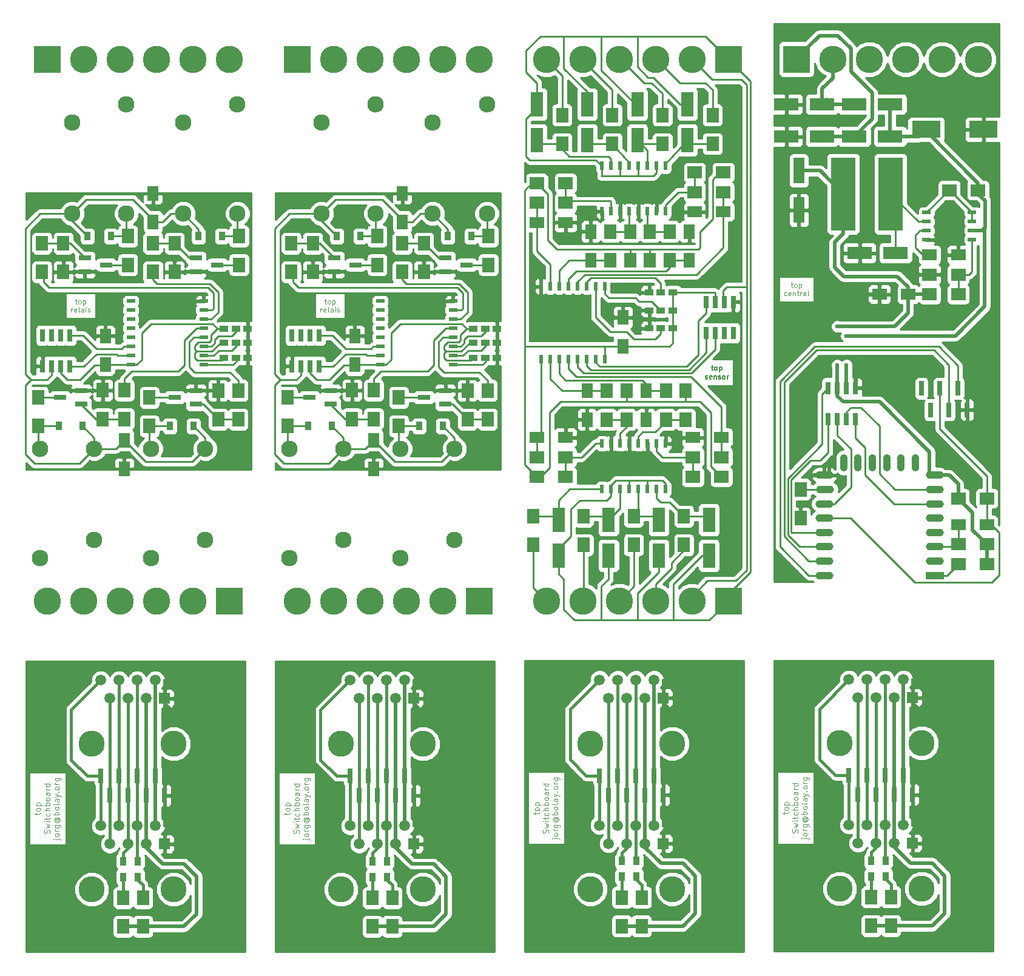
<source format=gbr>
G04 #@! TF.FileFunction,Copper,L1,Top,Signal*
%FSLAX46Y46*%
G04 Gerber Fmt 4.6, Leading zero omitted, Abs format (unit mm)*
G04 Created by KiCad (PCBNEW 4.0.4-1.fc24-product) date Sun Dec  4 16:57:25 2016*
%MOMM*%
%LPD*%
G01*
G04 APERTURE LIST*
%ADD10C,0.100000*%
%ADD11C,0.175000*%
%ADD12R,1.700000X2.000000*%
%ADD13R,1.600000X2.000000*%
%ADD14R,0.910000X1.220000*%
%ADD15R,1.200000X0.900000*%
%ADD16C,2.300000*%
%ADD17R,0.762000X1.803400*%
%ADD18C,3.810000*%
%ADD19R,3.810000X3.810000*%
%ADD20R,1.800860X0.800100*%
%ADD21R,1.143000X0.508000*%
%ADD22R,2.000000X1.600000*%
%ADD23R,1.800860X3.500120*%
%ADD24R,2.000000X1.700000*%
%ADD25R,0.508000X1.143000*%
%ADD26R,4.000500X2.400300*%
%ADD27R,1.600200X3.599180*%
%ADD28R,3.500120X1.800860*%
%ADD29R,3.500000X10.200000*%
%ADD30R,0.700000X2.000000*%
%ADD31R,2.500000X1.100000*%
%ADD32O,2.500000X1.100000*%
%ADD33O,1.100000X2.400000*%
%ADD34C,3.649980*%
%ADD35R,1.501140X1.501140*%
%ADD36C,1.501140*%
%ADD37R,0.900000X1.200000*%
%ADD38C,0.600000*%
%ADD39C,0.250000*%
%ADD40C,0.500000*%
%ADD41C,0.400000*%
%ADD42C,0.254000*%
G04 APERTURE END LIST*
D10*
X42133334Y-75725000D02*
X42400000Y-75725000D01*
X42233334Y-75491667D02*
X42233334Y-76091667D01*
X42266667Y-76158333D01*
X42333334Y-76191667D01*
X42400000Y-76191667D01*
X42733334Y-76191667D02*
X42666667Y-76158333D01*
X42633334Y-76125000D01*
X42600000Y-76058333D01*
X42600000Y-75858333D01*
X42633334Y-75791667D01*
X42666667Y-75758333D01*
X42733334Y-75725000D01*
X42833334Y-75725000D01*
X42900000Y-75758333D01*
X42933334Y-75791667D01*
X42966667Y-75858333D01*
X42966667Y-76058333D01*
X42933334Y-76125000D01*
X42900000Y-76158333D01*
X42833334Y-76191667D01*
X42733334Y-76191667D01*
X43266667Y-75725000D02*
X43266667Y-76425000D01*
X43266667Y-75758333D02*
X43333333Y-75725000D01*
X43466667Y-75725000D01*
X43533333Y-75758333D01*
X43566667Y-75791667D01*
X43600000Y-75858333D01*
X43600000Y-76058333D01*
X43566667Y-76125000D01*
X43533333Y-76158333D01*
X43466667Y-76191667D01*
X43333333Y-76191667D01*
X43266667Y-76158333D01*
X41600001Y-77341667D02*
X41600001Y-76875000D01*
X41600001Y-77008333D02*
X41633334Y-76941667D01*
X41666667Y-76908333D01*
X41733334Y-76875000D01*
X41800001Y-76875000D01*
X42300000Y-77308333D02*
X42233334Y-77341667D01*
X42100000Y-77341667D01*
X42033334Y-77308333D01*
X42000000Y-77241667D01*
X42000000Y-76975000D01*
X42033334Y-76908333D01*
X42100000Y-76875000D01*
X42233334Y-76875000D01*
X42300000Y-76908333D01*
X42333334Y-76975000D01*
X42333334Y-77041667D01*
X42000000Y-77108333D01*
X42733334Y-77341667D02*
X42666667Y-77308333D01*
X42633334Y-77241667D01*
X42633334Y-76641667D01*
X43300001Y-77341667D02*
X43300001Y-76975000D01*
X43266667Y-76908333D01*
X43200001Y-76875000D01*
X43066667Y-76875000D01*
X43000001Y-76908333D01*
X43300001Y-77308333D02*
X43233334Y-77341667D01*
X43066667Y-77341667D01*
X43000001Y-77308333D01*
X42966667Y-77241667D01*
X42966667Y-77175000D01*
X43000001Y-77108333D01*
X43066667Y-77075000D01*
X43233334Y-77075000D01*
X43300001Y-77041667D01*
X43633334Y-77341667D02*
X43633334Y-76875000D01*
X43633334Y-76641667D02*
X43600000Y-76675000D01*
X43633334Y-76708333D01*
X43666667Y-76675000D01*
X43633334Y-76641667D01*
X43633334Y-76708333D01*
X43933333Y-77308333D02*
X44000000Y-77341667D01*
X44133333Y-77341667D01*
X44200000Y-77308333D01*
X44233333Y-77241667D01*
X44233333Y-77208333D01*
X44200000Y-77141667D01*
X44133333Y-77108333D01*
X44033333Y-77108333D01*
X43966667Y-77075000D01*
X43933333Y-77008333D01*
X43933333Y-76975000D01*
X43966667Y-76908333D01*
X44033333Y-76875000D01*
X44133333Y-76875000D01*
X44200000Y-76908333D01*
X76933334Y-75725000D02*
X77200000Y-75725000D01*
X77033334Y-75491667D02*
X77033334Y-76091667D01*
X77066667Y-76158333D01*
X77133334Y-76191667D01*
X77200000Y-76191667D01*
X77533334Y-76191667D02*
X77466667Y-76158333D01*
X77433334Y-76125000D01*
X77400000Y-76058333D01*
X77400000Y-75858333D01*
X77433334Y-75791667D01*
X77466667Y-75758333D01*
X77533334Y-75725000D01*
X77633334Y-75725000D01*
X77700000Y-75758333D01*
X77733334Y-75791667D01*
X77766667Y-75858333D01*
X77766667Y-76058333D01*
X77733334Y-76125000D01*
X77700000Y-76158333D01*
X77633334Y-76191667D01*
X77533334Y-76191667D01*
X78066667Y-75725000D02*
X78066667Y-76425000D01*
X78066667Y-75758333D02*
X78133333Y-75725000D01*
X78266667Y-75725000D01*
X78333333Y-75758333D01*
X78366667Y-75791667D01*
X78400000Y-75858333D01*
X78400000Y-76058333D01*
X78366667Y-76125000D01*
X78333333Y-76158333D01*
X78266667Y-76191667D01*
X78133333Y-76191667D01*
X78066667Y-76158333D01*
X76400001Y-77341667D02*
X76400001Y-76875000D01*
X76400001Y-77008333D02*
X76433334Y-76941667D01*
X76466667Y-76908333D01*
X76533334Y-76875000D01*
X76600001Y-76875000D01*
X77100000Y-77308333D02*
X77033334Y-77341667D01*
X76900000Y-77341667D01*
X76833334Y-77308333D01*
X76800000Y-77241667D01*
X76800000Y-76975000D01*
X76833334Y-76908333D01*
X76900000Y-76875000D01*
X77033334Y-76875000D01*
X77100000Y-76908333D01*
X77133334Y-76975000D01*
X77133334Y-77041667D01*
X76800000Y-77108333D01*
X77533334Y-77341667D02*
X77466667Y-77308333D01*
X77433334Y-77241667D01*
X77433334Y-76641667D01*
X78100001Y-77341667D02*
X78100001Y-76975000D01*
X78066667Y-76908333D01*
X78000001Y-76875000D01*
X77866667Y-76875000D01*
X77800001Y-76908333D01*
X78100001Y-77308333D02*
X78033334Y-77341667D01*
X77866667Y-77341667D01*
X77800001Y-77308333D01*
X77766667Y-77241667D01*
X77766667Y-77175000D01*
X77800001Y-77108333D01*
X77866667Y-77075000D01*
X78033334Y-77075000D01*
X78100001Y-77041667D01*
X78433334Y-77341667D02*
X78433334Y-76875000D01*
X78433334Y-76641667D02*
X78400000Y-76675000D01*
X78433334Y-76708333D01*
X78466667Y-76675000D01*
X78433334Y-76641667D01*
X78433334Y-76708333D01*
X78733333Y-77308333D02*
X78800000Y-77341667D01*
X78933333Y-77341667D01*
X79000000Y-77308333D01*
X79033333Y-77241667D01*
X79033333Y-77208333D01*
X79000000Y-77141667D01*
X78933333Y-77108333D01*
X78833333Y-77108333D01*
X78766667Y-77075000D01*
X78733333Y-77008333D01*
X78733333Y-76975000D01*
X78766667Y-76908333D01*
X78833333Y-76875000D01*
X78933333Y-76875000D01*
X79000000Y-76908333D01*
D11*
X130933334Y-84987500D02*
X131200000Y-84987500D01*
X131033334Y-84754167D02*
X131033334Y-85354167D01*
X131066667Y-85420833D01*
X131133334Y-85454167D01*
X131200000Y-85454167D01*
X131533334Y-85454167D02*
X131466667Y-85420833D01*
X131433334Y-85387500D01*
X131400000Y-85320833D01*
X131400000Y-85120833D01*
X131433334Y-85054167D01*
X131466667Y-85020833D01*
X131533334Y-84987500D01*
X131633334Y-84987500D01*
X131700000Y-85020833D01*
X131733334Y-85054167D01*
X131766667Y-85120833D01*
X131766667Y-85320833D01*
X131733334Y-85387500D01*
X131700000Y-85420833D01*
X131633334Y-85454167D01*
X131533334Y-85454167D01*
X132066667Y-84987500D02*
X132066667Y-85687500D01*
X132066667Y-85020833D02*
X132133333Y-84987500D01*
X132266667Y-84987500D01*
X132333333Y-85020833D01*
X132366667Y-85054167D01*
X132400000Y-85120833D01*
X132400000Y-85320833D01*
X132366667Y-85387500D01*
X132333333Y-85420833D01*
X132266667Y-85454167D01*
X132133333Y-85454167D01*
X132066667Y-85420833D01*
X130116667Y-86645833D02*
X130183334Y-86679167D01*
X130316667Y-86679167D01*
X130383334Y-86645833D01*
X130416667Y-86579167D01*
X130416667Y-86545833D01*
X130383334Y-86479167D01*
X130316667Y-86445833D01*
X130216667Y-86445833D01*
X130150001Y-86412500D01*
X130116667Y-86345833D01*
X130116667Y-86312500D01*
X130150001Y-86245833D01*
X130216667Y-86212500D01*
X130316667Y-86212500D01*
X130383334Y-86245833D01*
X130983334Y-86645833D02*
X130916668Y-86679167D01*
X130783334Y-86679167D01*
X130716668Y-86645833D01*
X130683334Y-86579167D01*
X130683334Y-86312500D01*
X130716668Y-86245833D01*
X130783334Y-86212500D01*
X130916668Y-86212500D01*
X130983334Y-86245833D01*
X131016668Y-86312500D01*
X131016668Y-86379167D01*
X130683334Y-86445833D01*
X131316668Y-86212500D02*
X131316668Y-86679167D01*
X131316668Y-86279167D02*
X131350001Y-86245833D01*
X131416668Y-86212500D01*
X131516668Y-86212500D01*
X131583334Y-86245833D01*
X131616668Y-86312500D01*
X131616668Y-86679167D01*
X131916667Y-86645833D02*
X131983334Y-86679167D01*
X132116667Y-86679167D01*
X132183334Y-86645833D01*
X132216667Y-86579167D01*
X132216667Y-86545833D01*
X132183334Y-86479167D01*
X132116667Y-86445833D01*
X132016667Y-86445833D01*
X131950001Y-86412500D01*
X131916667Y-86345833D01*
X131916667Y-86312500D01*
X131950001Y-86245833D01*
X132016667Y-86212500D01*
X132116667Y-86212500D01*
X132183334Y-86245833D01*
X132616668Y-86679167D02*
X132550001Y-86645833D01*
X132516668Y-86612500D01*
X132483334Y-86545833D01*
X132483334Y-86345833D01*
X132516668Y-86279167D01*
X132550001Y-86245833D01*
X132616668Y-86212500D01*
X132716668Y-86212500D01*
X132783334Y-86245833D01*
X132816668Y-86279167D01*
X132850001Y-86345833D01*
X132850001Y-86545833D01*
X132816668Y-86612500D01*
X132783334Y-86645833D01*
X132716668Y-86679167D01*
X132616668Y-86679167D01*
X133150001Y-86679167D02*
X133150001Y-86212500D01*
X133150001Y-86345833D02*
X133183334Y-86279167D01*
X133216667Y-86245833D01*
X133283334Y-86212500D01*
X133350001Y-86212500D01*
D10*
X142033334Y-73425000D02*
X142300000Y-73425000D01*
X142133334Y-73191667D02*
X142133334Y-73791667D01*
X142166667Y-73858333D01*
X142233334Y-73891667D01*
X142300000Y-73891667D01*
X142633334Y-73891667D02*
X142566667Y-73858333D01*
X142533334Y-73825000D01*
X142500000Y-73758333D01*
X142500000Y-73558333D01*
X142533334Y-73491667D01*
X142566667Y-73458333D01*
X142633334Y-73425000D01*
X142733334Y-73425000D01*
X142800000Y-73458333D01*
X142833334Y-73491667D01*
X142866667Y-73558333D01*
X142866667Y-73758333D01*
X142833334Y-73825000D01*
X142800000Y-73858333D01*
X142733334Y-73891667D01*
X142633334Y-73891667D01*
X143166667Y-73425000D02*
X143166667Y-74125000D01*
X143166667Y-73458333D02*
X143233333Y-73425000D01*
X143366667Y-73425000D01*
X143433333Y-73458333D01*
X143466667Y-73491667D01*
X143500000Y-73558333D01*
X143500000Y-73758333D01*
X143466667Y-73825000D01*
X143433333Y-73858333D01*
X143366667Y-73891667D01*
X143233333Y-73891667D01*
X143166667Y-73858333D01*
X141433334Y-75008333D02*
X141366667Y-75041667D01*
X141233334Y-75041667D01*
X141166667Y-75008333D01*
X141133334Y-74975000D01*
X141100000Y-74908333D01*
X141100000Y-74708333D01*
X141133334Y-74641667D01*
X141166667Y-74608333D01*
X141233334Y-74575000D01*
X141366667Y-74575000D01*
X141433334Y-74608333D01*
X142000000Y-75008333D02*
X141933334Y-75041667D01*
X141800000Y-75041667D01*
X141733334Y-75008333D01*
X141700000Y-74941667D01*
X141700000Y-74675000D01*
X141733334Y-74608333D01*
X141800000Y-74575000D01*
X141933334Y-74575000D01*
X142000000Y-74608333D01*
X142033334Y-74675000D01*
X142033334Y-74741667D01*
X141700000Y-74808333D01*
X142333334Y-74575000D02*
X142333334Y-75041667D01*
X142333334Y-74641667D02*
X142366667Y-74608333D01*
X142433334Y-74575000D01*
X142533334Y-74575000D01*
X142600000Y-74608333D01*
X142633334Y-74675000D01*
X142633334Y-75041667D01*
X142866667Y-74575000D02*
X143133333Y-74575000D01*
X142966667Y-74341667D02*
X142966667Y-74941667D01*
X143000000Y-75008333D01*
X143066667Y-75041667D01*
X143133333Y-75041667D01*
X143366667Y-75041667D02*
X143366667Y-74575000D01*
X143366667Y-74708333D02*
X143400000Y-74641667D01*
X143433333Y-74608333D01*
X143500000Y-74575000D01*
X143566667Y-74575000D01*
X144100000Y-75041667D02*
X144100000Y-74675000D01*
X144066666Y-74608333D01*
X144000000Y-74575000D01*
X143866666Y-74575000D01*
X143800000Y-74608333D01*
X144100000Y-75008333D02*
X144033333Y-75041667D01*
X143866666Y-75041667D01*
X143800000Y-75008333D01*
X143766666Y-74941667D01*
X143766666Y-74875000D01*
X143800000Y-74808333D01*
X143866666Y-74775000D01*
X144033333Y-74775000D01*
X144100000Y-74741667D01*
X144533333Y-75041667D02*
X144466666Y-75008333D01*
X144433333Y-74941667D01*
X144433333Y-74341667D01*
X36760571Y-147511191D02*
X36760571Y-147206429D01*
X36493905Y-147396905D02*
X37179619Y-147396905D01*
X37255810Y-147358810D01*
X37293905Y-147282619D01*
X37293905Y-147206429D01*
X37293905Y-146825476D02*
X37255810Y-146901667D01*
X37217714Y-146939762D01*
X37141524Y-146977857D01*
X36912952Y-146977857D01*
X36836762Y-146939762D01*
X36798667Y-146901667D01*
X36760571Y-146825476D01*
X36760571Y-146711190D01*
X36798667Y-146635000D01*
X36836762Y-146596905D01*
X36912952Y-146558809D01*
X37141524Y-146558809D01*
X37217714Y-146596905D01*
X37255810Y-146635000D01*
X37293905Y-146711190D01*
X37293905Y-146825476D01*
X36760571Y-146215952D02*
X37560571Y-146215952D01*
X36798667Y-146215952D02*
X36760571Y-146139761D01*
X36760571Y-145987380D01*
X36798667Y-145911190D01*
X36836762Y-145873095D01*
X36912952Y-145834999D01*
X37141524Y-145834999D01*
X37217714Y-145873095D01*
X37255810Y-145911190D01*
X37293905Y-145987380D01*
X37293905Y-146139761D01*
X37255810Y-146215952D01*
X38555810Y-150101667D02*
X38593905Y-149987381D01*
X38593905Y-149796905D01*
X38555810Y-149720715D01*
X38517714Y-149682619D01*
X38441524Y-149644524D01*
X38365333Y-149644524D01*
X38289143Y-149682619D01*
X38251048Y-149720715D01*
X38212952Y-149796905D01*
X38174857Y-149949286D01*
X38136762Y-150025477D01*
X38098667Y-150063572D01*
X38022476Y-150101667D01*
X37946286Y-150101667D01*
X37870095Y-150063572D01*
X37832000Y-150025477D01*
X37793905Y-149949286D01*
X37793905Y-149758810D01*
X37832000Y-149644524D01*
X38060571Y-149377857D02*
X38593905Y-149225476D01*
X38212952Y-149073095D01*
X38593905Y-148920714D01*
X38060571Y-148768333D01*
X38593905Y-148463572D02*
X38060571Y-148463572D01*
X37793905Y-148463572D02*
X37832000Y-148501667D01*
X37870095Y-148463572D01*
X37832000Y-148425477D01*
X37793905Y-148463572D01*
X37870095Y-148463572D01*
X38060571Y-148196906D02*
X38060571Y-147892144D01*
X37793905Y-148082620D02*
X38479619Y-148082620D01*
X38555810Y-148044525D01*
X38593905Y-147968334D01*
X38593905Y-147892144D01*
X38555810Y-147282620D02*
X38593905Y-147358810D01*
X38593905Y-147511191D01*
X38555810Y-147587382D01*
X38517714Y-147625477D01*
X38441524Y-147663572D01*
X38212952Y-147663572D01*
X38136762Y-147625477D01*
X38098667Y-147587382D01*
X38060571Y-147511191D01*
X38060571Y-147358810D01*
X38098667Y-147282620D01*
X38593905Y-146939763D02*
X37793905Y-146939763D01*
X38593905Y-146596906D02*
X38174857Y-146596906D01*
X38098667Y-146635001D01*
X38060571Y-146711191D01*
X38060571Y-146825477D01*
X38098667Y-146901668D01*
X38136762Y-146939763D01*
X38593905Y-146215953D02*
X37793905Y-146215953D01*
X38098667Y-146215953D02*
X38060571Y-146139762D01*
X38060571Y-145987381D01*
X38098667Y-145911191D01*
X38136762Y-145873096D01*
X38212952Y-145835000D01*
X38441524Y-145835000D01*
X38517714Y-145873096D01*
X38555810Y-145911191D01*
X38593905Y-145987381D01*
X38593905Y-146139762D01*
X38555810Y-146215953D01*
X38593905Y-145377857D02*
X38555810Y-145454048D01*
X38517714Y-145492143D01*
X38441524Y-145530238D01*
X38212952Y-145530238D01*
X38136762Y-145492143D01*
X38098667Y-145454048D01*
X38060571Y-145377857D01*
X38060571Y-145263571D01*
X38098667Y-145187381D01*
X38136762Y-145149286D01*
X38212952Y-145111190D01*
X38441524Y-145111190D01*
X38517714Y-145149286D01*
X38555810Y-145187381D01*
X38593905Y-145263571D01*
X38593905Y-145377857D01*
X38593905Y-144425476D02*
X38174857Y-144425476D01*
X38098667Y-144463571D01*
X38060571Y-144539761D01*
X38060571Y-144692142D01*
X38098667Y-144768333D01*
X38555810Y-144425476D02*
X38593905Y-144501666D01*
X38593905Y-144692142D01*
X38555810Y-144768333D01*
X38479619Y-144806428D01*
X38403429Y-144806428D01*
X38327238Y-144768333D01*
X38289143Y-144692142D01*
X38289143Y-144501666D01*
X38251048Y-144425476D01*
X38593905Y-144044523D02*
X38060571Y-144044523D01*
X38212952Y-144044523D02*
X38136762Y-144006428D01*
X38098667Y-143968332D01*
X38060571Y-143892142D01*
X38060571Y-143815951D01*
X38593905Y-143206428D02*
X37793905Y-143206428D01*
X38555810Y-143206428D02*
X38593905Y-143282618D01*
X38593905Y-143434999D01*
X38555810Y-143511190D01*
X38517714Y-143549285D01*
X38441524Y-143587380D01*
X38212952Y-143587380D01*
X38136762Y-143549285D01*
X38098667Y-143511190D01*
X38060571Y-143434999D01*
X38060571Y-143282618D01*
X38098667Y-143206428D01*
X39360571Y-150882620D02*
X40046286Y-150882620D01*
X40122476Y-150920715D01*
X40160571Y-150996906D01*
X40160571Y-151035001D01*
X39093905Y-150882620D02*
X39132000Y-150920715D01*
X39170095Y-150882620D01*
X39132000Y-150844525D01*
X39093905Y-150882620D01*
X39170095Y-150882620D01*
X39893905Y-150387382D02*
X39855810Y-150463573D01*
X39817714Y-150501668D01*
X39741524Y-150539763D01*
X39512952Y-150539763D01*
X39436762Y-150501668D01*
X39398667Y-150463573D01*
X39360571Y-150387382D01*
X39360571Y-150273096D01*
X39398667Y-150196906D01*
X39436762Y-150158811D01*
X39512952Y-150120715D01*
X39741524Y-150120715D01*
X39817714Y-150158811D01*
X39855810Y-150196906D01*
X39893905Y-150273096D01*
X39893905Y-150387382D01*
X39893905Y-149777858D02*
X39360571Y-149777858D01*
X39512952Y-149777858D02*
X39436762Y-149739763D01*
X39398667Y-149701667D01*
X39360571Y-149625477D01*
X39360571Y-149549286D01*
X39360571Y-148939763D02*
X40008190Y-148939763D01*
X40084381Y-148977858D01*
X40122476Y-149015953D01*
X40160571Y-149092144D01*
X40160571Y-149206429D01*
X40122476Y-149282620D01*
X39855810Y-148939763D02*
X39893905Y-149015953D01*
X39893905Y-149168334D01*
X39855810Y-149244525D01*
X39817714Y-149282620D01*
X39741524Y-149320715D01*
X39512952Y-149320715D01*
X39436762Y-149282620D01*
X39398667Y-149244525D01*
X39360571Y-149168334D01*
X39360571Y-149015953D01*
X39398667Y-148939763D01*
X39512952Y-148063572D02*
X39474857Y-148101667D01*
X39436762Y-148177857D01*
X39436762Y-148254048D01*
X39474857Y-148330238D01*
X39512952Y-148368334D01*
X39589143Y-148406429D01*
X39665333Y-148406429D01*
X39741524Y-148368334D01*
X39779619Y-148330238D01*
X39817714Y-148254048D01*
X39817714Y-148177857D01*
X39779619Y-148101667D01*
X39741524Y-148063572D01*
X39436762Y-148063572D02*
X39741524Y-148063572D01*
X39779619Y-148025476D01*
X39779619Y-147987381D01*
X39741524Y-147911191D01*
X39665333Y-147873096D01*
X39474857Y-147873096D01*
X39360571Y-147949286D01*
X39284381Y-148063572D01*
X39246286Y-148215953D01*
X39284381Y-148368334D01*
X39360571Y-148482619D01*
X39474857Y-148558810D01*
X39627238Y-148596905D01*
X39779619Y-148558810D01*
X39893905Y-148482619D01*
X39970095Y-148368334D01*
X40008190Y-148215953D01*
X39970095Y-148063572D01*
X39893905Y-147949286D01*
X39893905Y-147530239D02*
X39093905Y-147530239D01*
X39398667Y-147530239D02*
X39360571Y-147454048D01*
X39360571Y-147301667D01*
X39398667Y-147225477D01*
X39436762Y-147187382D01*
X39512952Y-147149286D01*
X39741524Y-147149286D01*
X39817714Y-147187382D01*
X39855810Y-147225477D01*
X39893905Y-147301667D01*
X39893905Y-147454048D01*
X39855810Y-147530239D01*
X39893905Y-146692143D02*
X39855810Y-146768334D01*
X39817714Y-146806429D01*
X39741524Y-146844524D01*
X39512952Y-146844524D01*
X39436762Y-146806429D01*
X39398667Y-146768334D01*
X39360571Y-146692143D01*
X39360571Y-146577857D01*
X39398667Y-146501667D01*
X39436762Y-146463572D01*
X39512952Y-146425476D01*
X39741524Y-146425476D01*
X39817714Y-146463572D01*
X39855810Y-146501667D01*
X39893905Y-146577857D01*
X39893905Y-146692143D01*
X39893905Y-145968333D02*
X39855810Y-146044524D01*
X39779619Y-146082619D01*
X39093905Y-146082619D01*
X39893905Y-145320714D02*
X39474857Y-145320714D01*
X39398667Y-145358809D01*
X39360571Y-145434999D01*
X39360571Y-145587380D01*
X39398667Y-145663571D01*
X39855810Y-145320714D02*
X39893905Y-145396904D01*
X39893905Y-145587380D01*
X39855810Y-145663571D01*
X39779619Y-145701666D01*
X39703429Y-145701666D01*
X39627238Y-145663571D01*
X39589143Y-145587380D01*
X39589143Y-145396904D01*
X39551048Y-145320714D01*
X39360571Y-145015951D02*
X39893905Y-144825475D01*
X39360571Y-144634999D02*
X39893905Y-144825475D01*
X40084381Y-144901666D01*
X40122476Y-144939761D01*
X40160571Y-145015951D01*
X39817714Y-144330237D02*
X39855810Y-144292142D01*
X39893905Y-144330237D01*
X39855810Y-144368332D01*
X39817714Y-144330237D01*
X39893905Y-144330237D01*
X39893905Y-143834999D02*
X39855810Y-143911190D01*
X39817714Y-143949285D01*
X39741524Y-143987380D01*
X39512952Y-143987380D01*
X39436762Y-143949285D01*
X39398667Y-143911190D01*
X39360571Y-143834999D01*
X39360571Y-143720713D01*
X39398667Y-143644523D01*
X39436762Y-143606428D01*
X39512952Y-143568332D01*
X39741524Y-143568332D01*
X39817714Y-143606428D01*
X39855810Y-143644523D01*
X39893905Y-143720713D01*
X39893905Y-143834999D01*
X39893905Y-143225475D02*
X39360571Y-143225475D01*
X39512952Y-143225475D02*
X39436762Y-143187380D01*
X39398667Y-143149284D01*
X39360571Y-143073094D01*
X39360571Y-142996903D01*
X39360571Y-142387380D02*
X40008190Y-142387380D01*
X40084381Y-142425475D01*
X40122476Y-142463570D01*
X40160571Y-142539761D01*
X40160571Y-142654046D01*
X40122476Y-142730237D01*
X39855810Y-142387380D02*
X39893905Y-142463570D01*
X39893905Y-142615951D01*
X39855810Y-142692142D01*
X39817714Y-142730237D01*
X39741524Y-142768332D01*
X39512952Y-142768332D01*
X39436762Y-142730237D01*
X39398667Y-142692142D01*
X39360571Y-142615951D01*
X39360571Y-142463570D01*
X39398667Y-142387380D01*
X71560571Y-147511191D02*
X71560571Y-147206429D01*
X71293905Y-147396905D02*
X71979619Y-147396905D01*
X72055810Y-147358810D01*
X72093905Y-147282619D01*
X72093905Y-147206429D01*
X72093905Y-146825476D02*
X72055810Y-146901667D01*
X72017714Y-146939762D01*
X71941524Y-146977857D01*
X71712952Y-146977857D01*
X71636762Y-146939762D01*
X71598667Y-146901667D01*
X71560571Y-146825476D01*
X71560571Y-146711190D01*
X71598667Y-146635000D01*
X71636762Y-146596905D01*
X71712952Y-146558809D01*
X71941524Y-146558809D01*
X72017714Y-146596905D01*
X72055810Y-146635000D01*
X72093905Y-146711190D01*
X72093905Y-146825476D01*
X71560571Y-146215952D02*
X72360571Y-146215952D01*
X71598667Y-146215952D02*
X71560571Y-146139761D01*
X71560571Y-145987380D01*
X71598667Y-145911190D01*
X71636762Y-145873095D01*
X71712952Y-145834999D01*
X71941524Y-145834999D01*
X72017714Y-145873095D01*
X72055810Y-145911190D01*
X72093905Y-145987380D01*
X72093905Y-146139761D01*
X72055810Y-146215952D01*
X73355810Y-150101667D02*
X73393905Y-149987381D01*
X73393905Y-149796905D01*
X73355810Y-149720715D01*
X73317714Y-149682619D01*
X73241524Y-149644524D01*
X73165333Y-149644524D01*
X73089143Y-149682619D01*
X73051048Y-149720715D01*
X73012952Y-149796905D01*
X72974857Y-149949286D01*
X72936762Y-150025477D01*
X72898667Y-150063572D01*
X72822476Y-150101667D01*
X72746286Y-150101667D01*
X72670095Y-150063572D01*
X72632000Y-150025477D01*
X72593905Y-149949286D01*
X72593905Y-149758810D01*
X72632000Y-149644524D01*
X72860571Y-149377857D02*
X73393905Y-149225476D01*
X73012952Y-149073095D01*
X73393905Y-148920714D01*
X72860571Y-148768333D01*
X73393905Y-148463572D02*
X72860571Y-148463572D01*
X72593905Y-148463572D02*
X72632000Y-148501667D01*
X72670095Y-148463572D01*
X72632000Y-148425477D01*
X72593905Y-148463572D01*
X72670095Y-148463572D01*
X72860571Y-148196906D02*
X72860571Y-147892144D01*
X72593905Y-148082620D02*
X73279619Y-148082620D01*
X73355810Y-148044525D01*
X73393905Y-147968334D01*
X73393905Y-147892144D01*
X73355810Y-147282620D02*
X73393905Y-147358810D01*
X73393905Y-147511191D01*
X73355810Y-147587382D01*
X73317714Y-147625477D01*
X73241524Y-147663572D01*
X73012952Y-147663572D01*
X72936762Y-147625477D01*
X72898667Y-147587382D01*
X72860571Y-147511191D01*
X72860571Y-147358810D01*
X72898667Y-147282620D01*
X73393905Y-146939763D02*
X72593905Y-146939763D01*
X73393905Y-146596906D02*
X72974857Y-146596906D01*
X72898667Y-146635001D01*
X72860571Y-146711191D01*
X72860571Y-146825477D01*
X72898667Y-146901668D01*
X72936762Y-146939763D01*
X73393905Y-146215953D02*
X72593905Y-146215953D01*
X72898667Y-146215953D02*
X72860571Y-146139762D01*
X72860571Y-145987381D01*
X72898667Y-145911191D01*
X72936762Y-145873096D01*
X73012952Y-145835000D01*
X73241524Y-145835000D01*
X73317714Y-145873096D01*
X73355810Y-145911191D01*
X73393905Y-145987381D01*
X73393905Y-146139762D01*
X73355810Y-146215953D01*
X73393905Y-145377857D02*
X73355810Y-145454048D01*
X73317714Y-145492143D01*
X73241524Y-145530238D01*
X73012952Y-145530238D01*
X72936762Y-145492143D01*
X72898667Y-145454048D01*
X72860571Y-145377857D01*
X72860571Y-145263571D01*
X72898667Y-145187381D01*
X72936762Y-145149286D01*
X73012952Y-145111190D01*
X73241524Y-145111190D01*
X73317714Y-145149286D01*
X73355810Y-145187381D01*
X73393905Y-145263571D01*
X73393905Y-145377857D01*
X73393905Y-144425476D02*
X72974857Y-144425476D01*
X72898667Y-144463571D01*
X72860571Y-144539761D01*
X72860571Y-144692142D01*
X72898667Y-144768333D01*
X73355810Y-144425476D02*
X73393905Y-144501666D01*
X73393905Y-144692142D01*
X73355810Y-144768333D01*
X73279619Y-144806428D01*
X73203429Y-144806428D01*
X73127238Y-144768333D01*
X73089143Y-144692142D01*
X73089143Y-144501666D01*
X73051048Y-144425476D01*
X73393905Y-144044523D02*
X72860571Y-144044523D01*
X73012952Y-144044523D02*
X72936762Y-144006428D01*
X72898667Y-143968332D01*
X72860571Y-143892142D01*
X72860571Y-143815951D01*
X73393905Y-143206428D02*
X72593905Y-143206428D01*
X73355810Y-143206428D02*
X73393905Y-143282618D01*
X73393905Y-143434999D01*
X73355810Y-143511190D01*
X73317714Y-143549285D01*
X73241524Y-143587380D01*
X73012952Y-143587380D01*
X72936762Y-143549285D01*
X72898667Y-143511190D01*
X72860571Y-143434999D01*
X72860571Y-143282618D01*
X72898667Y-143206428D01*
X74160571Y-150882620D02*
X74846286Y-150882620D01*
X74922476Y-150920715D01*
X74960571Y-150996906D01*
X74960571Y-151035001D01*
X73893905Y-150882620D02*
X73932000Y-150920715D01*
X73970095Y-150882620D01*
X73932000Y-150844525D01*
X73893905Y-150882620D01*
X73970095Y-150882620D01*
X74693905Y-150387382D02*
X74655810Y-150463573D01*
X74617714Y-150501668D01*
X74541524Y-150539763D01*
X74312952Y-150539763D01*
X74236762Y-150501668D01*
X74198667Y-150463573D01*
X74160571Y-150387382D01*
X74160571Y-150273096D01*
X74198667Y-150196906D01*
X74236762Y-150158811D01*
X74312952Y-150120715D01*
X74541524Y-150120715D01*
X74617714Y-150158811D01*
X74655810Y-150196906D01*
X74693905Y-150273096D01*
X74693905Y-150387382D01*
X74693905Y-149777858D02*
X74160571Y-149777858D01*
X74312952Y-149777858D02*
X74236762Y-149739763D01*
X74198667Y-149701667D01*
X74160571Y-149625477D01*
X74160571Y-149549286D01*
X74160571Y-148939763D02*
X74808190Y-148939763D01*
X74884381Y-148977858D01*
X74922476Y-149015953D01*
X74960571Y-149092144D01*
X74960571Y-149206429D01*
X74922476Y-149282620D01*
X74655810Y-148939763D02*
X74693905Y-149015953D01*
X74693905Y-149168334D01*
X74655810Y-149244525D01*
X74617714Y-149282620D01*
X74541524Y-149320715D01*
X74312952Y-149320715D01*
X74236762Y-149282620D01*
X74198667Y-149244525D01*
X74160571Y-149168334D01*
X74160571Y-149015953D01*
X74198667Y-148939763D01*
X74312952Y-148063572D02*
X74274857Y-148101667D01*
X74236762Y-148177857D01*
X74236762Y-148254048D01*
X74274857Y-148330238D01*
X74312952Y-148368334D01*
X74389143Y-148406429D01*
X74465333Y-148406429D01*
X74541524Y-148368334D01*
X74579619Y-148330238D01*
X74617714Y-148254048D01*
X74617714Y-148177857D01*
X74579619Y-148101667D01*
X74541524Y-148063572D01*
X74236762Y-148063572D02*
X74541524Y-148063572D01*
X74579619Y-148025476D01*
X74579619Y-147987381D01*
X74541524Y-147911191D01*
X74465333Y-147873096D01*
X74274857Y-147873096D01*
X74160571Y-147949286D01*
X74084381Y-148063572D01*
X74046286Y-148215953D01*
X74084381Y-148368334D01*
X74160571Y-148482619D01*
X74274857Y-148558810D01*
X74427238Y-148596905D01*
X74579619Y-148558810D01*
X74693905Y-148482619D01*
X74770095Y-148368334D01*
X74808190Y-148215953D01*
X74770095Y-148063572D01*
X74693905Y-147949286D01*
X74693905Y-147530239D02*
X73893905Y-147530239D01*
X74198667Y-147530239D02*
X74160571Y-147454048D01*
X74160571Y-147301667D01*
X74198667Y-147225477D01*
X74236762Y-147187382D01*
X74312952Y-147149286D01*
X74541524Y-147149286D01*
X74617714Y-147187382D01*
X74655810Y-147225477D01*
X74693905Y-147301667D01*
X74693905Y-147454048D01*
X74655810Y-147530239D01*
X74693905Y-146692143D02*
X74655810Y-146768334D01*
X74617714Y-146806429D01*
X74541524Y-146844524D01*
X74312952Y-146844524D01*
X74236762Y-146806429D01*
X74198667Y-146768334D01*
X74160571Y-146692143D01*
X74160571Y-146577857D01*
X74198667Y-146501667D01*
X74236762Y-146463572D01*
X74312952Y-146425476D01*
X74541524Y-146425476D01*
X74617714Y-146463572D01*
X74655810Y-146501667D01*
X74693905Y-146577857D01*
X74693905Y-146692143D01*
X74693905Y-145968333D02*
X74655810Y-146044524D01*
X74579619Y-146082619D01*
X73893905Y-146082619D01*
X74693905Y-145320714D02*
X74274857Y-145320714D01*
X74198667Y-145358809D01*
X74160571Y-145434999D01*
X74160571Y-145587380D01*
X74198667Y-145663571D01*
X74655810Y-145320714D02*
X74693905Y-145396904D01*
X74693905Y-145587380D01*
X74655810Y-145663571D01*
X74579619Y-145701666D01*
X74503429Y-145701666D01*
X74427238Y-145663571D01*
X74389143Y-145587380D01*
X74389143Y-145396904D01*
X74351048Y-145320714D01*
X74160571Y-145015951D02*
X74693905Y-144825475D01*
X74160571Y-144634999D02*
X74693905Y-144825475D01*
X74884381Y-144901666D01*
X74922476Y-144939761D01*
X74960571Y-145015951D01*
X74617714Y-144330237D02*
X74655810Y-144292142D01*
X74693905Y-144330237D01*
X74655810Y-144368332D01*
X74617714Y-144330237D01*
X74693905Y-144330237D01*
X74693905Y-143834999D02*
X74655810Y-143911190D01*
X74617714Y-143949285D01*
X74541524Y-143987380D01*
X74312952Y-143987380D01*
X74236762Y-143949285D01*
X74198667Y-143911190D01*
X74160571Y-143834999D01*
X74160571Y-143720713D01*
X74198667Y-143644523D01*
X74236762Y-143606428D01*
X74312952Y-143568332D01*
X74541524Y-143568332D01*
X74617714Y-143606428D01*
X74655810Y-143644523D01*
X74693905Y-143720713D01*
X74693905Y-143834999D01*
X74693905Y-143225475D02*
X74160571Y-143225475D01*
X74312952Y-143225475D02*
X74236762Y-143187380D01*
X74198667Y-143149284D01*
X74160571Y-143073094D01*
X74160571Y-142996903D01*
X74160571Y-142387380D02*
X74808190Y-142387380D01*
X74884381Y-142425475D01*
X74922476Y-142463570D01*
X74960571Y-142539761D01*
X74960571Y-142654046D01*
X74922476Y-142730237D01*
X74655810Y-142387380D02*
X74693905Y-142463570D01*
X74693905Y-142615951D01*
X74655810Y-142692142D01*
X74617714Y-142730237D01*
X74541524Y-142768332D01*
X74312952Y-142768332D01*
X74236762Y-142730237D01*
X74198667Y-142692142D01*
X74160571Y-142615951D01*
X74160571Y-142463570D01*
X74198667Y-142387380D01*
X106360571Y-147461191D02*
X106360571Y-147156429D01*
X106093905Y-147346905D02*
X106779619Y-147346905D01*
X106855810Y-147308810D01*
X106893905Y-147232619D01*
X106893905Y-147156429D01*
X106893905Y-146775476D02*
X106855810Y-146851667D01*
X106817714Y-146889762D01*
X106741524Y-146927857D01*
X106512952Y-146927857D01*
X106436762Y-146889762D01*
X106398667Y-146851667D01*
X106360571Y-146775476D01*
X106360571Y-146661190D01*
X106398667Y-146585000D01*
X106436762Y-146546905D01*
X106512952Y-146508809D01*
X106741524Y-146508809D01*
X106817714Y-146546905D01*
X106855810Y-146585000D01*
X106893905Y-146661190D01*
X106893905Y-146775476D01*
X106360571Y-146165952D02*
X107160571Y-146165952D01*
X106398667Y-146165952D02*
X106360571Y-146089761D01*
X106360571Y-145937380D01*
X106398667Y-145861190D01*
X106436762Y-145823095D01*
X106512952Y-145784999D01*
X106741524Y-145784999D01*
X106817714Y-145823095D01*
X106855810Y-145861190D01*
X106893905Y-145937380D01*
X106893905Y-146089761D01*
X106855810Y-146165952D01*
X108155810Y-150051667D02*
X108193905Y-149937381D01*
X108193905Y-149746905D01*
X108155810Y-149670715D01*
X108117714Y-149632619D01*
X108041524Y-149594524D01*
X107965333Y-149594524D01*
X107889143Y-149632619D01*
X107851048Y-149670715D01*
X107812952Y-149746905D01*
X107774857Y-149899286D01*
X107736762Y-149975477D01*
X107698667Y-150013572D01*
X107622476Y-150051667D01*
X107546286Y-150051667D01*
X107470095Y-150013572D01*
X107432000Y-149975477D01*
X107393905Y-149899286D01*
X107393905Y-149708810D01*
X107432000Y-149594524D01*
X107660571Y-149327857D02*
X108193905Y-149175476D01*
X107812952Y-149023095D01*
X108193905Y-148870714D01*
X107660571Y-148718333D01*
X108193905Y-148413572D02*
X107660571Y-148413572D01*
X107393905Y-148413572D02*
X107432000Y-148451667D01*
X107470095Y-148413572D01*
X107432000Y-148375477D01*
X107393905Y-148413572D01*
X107470095Y-148413572D01*
X107660571Y-148146906D02*
X107660571Y-147842144D01*
X107393905Y-148032620D02*
X108079619Y-148032620D01*
X108155810Y-147994525D01*
X108193905Y-147918334D01*
X108193905Y-147842144D01*
X108155810Y-147232620D02*
X108193905Y-147308810D01*
X108193905Y-147461191D01*
X108155810Y-147537382D01*
X108117714Y-147575477D01*
X108041524Y-147613572D01*
X107812952Y-147613572D01*
X107736762Y-147575477D01*
X107698667Y-147537382D01*
X107660571Y-147461191D01*
X107660571Y-147308810D01*
X107698667Y-147232620D01*
X108193905Y-146889763D02*
X107393905Y-146889763D01*
X108193905Y-146546906D02*
X107774857Y-146546906D01*
X107698667Y-146585001D01*
X107660571Y-146661191D01*
X107660571Y-146775477D01*
X107698667Y-146851668D01*
X107736762Y-146889763D01*
X108193905Y-146165953D02*
X107393905Y-146165953D01*
X107698667Y-146165953D02*
X107660571Y-146089762D01*
X107660571Y-145937381D01*
X107698667Y-145861191D01*
X107736762Y-145823096D01*
X107812952Y-145785000D01*
X108041524Y-145785000D01*
X108117714Y-145823096D01*
X108155810Y-145861191D01*
X108193905Y-145937381D01*
X108193905Y-146089762D01*
X108155810Y-146165953D01*
X108193905Y-145327857D02*
X108155810Y-145404048D01*
X108117714Y-145442143D01*
X108041524Y-145480238D01*
X107812952Y-145480238D01*
X107736762Y-145442143D01*
X107698667Y-145404048D01*
X107660571Y-145327857D01*
X107660571Y-145213571D01*
X107698667Y-145137381D01*
X107736762Y-145099286D01*
X107812952Y-145061190D01*
X108041524Y-145061190D01*
X108117714Y-145099286D01*
X108155810Y-145137381D01*
X108193905Y-145213571D01*
X108193905Y-145327857D01*
X108193905Y-144375476D02*
X107774857Y-144375476D01*
X107698667Y-144413571D01*
X107660571Y-144489761D01*
X107660571Y-144642142D01*
X107698667Y-144718333D01*
X108155810Y-144375476D02*
X108193905Y-144451666D01*
X108193905Y-144642142D01*
X108155810Y-144718333D01*
X108079619Y-144756428D01*
X108003429Y-144756428D01*
X107927238Y-144718333D01*
X107889143Y-144642142D01*
X107889143Y-144451666D01*
X107851048Y-144375476D01*
X108193905Y-143994523D02*
X107660571Y-143994523D01*
X107812952Y-143994523D02*
X107736762Y-143956428D01*
X107698667Y-143918332D01*
X107660571Y-143842142D01*
X107660571Y-143765951D01*
X108193905Y-143156428D02*
X107393905Y-143156428D01*
X108155810Y-143156428D02*
X108193905Y-143232618D01*
X108193905Y-143384999D01*
X108155810Y-143461190D01*
X108117714Y-143499285D01*
X108041524Y-143537380D01*
X107812952Y-143537380D01*
X107736762Y-143499285D01*
X107698667Y-143461190D01*
X107660571Y-143384999D01*
X107660571Y-143232618D01*
X107698667Y-143156428D01*
X108960571Y-150832620D02*
X109646286Y-150832620D01*
X109722476Y-150870715D01*
X109760571Y-150946906D01*
X109760571Y-150985001D01*
X108693905Y-150832620D02*
X108732000Y-150870715D01*
X108770095Y-150832620D01*
X108732000Y-150794525D01*
X108693905Y-150832620D01*
X108770095Y-150832620D01*
X109493905Y-150337382D02*
X109455810Y-150413573D01*
X109417714Y-150451668D01*
X109341524Y-150489763D01*
X109112952Y-150489763D01*
X109036762Y-150451668D01*
X108998667Y-150413573D01*
X108960571Y-150337382D01*
X108960571Y-150223096D01*
X108998667Y-150146906D01*
X109036762Y-150108811D01*
X109112952Y-150070715D01*
X109341524Y-150070715D01*
X109417714Y-150108811D01*
X109455810Y-150146906D01*
X109493905Y-150223096D01*
X109493905Y-150337382D01*
X109493905Y-149727858D02*
X108960571Y-149727858D01*
X109112952Y-149727858D02*
X109036762Y-149689763D01*
X108998667Y-149651667D01*
X108960571Y-149575477D01*
X108960571Y-149499286D01*
X108960571Y-148889763D02*
X109608190Y-148889763D01*
X109684381Y-148927858D01*
X109722476Y-148965953D01*
X109760571Y-149042144D01*
X109760571Y-149156429D01*
X109722476Y-149232620D01*
X109455810Y-148889763D02*
X109493905Y-148965953D01*
X109493905Y-149118334D01*
X109455810Y-149194525D01*
X109417714Y-149232620D01*
X109341524Y-149270715D01*
X109112952Y-149270715D01*
X109036762Y-149232620D01*
X108998667Y-149194525D01*
X108960571Y-149118334D01*
X108960571Y-148965953D01*
X108998667Y-148889763D01*
X109112952Y-148013572D02*
X109074857Y-148051667D01*
X109036762Y-148127857D01*
X109036762Y-148204048D01*
X109074857Y-148280238D01*
X109112952Y-148318334D01*
X109189143Y-148356429D01*
X109265333Y-148356429D01*
X109341524Y-148318334D01*
X109379619Y-148280238D01*
X109417714Y-148204048D01*
X109417714Y-148127857D01*
X109379619Y-148051667D01*
X109341524Y-148013572D01*
X109036762Y-148013572D02*
X109341524Y-148013572D01*
X109379619Y-147975476D01*
X109379619Y-147937381D01*
X109341524Y-147861191D01*
X109265333Y-147823096D01*
X109074857Y-147823096D01*
X108960571Y-147899286D01*
X108884381Y-148013572D01*
X108846286Y-148165953D01*
X108884381Y-148318334D01*
X108960571Y-148432619D01*
X109074857Y-148508810D01*
X109227238Y-148546905D01*
X109379619Y-148508810D01*
X109493905Y-148432619D01*
X109570095Y-148318334D01*
X109608190Y-148165953D01*
X109570095Y-148013572D01*
X109493905Y-147899286D01*
X109493905Y-147480239D02*
X108693905Y-147480239D01*
X108998667Y-147480239D02*
X108960571Y-147404048D01*
X108960571Y-147251667D01*
X108998667Y-147175477D01*
X109036762Y-147137382D01*
X109112952Y-147099286D01*
X109341524Y-147099286D01*
X109417714Y-147137382D01*
X109455810Y-147175477D01*
X109493905Y-147251667D01*
X109493905Y-147404048D01*
X109455810Y-147480239D01*
X109493905Y-146642143D02*
X109455810Y-146718334D01*
X109417714Y-146756429D01*
X109341524Y-146794524D01*
X109112952Y-146794524D01*
X109036762Y-146756429D01*
X108998667Y-146718334D01*
X108960571Y-146642143D01*
X108960571Y-146527857D01*
X108998667Y-146451667D01*
X109036762Y-146413572D01*
X109112952Y-146375476D01*
X109341524Y-146375476D01*
X109417714Y-146413572D01*
X109455810Y-146451667D01*
X109493905Y-146527857D01*
X109493905Y-146642143D01*
X109493905Y-145918333D02*
X109455810Y-145994524D01*
X109379619Y-146032619D01*
X108693905Y-146032619D01*
X109493905Y-145270714D02*
X109074857Y-145270714D01*
X108998667Y-145308809D01*
X108960571Y-145384999D01*
X108960571Y-145537380D01*
X108998667Y-145613571D01*
X109455810Y-145270714D02*
X109493905Y-145346904D01*
X109493905Y-145537380D01*
X109455810Y-145613571D01*
X109379619Y-145651666D01*
X109303429Y-145651666D01*
X109227238Y-145613571D01*
X109189143Y-145537380D01*
X109189143Y-145346904D01*
X109151048Y-145270714D01*
X108960571Y-144965951D02*
X109493905Y-144775475D01*
X108960571Y-144584999D02*
X109493905Y-144775475D01*
X109684381Y-144851666D01*
X109722476Y-144889761D01*
X109760571Y-144965951D01*
X109417714Y-144280237D02*
X109455810Y-144242142D01*
X109493905Y-144280237D01*
X109455810Y-144318332D01*
X109417714Y-144280237D01*
X109493905Y-144280237D01*
X109493905Y-143784999D02*
X109455810Y-143861190D01*
X109417714Y-143899285D01*
X109341524Y-143937380D01*
X109112952Y-143937380D01*
X109036762Y-143899285D01*
X108998667Y-143861190D01*
X108960571Y-143784999D01*
X108960571Y-143670713D01*
X108998667Y-143594523D01*
X109036762Y-143556428D01*
X109112952Y-143518332D01*
X109341524Y-143518332D01*
X109417714Y-143556428D01*
X109455810Y-143594523D01*
X109493905Y-143670713D01*
X109493905Y-143784999D01*
X109493905Y-143175475D02*
X108960571Y-143175475D01*
X109112952Y-143175475D02*
X109036762Y-143137380D01*
X108998667Y-143099284D01*
X108960571Y-143023094D01*
X108960571Y-142946903D01*
X108960571Y-142337380D02*
X109608190Y-142337380D01*
X109684381Y-142375475D01*
X109722476Y-142413570D01*
X109760571Y-142489761D01*
X109760571Y-142604046D01*
X109722476Y-142680237D01*
X109455810Y-142337380D02*
X109493905Y-142413570D01*
X109493905Y-142565951D01*
X109455810Y-142642142D01*
X109417714Y-142680237D01*
X109341524Y-142718332D01*
X109112952Y-142718332D01*
X109036762Y-142680237D01*
X108998667Y-142642142D01*
X108960571Y-142565951D01*
X108960571Y-142413570D01*
X108998667Y-142337380D01*
X141160571Y-147411191D02*
X141160571Y-147106429D01*
X140893905Y-147296905D02*
X141579619Y-147296905D01*
X141655810Y-147258810D01*
X141693905Y-147182619D01*
X141693905Y-147106429D01*
X141693905Y-146725476D02*
X141655810Y-146801667D01*
X141617714Y-146839762D01*
X141541524Y-146877857D01*
X141312952Y-146877857D01*
X141236762Y-146839762D01*
X141198667Y-146801667D01*
X141160571Y-146725476D01*
X141160571Y-146611190D01*
X141198667Y-146535000D01*
X141236762Y-146496905D01*
X141312952Y-146458809D01*
X141541524Y-146458809D01*
X141617714Y-146496905D01*
X141655810Y-146535000D01*
X141693905Y-146611190D01*
X141693905Y-146725476D01*
X141160571Y-146115952D02*
X141960571Y-146115952D01*
X141198667Y-146115952D02*
X141160571Y-146039761D01*
X141160571Y-145887380D01*
X141198667Y-145811190D01*
X141236762Y-145773095D01*
X141312952Y-145734999D01*
X141541524Y-145734999D01*
X141617714Y-145773095D01*
X141655810Y-145811190D01*
X141693905Y-145887380D01*
X141693905Y-146039761D01*
X141655810Y-146115952D01*
X142955810Y-150001667D02*
X142993905Y-149887381D01*
X142993905Y-149696905D01*
X142955810Y-149620715D01*
X142917714Y-149582619D01*
X142841524Y-149544524D01*
X142765333Y-149544524D01*
X142689143Y-149582619D01*
X142651048Y-149620715D01*
X142612952Y-149696905D01*
X142574857Y-149849286D01*
X142536762Y-149925477D01*
X142498667Y-149963572D01*
X142422476Y-150001667D01*
X142346286Y-150001667D01*
X142270095Y-149963572D01*
X142232000Y-149925477D01*
X142193905Y-149849286D01*
X142193905Y-149658810D01*
X142232000Y-149544524D01*
X142460571Y-149277857D02*
X142993905Y-149125476D01*
X142612952Y-148973095D01*
X142993905Y-148820714D01*
X142460571Y-148668333D01*
X142993905Y-148363572D02*
X142460571Y-148363572D01*
X142193905Y-148363572D02*
X142232000Y-148401667D01*
X142270095Y-148363572D01*
X142232000Y-148325477D01*
X142193905Y-148363572D01*
X142270095Y-148363572D01*
X142460571Y-148096906D02*
X142460571Y-147792144D01*
X142193905Y-147982620D02*
X142879619Y-147982620D01*
X142955810Y-147944525D01*
X142993905Y-147868334D01*
X142993905Y-147792144D01*
X142955810Y-147182620D02*
X142993905Y-147258810D01*
X142993905Y-147411191D01*
X142955810Y-147487382D01*
X142917714Y-147525477D01*
X142841524Y-147563572D01*
X142612952Y-147563572D01*
X142536762Y-147525477D01*
X142498667Y-147487382D01*
X142460571Y-147411191D01*
X142460571Y-147258810D01*
X142498667Y-147182620D01*
X142993905Y-146839763D02*
X142193905Y-146839763D01*
X142993905Y-146496906D02*
X142574857Y-146496906D01*
X142498667Y-146535001D01*
X142460571Y-146611191D01*
X142460571Y-146725477D01*
X142498667Y-146801668D01*
X142536762Y-146839763D01*
X142993905Y-146115953D02*
X142193905Y-146115953D01*
X142498667Y-146115953D02*
X142460571Y-146039762D01*
X142460571Y-145887381D01*
X142498667Y-145811191D01*
X142536762Y-145773096D01*
X142612952Y-145735000D01*
X142841524Y-145735000D01*
X142917714Y-145773096D01*
X142955810Y-145811191D01*
X142993905Y-145887381D01*
X142993905Y-146039762D01*
X142955810Y-146115953D01*
X142993905Y-145277857D02*
X142955810Y-145354048D01*
X142917714Y-145392143D01*
X142841524Y-145430238D01*
X142612952Y-145430238D01*
X142536762Y-145392143D01*
X142498667Y-145354048D01*
X142460571Y-145277857D01*
X142460571Y-145163571D01*
X142498667Y-145087381D01*
X142536762Y-145049286D01*
X142612952Y-145011190D01*
X142841524Y-145011190D01*
X142917714Y-145049286D01*
X142955810Y-145087381D01*
X142993905Y-145163571D01*
X142993905Y-145277857D01*
X142993905Y-144325476D02*
X142574857Y-144325476D01*
X142498667Y-144363571D01*
X142460571Y-144439761D01*
X142460571Y-144592142D01*
X142498667Y-144668333D01*
X142955810Y-144325476D02*
X142993905Y-144401666D01*
X142993905Y-144592142D01*
X142955810Y-144668333D01*
X142879619Y-144706428D01*
X142803429Y-144706428D01*
X142727238Y-144668333D01*
X142689143Y-144592142D01*
X142689143Y-144401666D01*
X142651048Y-144325476D01*
X142993905Y-143944523D02*
X142460571Y-143944523D01*
X142612952Y-143944523D02*
X142536762Y-143906428D01*
X142498667Y-143868332D01*
X142460571Y-143792142D01*
X142460571Y-143715951D01*
X142993905Y-143106428D02*
X142193905Y-143106428D01*
X142955810Y-143106428D02*
X142993905Y-143182618D01*
X142993905Y-143334999D01*
X142955810Y-143411190D01*
X142917714Y-143449285D01*
X142841524Y-143487380D01*
X142612952Y-143487380D01*
X142536762Y-143449285D01*
X142498667Y-143411190D01*
X142460571Y-143334999D01*
X142460571Y-143182618D01*
X142498667Y-143106428D01*
X143760571Y-150782620D02*
X144446286Y-150782620D01*
X144522476Y-150820715D01*
X144560571Y-150896906D01*
X144560571Y-150935001D01*
X143493905Y-150782620D02*
X143532000Y-150820715D01*
X143570095Y-150782620D01*
X143532000Y-150744525D01*
X143493905Y-150782620D01*
X143570095Y-150782620D01*
X144293905Y-150287382D02*
X144255810Y-150363573D01*
X144217714Y-150401668D01*
X144141524Y-150439763D01*
X143912952Y-150439763D01*
X143836762Y-150401668D01*
X143798667Y-150363573D01*
X143760571Y-150287382D01*
X143760571Y-150173096D01*
X143798667Y-150096906D01*
X143836762Y-150058811D01*
X143912952Y-150020715D01*
X144141524Y-150020715D01*
X144217714Y-150058811D01*
X144255810Y-150096906D01*
X144293905Y-150173096D01*
X144293905Y-150287382D01*
X144293905Y-149677858D02*
X143760571Y-149677858D01*
X143912952Y-149677858D02*
X143836762Y-149639763D01*
X143798667Y-149601667D01*
X143760571Y-149525477D01*
X143760571Y-149449286D01*
X143760571Y-148839763D02*
X144408190Y-148839763D01*
X144484381Y-148877858D01*
X144522476Y-148915953D01*
X144560571Y-148992144D01*
X144560571Y-149106429D01*
X144522476Y-149182620D01*
X144255810Y-148839763D02*
X144293905Y-148915953D01*
X144293905Y-149068334D01*
X144255810Y-149144525D01*
X144217714Y-149182620D01*
X144141524Y-149220715D01*
X143912952Y-149220715D01*
X143836762Y-149182620D01*
X143798667Y-149144525D01*
X143760571Y-149068334D01*
X143760571Y-148915953D01*
X143798667Y-148839763D01*
X143912952Y-147963572D02*
X143874857Y-148001667D01*
X143836762Y-148077857D01*
X143836762Y-148154048D01*
X143874857Y-148230238D01*
X143912952Y-148268334D01*
X143989143Y-148306429D01*
X144065333Y-148306429D01*
X144141524Y-148268334D01*
X144179619Y-148230238D01*
X144217714Y-148154048D01*
X144217714Y-148077857D01*
X144179619Y-148001667D01*
X144141524Y-147963572D01*
X143836762Y-147963572D02*
X144141524Y-147963572D01*
X144179619Y-147925476D01*
X144179619Y-147887381D01*
X144141524Y-147811191D01*
X144065333Y-147773096D01*
X143874857Y-147773096D01*
X143760571Y-147849286D01*
X143684381Y-147963572D01*
X143646286Y-148115953D01*
X143684381Y-148268334D01*
X143760571Y-148382619D01*
X143874857Y-148458810D01*
X144027238Y-148496905D01*
X144179619Y-148458810D01*
X144293905Y-148382619D01*
X144370095Y-148268334D01*
X144408190Y-148115953D01*
X144370095Y-147963572D01*
X144293905Y-147849286D01*
X144293905Y-147430239D02*
X143493905Y-147430239D01*
X143798667Y-147430239D02*
X143760571Y-147354048D01*
X143760571Y-147201667D01*
X143798667Y-147125477D01*
X143836762Y-147087382D01*
X143912952Y-147049286D01*
X144141524Y-147049286D01*
X144217714Y-147087382D01*
X144255810Y-147125477D01*
X144293905Y-147201667D01*
X144293905Y-147354048D01*
X144255810Y-147430239D01*
X144293905Y-146592143D02*
X144255810Y-146668334D01*
X144217714Y-146706429D01*
X144141524Y-146744524D01*
X143912952Y-146744524D01*
X143836762Y-146706429D01*
X143798667Y-146668334D01*
X143760571Y-146592143D01*
X143760571Y-146477857D01*
X143798667Y-146401667D01*
X143836762Y-146363572D01*
X143912952Y-146325476D01*
X144141524Y-146325476D01*
X144217714Y-146363572D01*
X144255810Y-146401667D01*
X144293905Y-146477857D01*
X144293905Y-146592143D01*
X144293905Y-145868333D02*
X144255810Y-145944524D01*
X144179619Y-145982619D01*
X143493905Y-145982619D01*
X144293905Y-145220714D02*
X143874857Y-145220714D01*
X143798667Y-145258809D01*
X143760571Y-145334999D01*
X143760571Y-145487380D01*
X143798667Y-145563571D01*
X144255810Y-145220714D02*
X144293905Y-145296904D01*
X144293905Y-145487380D01*
X144255810Y-145563571D01*
X144179619Y-145601666D01*
X144103429Y-145601666D01*
X144027238Y-145563571D01*
X143989143Y-145487380D01*
X143989143Y-145296904D01*
X143951048Y-145220714D01*
X143760571Y-144915951D02*
X144293905Y-144725475D01*
X143760571Y-144534999D02*
X144293905Y-144725475D01*
X144484381Y-144801666D01*
X144522476Y-144839761D01*
X144560571Y-144915951D01*
X144217714Y-144230237D02*
X144255810Y-144192142D01*
X144293905Y-144230237D01*
X144255810Y-144268332D01*
X144217714Y-144230237D01*
X144293905Y-144230237D01*
X144293905Y-143734999D02*
X144255810Y-143811190D01*
X144217714Y-143849285D01*
X144141524Y-143887380D01*
X143912952Y-143887380D01*
X143836762Y-143849285D01*
X143798667Y-143811190D01*
X143760571Y-143734999D01*
X143760571Y-143620713D01*
X143798667Y-143544523D01*
X143836762Y-143506428D01*
X143912952Y-143468332D01*
X144141524Y-143468332D01*
X144217714Y-143506428D01*
X144255810Y-143544523D01*
X144293905Y-143620713D01*
X144293905Y-143734999D01*
X144293905Y-143125475D02*
X143760571Y-143125475D01*
X143912952Y-143125475D02*
X143836762Y-143087380D01*
X143798667Y-143049284D01*
X143760571Y-142973094D01*
X143760571Y-142896903D01*
X143760571Y-142287380D02*
X144408190Y-142287380D01*
X144484381Y-142325475D01*
X144522476Y-142363570D01*
X144560571Y-142439761D01*
X144560571Y-142554046D01*
X144522476Y-142630237D01*
X144255810Y-142287380D02*
X144293905Y-142363570D01*
X144293905Y-142515951D01*
X144255810Y-142592142D01*
X144217714Y-142630237D01*
X144141524Y-142668332D01*
X143912952Y-142668332D01*
X143836762Y-142630237D01*
X143798667Y-142592142D01*
X143760571Y-142515951D01*
X143760571Y-142363570D01*
X143798667Y-142287380D01*
D12*
X40500000Y-71750000D03*
X40500000Y-67750000D03*
D13*
X53000000Y-64750000D03*
X53000000Y-60750000D03*
X49000000Y-95250000D03*
X49000000Y-99250000D03*
X46360000Y-84682000D03*
X46360000Y-80682000D03*
D14*
X43865000Y-66750000D03*
X47135000Y-66750000D03*
X59365000Y-66750000D03*
X62635000Y-66750000D03*
X58635000Y-93250000D03*
X55365000Y-93250000D03*
X43135000Y-93250000D03*
X39865000Y-93250000D03*
D15*
X62900000Y-83750000D03*
X66200000Y-83750000D03*
X64600000Y-83750000D03*
X62900000Y-81650000D03*
X66200000Y-81650000D03*
X64600000Y-81650000D03*
X62900000Y-79650000D03*
X66200000Y-79650000D03*
X64600000Y-79650000D03*
D16*
X49300000Y-48350000D03*
X41700000Y-50900000D03*
X41700000Y-63600000D03*
X49300000Y-63600000D03*
X64800000Y-48350000D03*
X57200000Y-50900000D03*
X57200000Y-63600000D03*
X64800000Y-63600000D03*
X52700000Y-111650000D03*
X60300000Y-109100000D03*
X60300000Y-96400000D03*
X52700000Y-96400000D03*
X37200000Y-111650000D03*
X44800000Y-109100000D03*
X44800000Y-96400000D03*
X37200000Y-96400000D03*
D17*
X41405000Y-84909000D03*
X37595000Y-84909000D03*
X38865000Y-84909000D03*
X40135000Y-84909000D03*
X41405000Y-80591000D03*
X37595000Y-80591000D03*
X40135000Y-80591000D03*
X38865000Y-80591000D03*
D18*
X43380000Y-42050000D03*
X48460000Y-42050000D03*
D19*
X38300000Y-42050000D03*
D18*
X53540000Y-42050000D03*
X58620000Y-42050000D03*
X63700000Y-42050000D03*
X58620000Y-117650000D03*
X53540000Y-117650000D03*
D19*
X63700000Y-117650000D03*
D18*
X48460000Y-117650000D03*
X43380000Y-117650000D03*
X38300000Y-117650000D03*
D20*
X43498860Y-69800000D03*
X43498860Y-71700000D03*
X46501140Y-70750000D03*
X58998860Y-69800000D03*
X58998860Y-71700000D03*
X62001140Y-70750000D03*
X59001140Y-90200000D03*
X59001140Y-88300000D03*
X55998860Y-89250000D03*
X43001140Y-90200000D03*
X43001140Y-88300000D03*
X39998860Y-89250000D03*
D12*
X37500000Y-67750000D03*
X37500000Y-71750000D03*
X53000000Y-67750000D03*
X53000000Y-71750000D03*
X64902000Y-92302000D03*
X64902000Y-88302000D03*
X49000000Y-92250000D03*
X49000000Y-88250000D03*
X49500000Y-70750000D03*
X49500000Y-66750000D03*
X65000000Y-70750000D03*
X65000000Y-66750000D03*
X52500000Y-89250000D03*
X52500000Y-93250000D03*
X37000000Y-89250000D03*
X37000000Y-93250000D03*
X56000000Y-71750000D03*
X56000000Y-67750000D03*
X62108000Y-88302000D03*
X62108000Y-92302000D03*
X46000000Y-88250000D03*
X46000000Y-92250000D03*
D21*
X60080000Y-84695000D03*
X60080000Y-83425000D03*
X60080000Y-82155000D03*
X60080000Y-80885000D03*
X60080000Y-79615000D03*
X60080000Y-78345000D03*
X60080000Y-77075000D03*
X60080000Y-75805000D03*
X49920000Y-75805000D03*
X49920000Y-77075000D03*
X49920000Y-78345000D03*
X49920000Y-79615000D03*
X49920000Y-80885000D03*
X49920000Y-82155000D03*
X49920000Y-83425000D03*
X49920000Y-84695000D03*
D12*
X75300000Y-71750000D03*
X75300000Y-67750000D03*
D13*
X87800000Y-64750000D03*
X87800000Y-60750000D03*
X83800000Y-95250000D03*
X83800000Y-99250000D03*
X81160000Y-84682000D03*
X81160000Y-80682000D03*
D14*
X78665000Y-66750000D03*
X81935000Y-66750000D03*
X94165000Y-66750000D03*
X97435000Y-66750000D03*
X93435000Y-93250000D03*
X90165000Y-93250000D03*
X77935000Y-93250000D03*
X74665000Y-93250000D03*
D15*
X97700000Y-83750000D03*
X101000000Y-83750000D03*
X99400000Y-83750000D03*
X97700000Y-81650000D03*
X101000000Y-81650000D03*
X99400000Y-81650000D03*
X97700000Y-79650000D03*
X101000000Y-79650000D03*
X99400000Y-79650000D03*
D16*
X84100000Y-48350000D03*
X76500000Y-50900000D03*
X76500000Y-63600000D03*
X84100000Y-63600000D03*
X99600000Y-48350000D03*
X92000000Y-50900000D03*
X92000000Y-63600000D03*
X99600000Y-63600000D03*
X87500000Y-111650000D03*
X95100000Y-109100000D03*
X95100000Y-96400000D03*
X87500000Y-96400000D03*
X72000000Y-111650000D03*
X79600000Y-109100000D03*
X79600000Y-96400000D03*
X72000000Y-96400000D03*
D17*
X76205000Y-84909000D03*
X72395000Y-84909000D03*
X73665000Y-84909000D03*
X74935000Y-84909000D03*
X76205000Y-80591000D03*
X72395000Y-80591000D03*
X74935000Y-80591000D03*
X73665000Y-80591000D03*
D18*
X78180000Y-42050000D03*
X83260000Y-42050000D03*
D19*
X73100000Y-42050000D03*
D18*
X88340000Y-42050000D03*
X93420000Y-42050000D03*
X98500000Y-42050000D03*
X93420000Y-117650000D03*
X88340000Y-117650000D03*
D19*
X98500000Y-117650000D03*
D18*
X83260000Y-117650000D03*
X78180000Y-117650000D03*
X73100000Y-117650000D03*
D20*
X78298860Y-69800000D03*
X78298860Y-71700000D03*
X81301140Y-70750000D03*
X93798860Y-69800000D03*
X93798860Y-71700000D03*
X96801140Y-70750000D03*
X93801140Y-90200000D03*
X93801140Y-88300000D03*
X90798860Y-89250000D03*
X77801140Y-90200000D03*
X77801140Y-88300000D03*
X74798860Y-89250000D03*
D12*
X72300000Y-67750000D03*
X72300000Y-71750000D03*
X87800000Y-67750000D03*
X87800000Y-71750000D03*
X99702000Y-92302000D03*
X99702000Y-88302000D03*
X83800000Y-92250000D03*
X83800000Y-88250000D03*
X84300000Y-70750000D03*
X84300000Y-66750000D03*
X99800000Y-70750000D03*
X99800000Y-66750000D03*
X87300000Y-89250000D03*
X87300000Y-93250000D03*
X71800000Y-89250000D03*
X71800000Y-93250000D03*
X90800000Y-71750000D03*
X90800000Y-67750000D03*
X96908000Y-88302000D03*
X96908000Y-92302000D03*
X80800000Y-88250000D03*
X80800000Y-92250000D03*
D21*
X94880000Y-84695000D03*
X94880000Y-83425000D03*
X94880000Y-82155000D03*
X94880000Y-80885000D03*
X94880000Y-79615000D03*
X94880000Y-78345000D03*
X94880000Y-77075000D03*
X94880000Y-75805000D03*
X84720000Y-75805000D03*
X84720000Y-77075000D03*
X84720000Y-78345000D03*
X84720000Y-79615000D03*
X84720000Y-80885000D03*
X84720000Y-82155000D03*
X84720000Y-83425000D03*
X84720000Y-84695000D03*
D13*
X118600000Y-78100000D03*
X118600000Y-82100000D03*
D22*
X128600000Y-63350000D03*
X132600000Y-63350000D03*
D13*
X127850000Y-66100000D03*
X127850000Y-70100000D03*
X114100000Y-66100000D03*
X114100000Y-70100000D03*
D22*
X110600000Y-64850000D03*
X106600000Y-64850000D03*
X128350000Y-94850000D03*
X132350000Y-94850000D03*
D13*
X121850000Y-92350000D03*
X121850000Y-88350000D03*
X113600000Y-92350000D03*
X113600000Y-88350000D03*
D22*
X110600000Y-94850000D03*
X106600000Y-94850000D03*
D23*
X127600000Y-53349360D03*
X127600000Y-48350640D03*
X120600000Y-53349360D03*
X120600000Y-48350640D03*
X113600000Y-53349360D03*
X113600000Y-48350640D03*
X106600000Y-53349360D03*
X106600000Y-48350640D03*
X130600000Y-106350640D03*
X130600000Y-111349360D03*
X123600000Y-106350640D03*
X123600000Y-111349360D03*
X116600000Y-106350640D03*
X116600000Y-111349360D03*
X109600000Y-106350640D03*
X109600000Y-111349360D03*
D15*
X125550000Y-74600000D03*
X122250000Y-74600000D03*
X123850000Y-74600000D03*
X125550000Y-77100000D03*
X122250000Y-77100000D03*
X123850000Y-77100000D03*
X125550000Y-79600000D03*
X122250000Y-79600000D03*
X123850000Y-79600000D03*
D17*
X130195000Y-75941000D03*
X134005000Y-75941000D03*
X132735000Y-75941000D03*
X131465000Y-75941000D03*
X130195000Y-80259000D03*
X134005000Y-80259000D03*
X131465000Y-80259000D03*
X132735000Y-80259000D03*
D18*
X128220000Y-42050000D03*
X123140000Y-42050000D03*
D19*
X133300000Y-42050000D03*
D18*
X118060000Y-42050000D03*
X112980000Y-42050000D03*
X107900000Y-42050000D03*
X128220000Y-117650000D03*
X123140000Y-117650000D03*
D19*
X133300000Y-117650000D03*
D18*
X118060000Y-117650000D03*
X112980000Y-117650000D03*
X107900000Y-117650000D03*
D24*
X128600000Y-57850000D03*
X132600000Y-57850000D03*
X132600000Y-60600000D03*
X128600000Y-60600000D03*
D12*
X122350000Y-66100000D03*
X122350000Y-70100000D03*
X125100000Y-70100000D03*
X125100000Y-66100000D03*
X119600000Y-66100000D03*
X119600000Y-70100000D03*
X116850000Y-70100000D03*
X116850000Y-66100000D03*
D24*
X110600000Y-59350000D03*
X106600000Y-59350000D03*
X106600000Y-62100000D03*
X110600000Y-62100000D03*
X128350000Y-100350000D03*
X132350000Y-100350000D03*
X132350000Y-97600000D03*
X128350000Y-97600000D03*
D12*
X127350000Y-92350000D03*
X127350000Y-88350000D03*
X124600000Y-88350000D03*
X124600000Y-92350000D03*
X119100000Y-92350000D03*
X119100000Y-88350000D03*
X116350000Y-88350000D03*
X116350000Y-92350000D03*
D24*
X110600000Y-100350000D03*
X106600000Y-100350000D03*
X106600000Y-97600000D03*
X110600000Y-97600000D03*
D12*
X131100000Y-49850000D03*
X131100000Y-53850000D03*
X124100000Y-49850000D03*
X124100000Y-53850000D03*
X117100000Y-49850000D03*
X117100000Y-53850000D03*
X110100000Y-49850000D03*
X110100000Y-53850000D03*
X127100000Y-109850000D03*
X127100000Y-105850000D03*
X120100000Y-109850000D03*
X120100000Y-105850000D03*
X113100000Y-109850000D03*
X113100000Y-105850000D03*
X106100000Y-109850000D03*
X106100000Y-105850000D03*
D25*
X116045000Y-73770000D03*
X114775000Y-73770000D03*
X113505000Y-73770000D03*
X112235000Y-73770000D03*
X110965000Y-73770000D03*
X109695000Y-73770000D03*
X108425000Y-73770000D03*
X107155000Y-73770000D03*
X107155000Y-83930000D03*
X108425000Y-83930000D03*
X109695000Y-83930000D03*
X110965000Y-83930000D03*
X112235000Y-83930000D03*
X113505000Y-83930000D03*
X114775000Y-83930000D03*
X116045000Y-83930000D03*
X124545000Y-63275000D03*
X122005000Y-63275000D03*
X120735000Y-63275000D03*
X119465000Y-63275000D03*
X118195000Y-63275000D03*
X116925000Y-63275000D03*
X115655000Y-63275000D03*
X115655000Y-56925000D03*
X116925000Y-56925000D03*
X118195000Y-56925000D03*
X119465000Y-56925000D03*
X120735000Y-56925000D03*
X122005000Y-56925000D03*
X123275000Y-56925000D03*
X124545000Y-56925000D03*
X123275000Y-63275000D03*
X115655000Y-95675000D03*
X118195000Y-95675000D03*
X119465000Y-95675000D03*
X120735000Y-95675000D03*
X122005000Y-95675000D03*
X123275000Y-95675000D03*
X124545000Y-95675000D03*
X124545000Y-102025000D03*
X123275000Y-102025000D03*
X122005000Y-102025000D03*
X120735000Y-102025000D03*
X119465000Y-102025000D03*
X118195000Y-102025000D03*
X116925000Y-102025000D03*
X115655000Y-102025000D03*
X116925000Y-95675000D03*
D26*
X160899500Y-51850000D03*
X168900500Y-51850000D03*
D22*
X161400000Y-69350000D03*
X165400000Y-69350000D03*
D27*
X143150000Y-57599180D03*
X143150000Y-63100820D03*
D22*
X169400000Y-107050000D03*
X165400000Y-107050000D03*
X158400000Y-74850000D03*
X154400000Y-74850000D03*
D28*
X155899360Y-52850000D03*
X150900640Y-52850000D03*
X146399360Y-52850000D03*
X141400640Y-52850000D03*
X155899360Y-48350000D03*
X150900640Y-48350000D03*
X146399360Y-48350000D03*
X141400640Y-48350000D03*
X156649360Y-69100000D03*
X151650640Y-69100000D03*
D29*
X149350000Y-60850000D03*
X155950000Y-60850000D03*
D18*
X147880000Y-42050000D03*
X152960000Y-42050000D03*
D19*
X142800000Y-42050000D03*
D18*
X158040000Y-42050000D03*
X163120000Y-42050000D03*
X168200000Y-42050000D03*
D30*
X160270000Y-87990000D03*
X161540000Y-90990000D03*
X162810000Y-87990000D03*
X164080000Y-90990000D03*
X165350000Y-87990000D03*
X166620000Y-90990000D03*
D17*
X147245000Y-87941000D03*
X151055000Y-87941000D03*
X149785000Y-87941000D03*
X148515000Y-87941000D03*
X147245000Y-92259000D03*
X151055000Y-92259000D03*
X148515000Y-92259000D03*
X149785000Y-92259000D03*
D24*
X164150000Y-60350000D03*
X168150000Y-60350000D03*
X161400000Y-74850000D03*
X165400000Y-74850000D03*
X165400000Y-72100000D03*
X161400000Y-72100000D03*
X169400000Y-109750000D03*
X165400000Y-109750000D03*
X169400000Y-112550000D03*
X165400000Y-112550000D03*
D12*
X143400000Y-102100000D03*
X143400000Y-106100000D03*
D24*
X165400000Y-103350000D03*
X169400000Y-103350000D03*
D21*
X167325000Y-63445000D03*
X167325000Y-64715000D03*
X167325000Y-65985000D03*
X167325000Y-67255000D03*
X160975000Y-67255000D03*
X160975000Y-65985000D03*
X160975000Y-64715000D03*
X160975000Y-63445000D03*
D31*
X162100000Y-114100000D03*
D32*
X162100000Y-112100000D03*
X162100000Y-110100000D03*
X162100000Y-108100000D03*
X162100000Y-106100000D03*
X162100000Y-104100000D03*
X162100000Y-102100000D03*
X162100000Y-100100000D03*
D33*
X159410000Y-98350000D03*
X157410000Y-98350000D03*
X155410000Y-98350000D03*
X153410000Y-98350000D03*
X151410000Y-98350000D03*
X149410000Y-98350000D03*
D32*
X146700000Y-100100000D03*
X146800000Y-102100000D03*
X146700000Y-104100000D03*
X146700000Y-106100000D03*
X146700000Y-108100000D03*
X146700000Y-110100000D03*
X146700000Y-112100000D03*
X146700000Y-114100000D03*
D34*
X44455000Y-157930000D03*
X55885000Y-157930000D03*
D35*
X54615000Y-151580000D03*
D36*
X53345000Y-149040000D03*
X52075000Y-151580000D03*
X50805000Y-149040000D03*
X49535000Y-151580000D03*
X48265000Y-149040000D03*
X46995000Y-151580000D03*
X45725000Y-149040000D03*
D34*
X44455000Y-137610000D03*
X55885000Y-137610000D03*
D35*
X54615000Y-131260000D03*
D36*
X53345000Y-128720000D03*
X52075000Y-131260000D03*
X50805000Y-128720000D03*
X49535000Y-131260000D03*
X48265000Y-128720000D03*
X46995000Y-131260000D03*
X45725000Y-128720000D03*
D37*
X50850000Y-154000000D03*
X50850000Y-156200000D03*
X48850000Y-154000000D03*
X48850000Y-156200000D03*
D30*
X45725000Y-142110000D03*
X46995000Y-144810000D03*
X48265000Y-142110000D03*
X49535000Y-144810000D03*
X50805000Y-142110000D03*
X52075000Y-144810000D03*
X53345000Y-142110000D03*
X54615000Y-144810000D03*
D12*
X51600000Y-163100000D03*
X51600000Y-159100000D03*
X48850000Y-163100000D03*
X48850000Y-159100000D03*
D34*
X79255000Y-157930000D03*
X90685000Y-157930000D03*
D35*
X89415000Y-151580000D03*
D36*
X88145000Y-149040000D03*
X86875000Y-151580000D03*
X85605000Y-149040000D03*
X84335000Y-151580000D03*
X83065000Y-149040000D03*
X81795000Y-151580000D03*
X80525000Y-149040000D03*
D34*
X79255000Y-137610000D03*
X90685000Y-137610000D03*
D35*
X89415000Y-131260000D03*
D36*
X88145000Y-128720000D03*
X86875000Y-131260000D03*
X85605000Y-128720000D03*
X84335000Y-131260000D03*
X83065000Y-128720000D03*
X81795000Y-131260000D03*
X80525000Y-128720000D03*
D37*
X85650000Y-154000000D03*
X85650000Y-156200000D03*
X83650000Y-154000000D03*
X83650000Y-156200000D03*
D30*
X80525000Y-142110000D03*
X81795000Y-144810000D03*
X83065000Y-142110000D03*
X84335000Y-144810000D03*
X85605000Y-142110000D03*
X86875000Y-144810000D03*
X88145000Y-142110000D03*
X89415000Y-144810000D03*
D12*
X86400000Y-163100000D03*
X86400000Y-159100000D03*
X83650000Y-163100000D03*
X83650000Y-159100000D03*
D34*
X114055000Y-157880000D03*
X125485000Y-157880000D03*
D35*
X124215000Y-151530000D03*
D36*
X122945000Y-148990000D03*
X121675000Y-151530000D03*
X120405000Y-148990000D03*
X119135000Y-151530000D03*
X117865000Y-148990000D03*
X116595000Y-151530000D03*
X115325000Y-148990000D03*
D34*
X114055000Y-137560000D03*
X125485000Y-137560000D03*
D35*
X124215000Y-131210000D03*
D36*
X122945000Y-128670000D03*
X121675000Y-131210000D03*
X120405000Y-128670000D03*
X119135000Y-131210000D03*
X117865000Y-128670000D03*
X116595000Y-131210000D03*
X115325000Y-128670000D03*
D37*
X120450000Y-153950000D03*
X120450000Y-156150000D03*
X118450000Y-153950000D03*
X118450000Y-156150000D03*
D30*
X115325000Y-142060000D03*
X116595000Y-144760000D03*
X117865000Y-142060000D03*
X119135000Y-144760000D03*
X120405000Y-142060000D03*
X121675000Y-144760000D03*
X122945000Y-142060000D03*
X124215000Y-144760000D03*
D12*
X121200000Y-163050000D03*
X121200000Y-159050000D03*
X118450000Y-163050000D03*
X118450000Y-159050000D03*
D34*
X148855000Y-157830000D03*
X160285000Y-157830000D03*
D35*
X159015000Y-151480000D03*
D36*
X157745000Y-148940000D03*
X156475000Y-151480000D03*
X155205000Y-148940000D03*
X153935000Y-151480000D03*
X152665000Y-148940000D03*
X151395000Y-151480000D03*
X150125000Y-148940000D03*
D34*
X148855000Y-137510000D03*
X160285000Y-137510000D03*
D35*
X159015000Y-131160000D03*
D36*
X157745000Y-128620000D03*
X156475000Y-131160000D03*
X155205000Y-128620000D03*
X153935000Y-131160000D03*
X152665000Y-128620000D03*
X151395000Y-131160000D03*
X150125000Y-128620000D03*
D37*
X155250000Y-153900000D03*
X155250000Y-156100000D03*
X153250000Y-153900000D03*
X153250000Y-156100000D03*
D30*
X150125000Y-142010000D03*
X151395000Y-144710000D03*
X152665000Y-142010000D03*
X153935000Y-144710000D03*
X155205000Y-142010000D03*
X156475000Y-144710000D03*
X157745000Y-142010000D03*
X159015000Y-144710000D03*
D12*
X156000000Y-163000000D03*
X156000000Y-159000000D03*
X153250000Y-163000000D03*
X153250000Y-159000000D03*
D38*
X121600000Y-60350000D03*
X110600000Y-92350000D03*
X111100000Y-79350000D03*
X119600000Y-97850000D03*
X126100000Y-63350000D03*
X133850000Y-78100000D03*
X120600000Y-78100000D03*
X119850000Y-74100000D03*
X116600000Y-77100000D03*
X107100000Y-75850000D03*
X151200000Y-74850000D03*
X151100000Y-86050000D03*
X152900000Y-87850000D03*
X147800000Y-97650000D03*
X144700000Y-100050000D03*
X143400000Y-104150000D03*
X148500000Y-79350000D03*
X148500000Y-84750000D03*
X149800000Y-80650000D03*
X149800000Y-84750000D03*
D39*
X113600000Y-92350000D02*
X110600000Y-92350000D01*
X120850000Y-61100000D02*
X120850000Y-63160000D01*
X121600000Y-60350000D02*
X120850000Y-61100000D01*
X120850000Y-63160000D02*
X120735000Y-63275000D01*
X119465000Y-95675000D02*
X119465000Y-97715000D01*
X107850000Y-75350000D02*
X107155000Y-75350000D01*
X109850000Y-77350000D02*
X107850000Y-75350000D01*
X109850000Y-78100000D02*
X109850000Y-77350000D01*
X111100000Y-79350000D02*
X109850000Y-78100000D01*
X119465000Y-97715000D02*
X119600000Y-97850000D01*
X107155000Y-75350000D02*
X107100000Y-75350000D01*
X107100000Y-75350000D02*
X107155000Y-75350000D01*
X134005000Y-75941000D02*
X134005000Y-77945000D01*
X126100000Y-63350000D02*
X128600000Y-63350000D01*
X134005000Y-77945000D02*
X133850000Y-78100000D01*
X122250000Y-74600000D02*
X121350000Y-74600000D01*
X120600000Y-78100000D02*
X118600000Y-78100000D01*
X120100000Y-74100000D02*
X119850000Y-74100000D01*
X120600000Y-74600000D02*
X120100000Y-74100000D01*
X121350000Y-74600000D02*
X120600000Y-74600000D01*
X107155000Y-73770000D02*
X107155000Y-75350000D01*
X107155000Y-75350000D02*
X107155000Y-75795000D01*
X117600000Y-78100000D02*
X118600000Y-78100000D01*
X116600000Y-77100000D02*
X117600000Y-78100000D01*
X107155000Y-75795000D02*
X107100000Y-75850000D01*
D40*
X151055000Y-87941000D02*
X151055000Y-86095000D01*
X151200000Y-74850000D02*
X154400000Y-74850000D01*
X151055000Y-86095000D02*
X151100000Y-86050000D01*
X147400000Y-100100000D02*
X147400000Y-98050000D01*
X152809000Y-87941000D02*
X151055000Y-87941000D01*
X152900000Y-87850000D02*
X152809000Y-87941000D01*
X147400000Y-98050000D02*
X147800000Y-97650000D01*
X143400000Y-106100000D02*
X143400000Y-104150000D01*
X144750000Y-100100000D02*
X147400000Y-100100000D01*
X144700000Y-100050000D02*
X144750000Y-100100000D01*
D41*
X54615000Y-128720000D02*
X54615000Y-131903000D01*
X54615000Y-143333000D02*
X54615000Y-149040000D01*
X58806000Y-139142000D02*
X54615000Y-143333000D01*
X58806000Y-136094000D02*
X58806000Y-139142000D01*
X54615000Y-131903000D02*
X58806000Y-136094000D01*
X89415000Y-128720000D02*
X89415000Y-131903000D01*
X89415000Y-143333000D02*
X89415000Y-149040000D01*
X93606000Y-139142000D02*
X89415000Y-143333000D01*
X93606000Y-136094000D02*
X93606000Y-139142000D01*
X89415000Y-131903000D02*
X93606000Y-136094000D01*
X124215000Y-128670000D02*
X124215000Y-131853000D01*
X124215000Y-143283000D02*
X124215000Y-148990000D01*
X128406000Y-139092000D02*
X124215000Y-143283000D01*
X128406000Y-136044000D02*
X128406000Y-139092000D01*
X124215000Y-131853000D02*
X128406000Y-136044000D01*
X159015000Y-128620000D02*
X159015000Y-131803000D01*
X159015000Y-143233000D02*
X159015000Y-148940000D01*
X163206000Y-139042000D02*
X159015000Y-143233000D01*
X163206000Y-135994000D02*
X163206000Y-139042000D01*
X159015000Y-131803000D02*
X163206000Y-135994000D01*
D39*
X40500000Y-67750000D02*
X41448860Y-67750000D01*
X41448860Y-67750000D02*
X43498860Y-69800000D01*
X37500000Y-67750000D02*
X40500000Y-67750000D01*
X75300000Y-67750000D02*
X76248860Y-67750000D01*
X76248860Y-67750000D02*
X78298860Y-69800000D01*
X72300000Y-67750000D02*
X75300000Y-67750000D01*
X59365000Y-66750000D02*
X59365000Y-65765000D01*
X59365000Y-65765000D02*
X57200000Y-63600000D01*
X53000000Y-64750000D02*
X54386000Y-64750000D01*
X55536000Y-63600000D02*
X57200000Y-63600000D01*
X54386000Y-64750000D02*
X55536000Y-63600000D01*
X53000000Y-64750000D02*
X53000000Y-64430000D01*
X53000000Y-64430000D02*
X50170000Y-61600000D01*
X50170000Y-61600000D02*
X43700000Y-61600000D01*
X43700000Y-61600000D02*
X41700000Y-63600000D01*
X41700000Y-63600000D02*
X41700000Y-64585000D01*
X41700000Y-64585000D02*
X43865000Y-66750000D01*
X41700000Y-63600000D02*
X37248000Y-63600000D01*
X35184000Y-85984000D02*
X35946000Y-86746000D01*
X35184000Y-65664000D02*
X35184000Y-85984000D01*
X37248000Y-63600000D02*
X35184000Y-65664000D01*
X60300000Y-96400000D02*
X60300000Y-94915000D01*
X60300000Y-94915000D02*
X58635000Y-93250000D01*
X49000000Y-95250000D02*
X49022000Y-95250000D01*
X49022000Y-95250000D02*
X51948000Y-98176000D01*
X58524000Y-98176000D02*
X60300000Y-96400000D01*
X51948000Y-98176000D02*
X58524000Y-98176000D01*
X44800000Y-96400000D02*
X44800000Y-94915000D01*
X44800000Y-94915000D02*
X43135000Y-93250000D01*
X44800000Y-96400000D02*
X47850000Y-96400000D01*
X47850000Y-96400000D02*
X49000000Y-95250000D01*
X38865000Y-84909000D02*
X38865000Y-86113000D01*
X42770000Y-98430000D02*
X44800000Y-96400000D01*
X36454000Y-98430000D02*
X42770000Y-98430000D01*
X35184000Y-97160000D02*
X36454000Y-98430000D01*
X35184000Y-87508000D02*
X35184000Y-97160000D01*
X35946000Y-86746000D02*
X35184000Y-87508000D01*
X38232000Y-86746000D02*
X35946000Y-86746000D01*
X38865000Y-86113000D02*
X38232000Y-86746000D01*
X94165000Y-66750000D02*
X94165000Y-65765000D01*
X94165000Y-65765000D02*
X92000000Y-63600000D01*
X87800000Y-64750000D02*
X89186000Y-64750000D01*
X90336000Y-63600000D02*
X92000000Y-63600000D01*
X89186000Y-64750000D02*
X90336000Y-63600000D01*
X87800000Y-64750000D02*
X87800000Y-64430000D01*
X87800000Y-64430000D02*
X84970000Y-61600000D01*
X84970000Y-61600000D02*
X78500000Y-61600000D01*
X78500000Y-61600000D02*
X76500000Y-63600000D01*
X76500000Y-63600000D02*
X76500000Y-64585000D01*
X76500000Y-64585000D02*
X78665000Y-66750000D01*
X76500000Y-63600000D02*
X72048000Y-63600000D01*
X69984000Y-85984000D02*
X70746000Y-86746000D01*
X69984000Y-65664000D02*
X69984000Y-85984000D01*
X72048000Y-63600000D02*
X69984000Y-65664000D01*
X95100000Y-96400000D02*
X95100000Y-94915000D01*
X95100000Y-94915000D02*
X93435000Y-93250000D01*
X83800000Y-95250000D02*
X83822000Y-95250000D01*
X83822000Y-95250000D02*
X86748000Y-98176000D01*
X93324000Y-98176000D02*
X95100000Y-96400000D01*
X86748000Y-98176000D02*
X93324000Y-98176000D01*
X79600000Y-96400000D02*
X79600000Y-94915000D01*
X79600000Y-94915000D02*
X77935000Y-93250000D01*
X79600000Y-96400000D02*
X82650000Y-96400000D01*
X82650000Y-96400000D02*
X83800000Y-95250000D01*
X73665000Y-84909000D02*
X73665000Y-86113000D01*
X77570000Y-98430000D02*
X79600000Y-96400000D01*
X71254000Y-98430000D02*
X77570000Y-98430000D01*
X69984000Y-97160000D02*
X71254000Y-98430000D01*
X69984000Y-87508000D02*
X69984000Y-97160000D01*
X70746000Y-86746000D02*
X69984000Y-87508000D01*
X73032000Y-86746000D02*
X70746000Y-86746000D01*
X73665000Y-86113000D02*
X73032000Y-86746000D01*
D40*
X142800000Y-42050000D02*
X142800000Y-41950000D01*
X142800000Y-41950000D02*
X146000000Y-38750000D01*
X153400000Y-50350640D02*
X150900640Y-52850000D01*
X153400000Y-46750000D02*
X153400000Y-50350640D01*
X150400000Y-43750000D02*
X153400000Y-46750000D01*
X150400000Y-40550000D02*
X150400000Y-43750000D01*
X148600000Y-38750000D02*
X150400000Y-40550000D01*
X146000000Y-38750000D02*
X148600000Y-38750000D01*
X150900640Y-52850000D02*
X146399360Y-52850000D01*
D39*
X62948000Y-79634000D02*
X61981000Y-79634000D01*
X61981000Y-79634000D02*
X61092000Y-80523000D01*
X58806000Y-82555000D02*
X59060000Y-82809000D01*
X58806000Y-82047000D02*
X58806000Y-82555000D01*
X59314000Y-81539000D02*
X58806000Y-82047000D01*
X60838000Y-81539000D02*
X59314000Y-81539000D01*
X61092000Y-81285000D02*
X60838000Y-81539000D01*
X61092000Y-80523000D02*
X61092000Y-81285000D01*
X59060000Y-82809000D02*
X58806000Y-83063000D01*
X59187000Y-84079000D02*
X62567000Y-84079000D01*
X58806000Y-83698000D02*
X59187000Y-84079000D01*
X58806000Y-83063000D02*
X58806000Y-83698000D01*
X62567000Y-84079000D02*
X62948000Y-83698000D01*
X61219000Y-82809000D02*
X62362000Y-81666000D01*
X59060000Y-82809000D02*
X61219000Y-82809000D01*
X62362000Y-81666000D02*
X62948000Y-81666000D01*
X50697000Y-84695000D02*
X49920000Y-84695000D01*
X51440000Y-83952000D02*
X50697000Y-84695000D01*
X51440000Y-80269000D02*
X51440000Y-83952000D01*
X52710000Y-78999000D02*
X51440000Y-80269000D01*
X61346000Y-78999000D02*
X52710000Y-78999000D01*
X61981000Y-79634000D02*
X61346000Y-78999000D01*
X49920000Y-84695000D02*
X46373000Y-84695000D01*
X46373000Y-84695000D02*
X46354000Y-84714000D01*
X46354000Y-84714000D02*
X44836000Y-84714000D01*
X44836000Y-84714000D02*
X42804000Y-86746000D01*
X42804000Y-86746000D02*
X41026000Y-86746000D01*
X41026000Y-86746000D02*
X40135000Y-85855000D01*
X40135000Y-85855000D02*
X40135000Y-84909000D01*
X97748000Y-79634000D02*
X96781000Y-79634000D01*
X96781000Y-79634000D02*
X95892000Y-80523000D01*
X93606000Y-82555000D02*
X93860000Y-82809000D01*
X93606000Y-82047000D02*
X93606000Y-82555000D01*
X94114000Y-81539000D02*
X93606000Y-82047000D01*
X95638000Y-81539000D02*
X94114000Y-81539000D01*
X95892000Y-81285000D02*
X95638000Y-81539000D01*
X95892000Y-80523000D02*
X95892000Y-81285000D01*
X93860000Y-82809000D02*
X93606000Y-83063000D01*
X93987000Y-84079000D02*
X97367000Y-84079000D01*
X93606000Y-83698000D02*
X93987000Y-84079000D01*
X93606000Y-83063000D02*
X93606000Y-83698000D01*
X97367000Y-84079000D02*
X97748000Y-83698000D01*
X96019000Y-82809000D02*
X97162000Y-81666000D01*
X93860000Y-82809000D02*
X96019000Y-82809000D01*
X97162000Y-81666000D02*
X97748000Y-81666000D01*
X85497000Y-84695000D02*
X84720000Y-84695000D01*
X86240000Y-83952000D02*
X85497000Y-84695000D01*
X86240000Y-80269000D02*
X86240000Y-83952000D01*
X87510000Y-78999000D02*
X86240000Y-80269000D01*
X96146000Y-78999000D02*
X87510000Y-78999000D01*
X96781000Y-79634000D02*
X96146000Y-78999000D01*
X84720000Y-84695000D02*
X81173000Y-84695000D01*
X81173000Y-84695000D02*
X81154000Y-84714000D01*
X81154000Y-84714000D02*
X79636000Y-84714000D01*
X79636000Y-84714000D02*
X77604000Y-86746000D01*
X77604000Y-86746000D02*
X75826000Y-86746000D01*
X75826000Y-86746000D02*
X74935000Y-85855000D01*
X74935000Y-85855000D02*
X74935000Y-84909000D01*
X125550000Y-79600000D02*
X125550000Y-81650000D01*
X125100000Y-82100000D02*
X118600000Y-82100000D01*
X125550000Y-81650000D02*
X125100000Y-82100000D01*
X125550000Y-77100000D02*
X125550000Y-79600000D01*
X125550000Y-74600000D02*
X125550000Y-77100000D01*
X131465000Y-75941000D02*
X131465000Y-74715000D01*
X131350000Y-74600000D02*
X125550000Y-74600000D01*
X131465000Y-74715000D02*
X131350000Y-74600000D01*
X116045000Y-83930000D02*
X116045000Y-82100000D01*
X116045000Y-82100000D02*
X116100000Y-82100000D01*
X118600000Y-82100000D02*
X116100000Y-82100000D01*
X116100000Y-82100000D02*
X104850000Y-82100000D01*
X106600000Y-59350000D02*
X105850000Y-59350000D01*
X105850000Y-59350000D02*
X104850000Y-60350000D01*
X104850000Y-98600000D02*
X106600000Y-100350000D01*
X104850000Y-60350000D02*
X104850000Y-82100000D01*
X104850000Y-82100000D02*
X104850000Y-98600000D01*
X132600000Y-57850000D02*
X132100000Y-57850000D01*
X132100000Y-57850000D02*
X131100000Y-58850000D01*
X131100000Y-58850000D02*
X131100000Y-61100000D01*
X122350000Y-68600000D02*
X129100000Y-68600000D01*
X131100000Y-64350000D02*
X131100000Y-61100000D01*
X129350000Y-66100000D02*
X131100000Y-64350000D01*
X129350000Y-68350000D02*
X129350000Y-66100000D01*
X129100000Y-68600000D02*
X129350000Y-68350000D01*
X122350000Y-70100000D02*
X122350000Y-68600000D01*
X119600000Y-70100000D02*
X119600000Y-68600000D01*
X122350000Y-68600000D02*
X119600000Y-68600000D01*
X119600000Y-68600000D02*
X116850000Y-68600000D01*
X116850000Y-68600000D02*
X109350000Y-68600000D01*
X109350000Y-68600000D02*
X108100000Y-67350000D01*
X108100000Y-67350000D02*
X108100000Y-60850000D01*
X108100000Y-60850000D02*
X106600000Y-59350000D01*
X116045000Y-83600000D02*
X116100000Y-83600000D01*
X106600000Y-100350000D02*
X105600000Y-100350000D01*
X127350000Y-88350000D02*
X127350000Y-89850000D01*
X119100000Y-88350000D02*
X119100000Y-89850000D01*
X106600000Y-100350000D02*
X107100000Y-100350000D01*
X107100000Y-100350000D02*
X108350000Y-99100000D01*
X108350000Y-99100000D02*
X108350000Y-91350000D01*
X108350000Y-91350000D02*
X109850000Y-89850000D01*
X109850000Y-89850000D02*
X119100000Y-89850000D01*
X119100000Y-89850000D02*
X127350000Y-89850000D01*
X127350000Y-89850000D02*
X129350000Y-89850000D01*
X129350000Y-89850000D02*
X130850000Y-91350000D01*
X130850000Y-91350000D02*
X130850000Y-98850000D01*
X130850000Y-98850000D02*
X132350000Y-100350000D01*
D40*
X148515000Y-87941000D02*
X148515000Y-84765000D01*
X158400000Y-77450000D02*
X158400000Y-74850000D01*
X156500000Y-79350000D02*
X158400000Y-77450000D01*
X148500000Y-79350000D02*
X156500000Y-79350000D01*
X148515000Y-84765000D02*
X148500000Y-84750000D01*
X161400000Y-100100000D02*
X161400000Y-96850000D01*
X148515000Y-89065000D02*
X148515000Y-87941000D01*
X149300000Y-89850000D02*
X148515000Y-89065000D01*
X154400000Y-89850000D02*
X149300000Y-89850000D01*
X161400000Y-96850000D02*
X154400000Y-89850000D01*
X169400000Y-112550000D02*
X169400000Y-109750000D01*
X169400000Y-109750000D02*
X167400000Y-107750000D01*
X167400000Y-107750000D02*
X167400000Y-105350000D01*
X167400000Y-105350000D02*
X165400000Y-103350000D01*
X165400000Y-103350000D02*
X165400000Y-101350000D01*
X164150000Y-100100000D02*
X161400000Y-100100000D01*
X165400000Y-101350000D02*
X164150000Y-100100000D01*
X158400000Y-74850000D02*
X158400000Y-73850000D01*
X158400000Y-73850000D02*
X156900000Y-72350000D01*
X156900000Y-72350000D02*
X149400000Y-72350000D01*
X149400000Y-72350000D02*
X148150000Y-71100000D01*
X148150000Y-71100000D02*
X148150000Y-67600000D01*
X148150000Y-67600000D02*
X149350000Y-66400000D01*
X149350000Y-66400000D02*
X149350000Y-60850000D01*
X161400000Y-74850000D02*
X158400000Y-74850000D01*
X143150000Y-57599180D02*
X146099180Y-57599180D01*
X146099180Y-57599180D02*
X149350000Y-60850000D01*
X52075000Y-151580000D02*
X52075000Y-152075000D01*
X52075000Y-152075000D02*
X54350000Y-154350000D01*
X57350000Y-163100000D02*
X48850000Y-163100000D01*
X59100000Y-161350000D02*
X57350000Y-163100000D01*
X59100000Y-156100000D02*
X59100000Y-161350000D01*
X57350000Y-154350000D02*
X59100000Y-156100000D01*
X54350000Y-154350000D02*
X57350000Y-154350000D01*
X52075000Y-131260000D02*
X52075000Y-144810000D01*
X52075000Y-144810000D02*
X52075000Y-151580000D01*
X86875000Y-151580000D02*
X86875000Y-152075000D01*
X86875000Y-152075000D02*
X89150000Y-154350000D01*
X92150000Y-163100000D02*
X83650000Y-163100000D01*
X93900000Y-161350000D02*
X92150000Y-163100000D01*
X93900000Y-156100000D02*
X93900000Y-161350000D01*
X92150000Y-154350000D02*
X93900000Y-156100000D01*
X89150000Y-154350000D02*
X92150000Y-154350000D01*
X86875000Y-131260000D02*
X86875000Y-144810000D01*
X86875000Y-144810000D02*
X86875000Y-151580000D01*
X121675000Y-151530000D02*
X121675000Y-152025000D01*
X121675000Y-152025000D02*
X123950000Y-154300000D01*
X126950000Y-163050000D02*
X118450000Y-163050000D01*
X128700000Y-161300000D02*
X126950000Y-163050000D01*
X128700000Y-156050000D02*
X128700000Y-161300000D01*
X126950000Y-154300000D02*
X128700000Y-156050000D01*
X123950000Y-154300000D02*
X126950000Y-154300000D01*
X121675000Y-131210000D02*
X121675000Y-144760000D01*
X121675000Y-144760000D02*
X121675000Y-151530000D01*
X156475000Y-151480000D02*
X156475000Y-151975000D01*
X156475000Y-151975000D02*
X158750000Y-154250000D01*
X161750000Y-163000000D02*
X153250000Y-163000000D01*
X163500000Y-161250000D02*
X161750000Y-163000000D01*
X163500000Y-156000000D02*
X163500000Y-161250000D01*
X161750000Y-154250000D02*
X163500000Y-156000000D01*
X158750000Y-154250000D02*
X161750000Y-154250000D01*
X156475000Y-131160000D02*
X156475000Y-144710000D01*
X156475000Y-144710000D02*
X156475000Y-151480000D01*
D39*
X47135000Y-66750000D02*
X49500000Y-66750000D01*
X49300000Y-63600000D02*
X49300000Y-66550000D01*
X49300000Y-66550000D02*
X49500000Y-66750000D01*
X81935000Y-66750000D02*
X84300000Y-66750000D01*
X84100000Y-63600000D02*
X84100000Y-66550000D01*
X84100000Y-66550000D02*
X84300000Y-66750000D01*
X133300000Y-117650000D02*
X133300000Y-116650000D01*
X133300000Y-116650000D02*
X136350000Y-113600000D01*
X136350000Y-45100000D02*
X133300000Y-42050000D01*
X136350000Y-113600000D02*
X136350000Y-45100000D01*
X130600000Y-111349360D02*
X129600640Y-111349360D01*
X125600000Y-115350000D02*
X125600000Y-120350000D01*
X129600640Y-111349360D02*
X125600000Y-115350000D01*
X119465000Y-102025000D02*
X119465000Y-100850000D01*
X119465000Y-100850000D02*
X119600000Y-100850000D01*
X122005000Y-102025000D02*
X122005000Y-100850000D01*
X122005000Y-100850000D02*
X122100000Y-100850000D01*
X116925000Y-102025000D02*
X116925000Y-101525000D01*
X116925000Y-101525000D02*
X117600000Y-100850000D01*
X124545000Y-101295000D02*
X124545000Y-102025000D01*
X124100000Y-100850000D02*
X124545000Y-101295000D01*
X117600000Y-100850000D02*
X119600000Y-100850000D01*
X119600000Y-100850000D02*
X122100000Y-100850000D01*
X122100000Y-100850000D02*
X124100000Y-100850000D01*
X109600000Y-111349360D02*
X109600000Y-110350000D01*
X109600000Y-110350000D02*
X111350000Y-108600000D01*
X116925000Y-103025000D02*
X116925000Y-102025000D01*
X111350000Y-108600000D02*
X111350000Y-104850000D01*
X123600000Y-111349360D02*
X123600000Y-113600000D01*
X120600000Y-116600000D02*
X120600000Y-120350000D01*
X123600000Y-113600000D02*
X120600000Y-116600000D01*
X116600000Y-111349360D02*
X116600000Y-114600000D01*
X115600000Y-115600000D02*
X115600000Y-120350000D01*
X116600000Y-114600000D02*
X115600000Y-115600000D01*
X109600000Y-111349360D02*
X109600000Y-113850000D01*
X130600000Y-120350000D02*
X133300000Y-117650000D01*
X125600000Y-120350000D02*
X130600000Y-120350000D01*
X111850000Y-120350000D02*
X115600000Y-120350000D01*
X115600000Y-120350000D02*
X120600000Y-120350000D01*
X120600000Y-120350000D02*
X125600000Y-120350000D01*
X110350000Y-118850000D02*
X111850000Y-120350000D01*
X110350000Y-114600000D02*
X110350000Y-118850000D01*
X109600000Y-113850000D02*
X110350000Y-114600000D01*
X106600000Y-48350640D02*
X106600000Y-48850000D01*
X106600000Y-48850000D02*
X105100000Y-50350000D01*
X114830000Y-56100000D02*
X115655000Y-56925000D01*
X105600000Y-56100000D02*
X114830000Y-56100000D01*
X105100000Y-55600000D02*
X105600000Y-56100000D01*
X105100000Y-50350000D02*
X105100000Y-55600000D01*
X120735000Y-56925000D02*
X120735000Y-58350000D01*
X120735000Y-58350000D02*
X120850000Y-58350000D01*
X118195000Y-56925000D02*
X118195000Y-58350000D01*
X118195000Y-58350000D02*
X118100000Y-58350000D01*
X123275000Y-56925000D02*
X123275000Y-57925000D01*
X115655000Y-58295000D02*
X115655000Y-56925000D01*
X115600000Y-58350000D02*
X115655000Y-58295000D01*
X122850000Y-58350000D02*
X120850000Y-58350000D01*
X120850000Y-58350000D02*
X118100000Y-58350000D01*
X118100000Y-58350000D02*
X115600000Y-58350000D01*
X123275000Y-57925000D02*
X122850000Y-58350000D01*
X127600000Y-48350640D02*
X126600640Y-48350640D01*
X120600000Y-43100000D02*
X120600000Y-38850000D01*
X122100000Y-44600000D02*
X120600000Y-43100000D01*
X122850000Y-44600000D02*
X122100000Y-44600000D01*
X126600640Y-48350640D02*
X122850000Y-44600000D01*
X120600000Y-48350640D02*
X120350640Y-48350640D01*
X120350640Y-48350640D02*
X115600000Y-43600000D01*
X115600000Y-43600000D02*
X115600000Y-38850000D01*
X113600000Y-48350640D02*
X113600000Y-46600000D01*
X110350000Y-43350000D02*
X110350000Y-38850000D01*
X113600000Y-46600000D02*
X110350000Y-43350000D01*
X133300000Y-42050000D02*
X130100000Y-38850000D01*
X106600000Y-45350000D02*
X106600000Y-48350640D01*
X105100000Y-43850000D02*
X106600000Y-45350000D01*
X105100000Y-40850000D02*
X105100000Y-43850000D01*
X107100000Y-38850000D02*
X105100000Y-40850000D01*
X130100000Y-38850000D02*
X120600000Y-38850000D01*
X120600000Y-38850000D02*
X115600000Y-38850000D01*
X115600000Y-38850000D02*
X110350000Y-38850000D01*
X110350000Y-38850000D02*
X107100000Y-38850000D01*
X133300000Y-42050000D02*
X133300000Y-41300000D01*
X111350000Y-104850000D02*
X112600000Y-103600000D01*
X116350000Y-103600000D02*
X116925000Y-103025000D01*
X112600000Y-103600000D02*
X116350000Y-103600000D01*
X62635000Y-66750000D02*
X65000000Y-66750000D01*
X64800000Y-63600000D02*
X64800000Y-66550000D01*
X64800000Y-66550000D02*
X65000000Y-66750000D01*
X97435000Y-66750000D02*
X99800000Y-66750000D01*
X99600000Y-63600000D02*
X99600000Y-66550000D01*
X99600000Y-66550000D02*
X99800000Y-66750000D01*
X52500000Y-93250000D02*
X52500000Y-96200000D01*
X52500000Y-96200000D02*
X52700000Y-96400000D01*
X55365000Y-93250000D02*
X52500000Y-93250000D01*
X87300000Y-93250000D02*
X87300000Y-96200000D01*
X87300000Y-96200000D02*
X87500000Y-96400000D01*
X90165000Y-93250000D02*
X87300000Y-93250000D01*
X37000000Y-93250000D02*
X37000000Y-96200000D01*
X37000000Y-96200000D02*
X37200000Y-96400000D01*
X39865000Y-93250000D02*
X37000000Y-93250000D01*
X71800000Y-93250000D02*
X71800000Y-96200000D01*
X71800000Y-96200000D02*
X72000000Y-96400000D01*
X74665000Y-93250000D02*
X71800000Y-93250000D01*
X64159000Y-84695000D02*
X60080000Y-84695000D01*
X64648000Y-84206000D02*
X64159000Y-84695000D01*
X64648000Y-83698000D02*
X64648000Y-84206000D01*
X98959000Y-84695000D02*
X94880000Y-84695000D01*
X99448000Y-84206000D02*
X98959000Y-84695000D01*
X99448000Y-83698000D02*
X99448000Y-84206000D01*
X123850000Y-74600000D02*
X123850000Y-73350000D01*
X113505000Y-73195000D02*
X113505000Y-73770000D01*
X114100000Y-72600000D02*
X113505000Y-73195000D01*
X123100000Y-72600000D02*
X114100000Y-72600000D01*
X123850000Y-73350000D02*
X123100000Y-72600000D01*
D41*
X50850000Y-156200000D02*
X50850000Y-156600000D01*
X50850000Y-156600000D02*
X51600000Y-157350000D01*
X51600000Y-157350000D02*
X51600000Y-159100000D01*
X85650000Y-156200000D02*
X85650000Y-156600000D01*
X85650000Y-156600000D02*
X86400000Y-157350000D01*
X86400000Y-157350000D02*
X86400000Y-159100000D01*
X120450000Y-156150000D02*
X120450000Y-156550000D01*
X120450000Y-156550000D02*
X121200000Y-157300000D01*
X121200000Y-157300000D02*
X121200000Y-159050000D01*
X155250000Y-156100000D02*
X155250000Y-156500000D01*
X155250000Y-156500000D02*
X156000000Y-157250000D01*
X156000000Y-157250000D02*
X156000000Y-159000000D01*
D39*
X61492000Y-83425000D02*
X60080000Y-83425000D01*
X62235000Y-82682000D02*
X61492000Y-83425000D01*
X64648000Y-81666000D02*
X64648000Y-82047000D01*
X64648000Y-82047000D02*
X64013000Y-82682000D01*
X64013000Y-82682000D02*
X62235000Y-82682000D01*
X96292000Y-83425000D02*
X94880000Y-83425000D01*
X97035000Y-82682000D02*
X96292000Y-83425000D01*
X99448000Y-81666000D02*
X99448000Y-82047000D01*
X99448000Y-82047000D02*
X98813000Y-82682000D01*
X98813000Y-82682000D02*
X97035000Y-82682000D01*
X116045000Y-73770000D02*
X116045000Y-74795000D01*
X122600000Y-75850000D02*
X123850000Y-77100000D01*
X120850000Y-75850000D02*
X122600000Y-75850000D01*
X120350000Y-75350000D02*
X120850000Y-75850000D01*
X116600000Y-75350000D02*
X120350000Y-75350000D01*
X116045000Y-74795000D02*
X116600000Y-75350000D01*
D41*
X48850000Y-156200000D02*
X48850000Y-159100000D01*
X83650000Y-156200000D02*
X83650000Y-159100000D01*
X118450000Y-156150000D02*
X118450000Y-159050000D01*
X153250000Y-156100000D02*
X153250000Y-159000000D01*
D39*
X64648000Y-79634000D02*
X64648000Y-80015000D01*
X64648000Y-80015000D02*
X64013000Y-80650000D01*
X64013000Y-80650000D02*
X62108000Y-80650000D01*
X61111000Y-82155000D02*
X60080000Y-82155000D01*
X61600000Y-81666000D02*
X61111000Y-82155000D01*
X61600000Y-81158000D02*
X61600000Y-81666000D01*
X62108000Y-80650000D02*
X61600000Y-81158000D01*
X99448000Y-79634000D02*
X99448000Y-80015000D01*
X99448000Y-80015000D02*
X98813000Y-80650000D01*
X98813000Y-80650000D02*
X96908000Y-80650000D01*
X95911000Y-82155000D02*
X94880000Y-82155000D01*
X96400000Y-81666000D02*
X95911000Y-82155000D01*
X96400000Y-81158000D02*
X96400000Y-81666000D01*
X96908000Y-80650000D02*
X96400000Y-81158000D01*
X123850000Y-79600000D02*
X123850000Y-80350000D01*
X114775000Y-78025000D02*
X114775000Y-73770000D01*
X116850000Y-80100000D02*
X114775000Y-78025000D01*
X119100000Y-80100000D02*
X116850000Y-80100000D01*
X120100000Y-81100000D02*
X119100000Y-80100000D01*
X123100000Y-81100000D02*
X120100000Y-81100000D01*
X123850000Y-80350000D02*
X123100000Y-81100000D01*
X49920000Y-83425000D02*
X48119000Y-83425000D01*
X43371000Y-84909000D02*
X41405000Y-84909000D01*
X45090000Y-83190000D02*
X43371000Y-84909000D01*
X47884000Y-83190000D02*
X45090000Y-83190000D01*
X48119000Y-83425000D02*
X47884000Y-83190000D01*
X84720000Y-83425000D02*
X82919000Y-83425000D01*
X78171000Y-84909000D02*
X76205000Y-84909000D01*
X79890000Y-83190000D02*
X78171000Y-84909000D01*
X82684000Y-83190000D02*
X79890000Y-83190000D01*
X82919000Y-83425000D02*
X82684000Y-83190000D01*
X114775000Y-83930000D02*
X114775000Y-84374996D01*
X114775000Y-84374996D02*
X115350000Y-84949996D01*
X115350000Y-84949996D02*
X127500004Y-84949996D01*
X127500004Y-84949996D02*
X129100000Y-83350000D01*
X129100000Y-83350000D02*
X129100000Y-78600000D01*
X129100000Y-78600000D02*
X130195000Y-77505000D01*
X130195000Y-77505000D02*
X130195000Y-75941000D01*
X49920000Y-82155000D02*
X48919000Y-82155000D01*
X43253000Y-80591000D02*
X41405000Y-80591000D01*
X45090000Y-82428000D02*
X43253000Y-80591000D01*
X48646000Y-82428000D02*
X45090000Y-82428000D01*
X48919000Y-82155000D02*
X48646000Y-82428000D01*
X84720000Y-82155000D02*
X83719000Y-82155000D01*
X78053000Y-80591000D02*
X76205000Y-80591000D01*
X79890000Y-82428000D02*
X78053000Y-80591000D01*
X83446000Y-82428000D02*
X79890000Y-82428000D01*
X83719000Y-82155000D02*
X83446000Y-82428000D01*
X113505000Y-83930000D02*
X113505000Y-84804998D01*
X130195000Y-83005000D02*
X130195000Y-80259000D01*
X127800002Y-85399998D02*
X130195000Y-83005000D01*
X114100000Y-85399998D02*
X127800002Y-85399998D01*
X113505000Y-84804998D02*
X114100000Y-85399998D01*
X131465000Y-80259000D02*
X131465000Y-82534998D01*
X112235000Y-84985000D02*
X112235000Y-83930000D01*
X113100000Y-85850000D02*
X112235000Y-84985000D01*
X128149998Y-85850000D02*
X113100000Y-85850000D01*
X131465000Y-82534998D02*
X128149998Y-85850000D01*
X118060000Y-42050000D02*
X118300000Y-42050000D01*
X118300000Y-42050000D02*
X121600000Y-45350000D01*
X121600000Y-45350000D02*
X122600000Y-45350000D01*
X122600000Y-45350000D02*
X124100000Y-46850000D01*
X124100000Y-46850000D02*
X124100000Y-49850000D01*
X120100000Y-109850000D02*
X120100000Y-115610000D01*
X120100000Y-115610000D02*
X118060000Y-117650000D01*
X147400000Y-110100000D02*
X143250000Y-110100000D01*
X146400000Y-88786000D02*
X147245000Y-87941000D01*
X146400000Y-95750000D02*
X146400000Y-88786000D01*
X141600000Y-100550000D02*
X146400000Y-95750000D01*
X141600000Y-108450000D02*
X141600000Y-100550000D01*
X143250000Y-110100000D02*
X141600000Y-108450000D01*
X46501140Y-70750000D02*
X49500000Y-70750000D01*
X81301140Y-70750000D02*
X84300000Y-70750000D01*
X56000000Y-67750000D02*
X53000000Y-67750000D01*
X58998860Y-69800000D02*
X58050000Y-69800000D01*
X58050000Y-69800000D02*
X56000000Y-67750000D01*
X90800000Y-67750000D02*
X87800000Y-67750000D01*
X93798860Y-69800000D02*
X92850000Y-69800000D01*
X92850000Y-69800000D02*
X90800000Y-67750000D01*
X65000000Y-70750000D02*
X62001140Y-70750000D01*
X99800000Y-70750000D02*
X96801140Y-70750000D01*
X59001140Y-90200000D02*
X60006000Y-90200000D01*
X60006000Y-90200000D02*
X62108000Y-92302000D01*
X59001140Y-90200000D02*
X59001140Y-90243140D01*
X65500000Y-92250000D02*
X62500000Y-92250000D01*
X93801140Y-90200000D02*
X94806000Y-90200000D01*
X94806000Y-90200000D02*
X96908000Y-92302000D01*
X93801140Y-90200000D02*
X93801140Y-90243140D01*
X100300000Y-92250000D02*
X97300000Y-92250000D01*
X55998860Y-89250000D02*
X52500000Y-89250000D01*
X90798860Y-89250000D02*
X87300000Y-89250000D01*
X43001140Y-90200000D02*
X43001140Y-90245140D01*
X43001140Y-90245140D02*
X45006000Y-92250000D01*
X45006000Y-92250000D02*
X46000000Y-92250000D01*
X49000000Y-92250000D02*
X46000000Y-92250000D01*
X77801140Y-90200000D02*
X77801140Y-90245140D01*
X77801140Y-90245140D02*
X79806000Y-92250000D01*
X79806000Y-92250000D02*
X80800000Y-92250000D01*
X83800000Y-92250000D02*
X80800000Y-92250000D01*
X37000000Y-89250000D02*
X39998860Y-89250000D01*
X71800000Y-89250000D02*
X74798860Y-89250000D01*
X60080000Y-77075000D02*
X61238000Y-77075000D01*
X37724000Y-73157000D02*
X37724000Y-71974000D01*
X38486000Y-73919000D02*
X37724000Y-73157000D01*
X60711000Y-73919000D02*
X38486000Y-73919000D01*
X61473000Y-74681000D02*
X60711000Y-73919000D01*
X61473000Y-76840000D02*
X61473000Y-74681000D01*
X61238000Y-77075000D02*
X61473000Y-76840000D01*
X37724000Y-71974000D02*
X37500000Y-71750000D01*
X94880000Y-77075000D02*
X96038000Y-77075000D01*
X72524000Y-73157000D02*
X72524000Y-71974000D01*
X73286000Y-73919000D02*
X72524000Y-73157000D01*
X95511000Y-73919000D02*
X73286000Y-73919000D01*
X96273000Y-74681000D02*
X95511000Y-73919000D01*
X96273000Y-76840000D02*
X96273000Y-74681000D01*
X96038000Y-77075000D02*
X96273000Y-76840000D01*
X72524000Y-71974000D02*
X72300000Y-71750000D01*
X53000000Y-71750000D02*
X53000000Y-72812000D01*
X61111000Y-78345000D02*
X60080000Y-78345000D01*
X62108000Y-77348000D02*
X61111000Y-78345000D01*
X62108000Y-74554000D02*
X62108000Y-77348000D01*
X60965000Y-73411000D02*
X62108000Y-74554000D01*
X53599000Y-73411000D02*
X60965000Y-73411000D01*
X53000000Y-72812000D02*
X53599000Y-73411000D01*
X60080000Y-78345000D02*
X60603000Y-78345000D01*
X87800000Y-71750000D02*
X87800000Y-72812000D01*
X95911000Y-78345000D02*
X94880000Y-78345000D01*
X96908000Y-77348000D02*
X95911000Y-78345000D01*
X96908000Y-74554000D02*
X96908000Y-77348000D01*
X95765000Y-73411000D02*
X96908000Y-74554000D01*
X88399000Y-73411000D02*
X95765000Y-73411000D01*
X87800000Y-72812000D02*
X88399000Y-73411000D01*
X94880000Y-78345000D02*
X95403000Y-78345000D01*
X167325000Y-67255000D02*
X167325000Y-71675000D01*
X166900000Y-72100000D02*
X165400000Y-72100000D01*
X167325000Y-71675000D02*
X166900000Y-72100000D01*
X165400000Y-74850000D02*
X165400000Y-72100000D01*
X60080000Y-80885000D02*
X58698000Y-80885000D01*
X64902000Y-86873000D02*
X64902000Y-88302000D01*
X63759000Y-85730000D02*
X64902000Y-86873000D01*
X58806000Y-85730000D02*
X63759000Y-85730000D01*
X58044000Y-84968000D02*
X58806000Y-85730000D01*
X58044000Y-81539000D02*
X58044000Y-84968000D01*
X58698000Y-80885000D02*
X58044000Y-81539000D01*
X94880000Y-80885000D02*
X93498000Y-80885000D01*
X99702000Y-86873000D02*
X99702000Y-88302000D01*
X98559000Y-85730000D02*
X99702000Y-86873000D01*
X93606000Y-85730000D02*
X98559000Y-85730000D01*
X92844000Y-84968000D02*
X93606000Y-85730000D01*
X92844000Y-81539000D02*
X92844000Y-84968000D01*
X93498000Y-80885000D02*
X92844000Y-81539000D01*
X60080000Y-79615000D02*
X59079000Y-79615000D01*
X49000000Y-86646000D02*
X49000000Y-88250000D01*
X50043000Y-85603000D02*
X49000000Y-86646000D01*
X56520000Y-85603000D02*
X50043000Y-85603000D01*
X57409000Y-84714000D02*
X56520000Y-85603000D01*
X57409000Y-81285000D02*
X57409000Y-84714000D01*
X59079000Y-79615000D02*
X57409000Y-81285000D01*
X94880000Y-79615000D02*
X93879000Y-79615000D01*
X83800000Y-86646000D02*
X83800000Y-88250000D01*
X84843000Y-85603000D02*
X83800000Y-86646000D01*
X91320000Y-85603000D02*
X84843000Y-85603000D01*
X92209000Y-84714000D02*
X91320000Y-85603000D01*
X92209000Y-81285000D02*
X92209000Y-84714000D01*
X93879000Y-79615000D02*
X92209000Y-81285000D01*
X112235000Y-73770000D02*
X112235000Y-73101398D01*
X132600000Y-68350000D02*
X132600000Y-63350000D01*
X128850000Y-72100000D02*
X132600000Y-68350000D01*
X113236398Y-72100000D02*
X128850000Y-72100000D01*
X112235000Y-73101398D02*
X113236398Y-72100000D01*
X132600000Y-63350000D02*
X132600000Y-60600000D01*
X110965000Y-73770000D02*
X110965000Y-72735000D01*
X124600000Y-71600000D02*
X125100000Y-71100000D01*
X112100000Y-71600000D02*
X124600000Y-71600000D01*
X110965000Y-72735000D02*
X112100000Y-71600000D01*
X125100000Y-71100000D02*
X125100000Y-70100000D01*
X110965000Y-73770000D02*
X110965000Y-73735000D01*
X125100000Y-70100000D02*
X127850000Y-70100000D01*
X114100000Y-70100000D02*
X111100000Y-70100000D01*
X109695000Y-71505000D02*
X109695000Y-73770000D01*
X111100000Y-70100000D02*
X109695000Y-71505000D01*
X116850000Y-70100000D02*
X114100000Y-70100000D01*
X114100000Y-70100000D02*
X113350000Y-70100000D01*
X165400000Y-107050000D02*
X165400000Y-109750000D01*
X165400000Y-109750000D02*
X165050000Y-110100000D01*
X165050000Y-110100000D02*
X161400000Y-110100000D01*
X106600000Y-64850000D02*
X106600000Y-68850000D01*
X108425000Y-70675000D02*
X108425000Y-73770000D01*
X106600000Y-68850000D02*
X108425000Y-70675000D01*
X106600000Y-62100000D02*
X106600000Y-64850000D01*
X110965000Y-83930000D02*
X110965000Y-85264998D01*
X132350000Y-90600000D02*
X132350000Y-94850000D01*
X128100000Y-86350000D02*
X132350000Y-90600000D01*
X112050002Y-86350000D02*
X128100000Y-86350000D01*
X110965000Y-85264998D02*
X112050002Y-86350000D01*
X132350000Y-94850000D02*
X132350000Y-97600000D01*
X121850000Y-88350000D02*
X121850000Y-87350000D01*
X121850000Y-87350000D02*
X121350000Y-86850000D01*
X109695000Y-85945000D02*
X109695000Y-83930000D01*
X110600000Y-86850000D02*
X109695000Y-85945000D01*
X121350000Y-86850000D02*
X110600000Y-86850000D01*
X121850000Y-88350000D02*
X121850000Y-87600000D01*
X124600000Y-88350000D02*
X121850000Y-88350000D01*
X113600000Y-88350000D02*
X110100000Y-88350000D01*
X108425000Y-86675000D02*
X108425000Y-83930000D01*
X110100000Y-88350000D02*
X108425000Y-86675000D01*
X113600000Y-88350000D02*
X116350000Y-88350000D01*
X107155000Y-83930000D02*
X107155000Y-94295000D01*
X107155000Y-94295000D02*
X106600000Y-94850000D01*
X107155000Y-94295000D02*
X106600000Y-94850000D01*
X106600000Y-97600000D02*
X106600000Y-94850000D01*
X124545000Y-56925000D02*
X124545000Y-56654360D01*
X124545000Y-56654360D02*
X127600000Y-53349360D01*
X131100000Y-53850000D02*
X128100640Y-53850000D01*
X128100640Y-53850000D02*
X127600000Y-53349360D01*
X122005000Y-56925000D02*
X122005000Y-54754360D01*
X122005000Y-54754360D02*
X120600000Y-53349360D01*
X124100000Y-53850000D02*
X121100640Y-53850000D01*
X121100640Y-53850000D02*
X120600000Y-53349360D01*
X121100640Y-53850000D02*
X120600000Y-53349360D01*
X121100640Y-53850000D02*
X120600000Y-53349360D01*
X119465000Y-56925000D02*
X119465000Y-56465000D01*
X119465000Y-56465000D02*
X117100000Y-53850000D01*
X117100000Y-53850000D02*
X114100640Y-53850000D01*
X114100640Y-53850000D02*
X113600000Y-53349360D01*
X116925000Y-56925000D02*
X116925000Y-55925000D01*
X111100000Y-55600000D02*
X110100000Y-54600000D01*
X114600000Y-55600000D02*
X111100000Y-55600000D01*
X116600000Y-55600000D02*
X114600000Y-55600000D01*
X116925000Y-55925000D02*
X116600000Y-55600000D01*
X110100000Y-54600000D02*
X110100000Y-53850000D01*
X110100000Y-53850000D02*
X107100640Y-53850000D01*
X107100640Y-53850000D02*
X106600000Y-53349360D01*
X123275000Y-102025000D02*
X123275000Y-103275000D01*
X125100000Y-103850000D02*
X127100000Y-105850000D01*
X123850000Y-103850000D02*
X125100000Y-103850000D01*
X123275000Y-103275000D02*
X123850000Y-103850000D01*
X127100000Y-105850000D02*
X130099360Y-105850000D01*
X130099360Y-105850000D02*
X130600000Y-106350640D01*
X156649360Y-69100000D02*
X156649360Y-61549360D01*
X156649360Y-61549360D02*
X155950000Y-60850000D01*
X160975000Y-64715000D02*
X159815000Y-64715000D01*
X159815000Y-64715000D02*
X155950000Y-60850000D01*
X120735000Y-102025000D02*
X120735000Y-105215000D01*
X120735000Y-105215000D02*
X120100000Y-105850000D01*
X120100000Y-105850000D02*
X123099360Y-105850000D01*
X123099360Y-105850000D02*
X123600000Y-106350640D01*
X118195000Y-102025000D02*
X118195000Y-104755640D01*
X118195000Y-104755640D02*
X116600000Y-106350640D01*
X116099360Y-105850000D02*
X116600000Y-106350640D01*
X113100000Y-105850000D02*
X116099360Y-105850000D01*
X115655000Y-102025000D02*
X111175000Y-102025000D01*
X109600000Y-103600000D02*
X109600000Y-106350640D01*
X111175000Y-102025000D02*
X109600000Y-103600000D01*
X106100000Y-105850000D02*
X109099360Y-105850000D01*
X109099360Y-105850000D02*
X109600000Y-106350640D01*
X135850000Y-73850000D02*
X133100000Y-73850000D01*
X132600000Y-74350000D02*
X132600000Y-75806000D01*
X133100000Y-73850000D02*
X132600000Y-74350000D01*
X132600000Y-75806000D02*
X132735000Y-75941000D01*
X132735000Y-75941000D02*
X132735000Y-76715000D01*
X128220000Y-117650000D02*
X128220000Y-116980000D01*
X128220000Y-116980000D02*
X130350000Y-114850000D01*
X130350000Y-114850000D02*
X134350000Y-114850000D01*
X134350000Y-114850000D02*
X135850000Y-113350000D01*
X135850000Y-113350000D02*
X135850000Y-80350000D01*
X135850000Y-80350000D02*
X135850000Y-73850000D01*
X135850000Y-73850000D02*
X135850000Y-45600000D01*
X135850000Y-45600000D02*
X135100000Y-44850000D01*
X135100000Y-44850000D02*
X131020000Y-44850000D01*
X131020000Y-44850000D02*
X128220000Y-42050000D01*
D40*
X149785000Y-87941000D02*
X149785000Y-84765000D01*
X169100000Y-76550000D02*
X169100000Y-65650000D01*
X165000000Y-80650000D02*
X169100000Y-76550000D01*
X149800000Y-80650000D02*
X165000000Y-80650000D01*
X149785000Y-84765000D02*
X149800000Y-84750000D01*
X168150000Y-60350000D02*
X168150000Y-60850000D01*
X168150000Y-60850000D02*
X169150000Y-61850000D01*
X168765000Y-65985000D02*
X167325000Y-65985000D01*
X169150000Y-65600000D02*
X169100000Y-65650000D01*
X169100000Y-65650000D02*
X168765000Y-65985000D01*
X169150000Y-61850000D02*
X169150000Y-65600000D01*
X168150000Y-60350000D02*
X168150000Y-59350000D01*
X168150000Y-59350000D02*
X160899500Y-52099500D01*
X160899500Y-52099500D02*
X160899500Y-51850000D01*
X155899360Y-52850000D02*
X159899500Y-52850000D01*
X159899500Y-52850000D02*
X160899500Y-51850000D01*
X155899360Y-48350000D02*
X155899360Y-52850000D01*
X53345000Y-128720000D02*
X53345000Y-142110000D01*
X53345000Y-142110000D02*
X53345000Y-149040000D01*
X88145000Y-128720000D02*
X88145000Y-142110000D01*
X88145000Y-142110000D02*
X88145000Y-149040000D01*
X122945000Y-128670000D02*
X122945000Y-142060000D01*
X122945000Y-142060000D02*
X122945000Y-148990000D01*
X157745000Y-128620000D02*
X157745000Y-142010000D01*
X157745000Y-142010000D02*
X157745000Y-148940000D01*
D39*
X123140000Y-42050000D02*
X123300000Y-42050000D01*
X123300000Y-42050000D02*
X126600000Y-45350000D01*
X126600000Y-45350000D02*
X130100000Y-45350000D01*
X130100000Y-45350000D02*
X131100000Y-46350000D01*
X131100000Y-46350000D02*
X131100000Y-49850000D01*
X147400000Y-112100000D02*
X144550000Y-112100000D01*
X164080000Y-84730000D02*
X164080000Y-90990000D01*
X162000000Y-82650000D02*
X164080000Y-84730000D01*
X145600000Y-82650000D02*
X162000000Y-82650000D01*
X141100000Y-87150000D02*
X145600000Y-82650000D01*
X141100000Y-108650000D02*
X141100000Y-87150000D01*
X144550000Y-112100000D02*
X141100000Y-108650000D01*
X112980000Y-42050000D02*
X112980000Y-42230000D01*
X112980000Y-42230000D02*
X117100000Y-46350000D01*
X117100000Y-46350000D02*
X117100000Y-49850000D01*
X107900000Y-42050000D02*
X107900000Y-42150000D01*
X107900000Y-42150000D02*
X110100000Y-44350000D01*
X110100000Y-44350000D02*
X110100000Y-49850000D01*
X127100000Y-109850000D02*
X127100000Y-110600000D01*
X127100000Y-110600000D02*
X125350000Y-112350000D01*
X125350000Y-112350000D02*
X125350000Y-113100000D01*
X125350000Y-113100000D02*
X123140000Y-115310000D01*
X123140000Y-115310000D02*
X123140000Y-117650000D01*
X113100000Y-109850000D02*
X113100000Y-117530000D01*
X113100000Y-117530000D02*
X112980000Y-117650000D01*
X147400000Y-108100000D02*
X142150000Y-108100000D01*
X147245000Y-96905000D02*
X147245000Y-92259000D01*
X146100000Y-98050000D02*
X147245000Y-96905000D01*
X144800000Y-98050000D02*
X146100000Y-98050000D01*
X142100000Y-100750000D02*
X144800000Y-98050000D01*
X142100000Y-108050000D02*
X142100000Y-100750000D01*
X142150000Y-108100000D02*
X142100000Y-108050000D01*
X106100000Y-109850000D02*
X106100000Y-115850000D01*
X106100000Y-115850000D02*
X107900000Y-117650000D01*
X147400000Y-104100000D02*
X148050000Y-104100000D01*
X148515000Y-94565000D02*
X148515000Y-92259000D01*
X150400000Y-96450000D02*
X148515000Y-94565000D01*
X150400000Y-101750000D02*
X150400000Y-96450000D01*
X148050000Y-104100000D02*
X150400000Y-101750000D01*
X128600000Y-60600000D02*
X126350000Y-60600000D01*
X124545000Y-62405000D02*
X124545000Y-63275000D01*
X126350000Y-60600000D02*
X124545000Y-62405000D01*
X128600000Y-60600000D02*
X128600000Y-57850000D01*
X124620000Y-63350000D02*
X124545000Y-63275000D01*
X164150000Y-60350000D02*
X164070000Y-60350000D01*
X164070000Y-60350000D02*
X160975000Y-63445000D01*
X167325000Y-64715000D02*
X167325000Y-63445000D01*
X167325000Y-63445000D02*
X164230000Y-60350000D01*
X164230000Y-60350000D02*
X164150000Y-60350000D01*
X122350000Y-66100000D02*
X125100000Y-66100000D01*
X122005000Y-63275000D02*
X122005000Y-65755000D01*
X122005000Y-65755000D02*
X122350000Y-66100000D01*
X119465000Y-63275000D02*
X119465000Y-65965000D01*
X119465000Y-65965000D02*
X119600000Y-66100000D01*
X119600000Y-66100000D02*
X116850000Y-66100000D01*
X119465000Y-63275000D02*
X119465000Y-63735000D01*
X110600000Y-59350000D02*
X110600000Y-62100000D01*
X116925000Y-63275000D02*
X116925000Y-61925000D01*
X116850000Y-61850000D02*
X110850000Y-61850000D01*
X116925000Y-61925000D02*
X116850000Y-61850000D01*
X110850000Y-61850000D02*
X110600000Y-62100000D01*
X123275000Y-95675000D02*
X123275000Y-96775000D01*
X124100000Y-97600000D02*
X128350000Y-97600000D01*
X123275000Y-96775000D02*
X124100000Y-97600000D01*
X128350000Y-100350000D02*
X128350000Y-97600000D01*
X124600000Y-92350000D02*
X124600000Y-92600000D01*
X124600000Y-92600000D02*
X123100000Y-94100000D01*
X120735000Y-94715000D02*
X120735000Y-95675000D01*
X121350000Y-94100000D02*
X120735000Y-94715000D01*
X123100000Y-94100000D02*
X121350000Y-94100000D01*
X127350000Y-92350000D02*
X127350000Y-92600000D01*
X127350000Y-92350000D02*
X124600000Y-92350000D01*
X119100000Y-92350000D02*
X119100000Y-93350000D01*
X119100000Y-93350000D02*
X118195000Y-94255000D01*
X118195000Y-94255000D02*
X118195000Y-95675000D01*
X119100000Y-92350000D02*
X116350000Y-92350000D01*
X115655000Y-95675000D02*
X114775000Y-95675000D01*
X112850000Y-97600000D02*
X110600000Y-97600000D01*
X114775000Y-95675000D02*
X112850000Y-97600000D01*
X110600000Y-100350000D02*
X110600000Y-97600000D01*
X160975000Y-65985000D02*
X160015000Y-65985000D01*
X159400000Y-68350000D02*
X160400000Y-69350000D01*
X159400000Y-66600000D02*
X159400000Y-68350000D01*
X160015000Y-65985000D02*
X159400000Y-66600000D01*
X160400000Y-69350000D02*
X161400000Y-69350000D01*
X162810000Y-87990000D02*
X162810000Y-93660000D01*
X169400000Y-100250000D02*
X169400000Y-103350000D01*
X162810000Y-93660000D02*
X169400000Y-100250000D01*
X169400000Y-107050000D02*
X169400000Y-103350000D01*
X169400000Y-107050000D02*
X170000000Y-107050000D01*
X170000000Y-107050000D02*
X171100000Y-108150000D01*
X171100000Y-108150000D02*
X171100000Y-114050000D01*
X171100000Y-114050000D02*
X170100000Y-115050000D01*
X170100000Y-115050000D02*
X159300000Y-115050000D01*
X159300000Y-115050000D02*
X150350000Y-106100000D01*
X150350000Y-106100000D02*
X147400000Y-106100000D01*
D40*
X169400000Y-106850000D02*
X170000000Y-106850000D01*
X146399360Y-48350000D02*
X150900640Y-48350000D01*
X147880000Y-42050000D02*
X147880000Y-44670000D01*
X146399360Y-46150640D02*
X146399360Y-48350000D01*
X147880000Y-44670000D02*
X146399360Y-46150640D01*
X147080000Y-47669360D02*
X147760640Y-48350000D01*
D39*
X147400000Y-114100000D02*
X144550000Y-114100000D01*
X165350000Y-84800000D02*
X165350000Y-87990000D01*
X162700000Y-82150000D02*
X165350000Y-84800000D01*
X145400000Y-82150000D02*
X162700000Y-82150000D01*
X140500000Y-87050000D02*
X145400000Y-82150000D01*
X140500000Y-110050000D02*
X140500000Y-87050000D01*
X144550000Y-114100000D02*
X140500000Y-110050000D01*
X161400000Y-104100000D02*
X156450000Y-104100000D01*
X151055000Y-94905000D02*
X151055000Y-92259000D01*
X152400000Y-96250000D02*
X151055000Y-94905000D01*
X152400000Y-100050000D02*
X152400000Y-96250000D01*
X156450000Y-104100000D02*
X152400000Y-100050000D01*
X161400000Y-102100000D02*
X156550000Y-102100000D01*
X149785000Y-91265000D02*
X149785000Y-92259000D01*
X150400000Y-90650000D02*
X149785000Y-91265000D01*
X151800000Y-90650000D02*
X150400000Y-90650000D01*
X154400000Y-93250000D02*
X151800000Y-90650000D01*
X154400000Y-99950000D02*
X154400000Y-93250000D01*
X156550000Y-102100000D02*
X154400000Y-99950000D01*
X161400000Y-114100000D02*
X163850000Y-114100000D01*
X163850000Y-114100000D02*
X165400000Y-112550000D01*
X147400000Y-102100000D02*
X143400000Y-102100000D01*
D41*
X50805000Y-149040000D02*
X50805000Y-153955000D01*
X50805000Y-153955000D02*
X50850000Y-154000000D01*
X50805000Y-128720000D02*
X50805000Y-142110000D01*
X50805000Y-142110000D02*
X50805000Y-149040000D01*
X85605000Y-149040000D02*
X85605000Y-153955000D01*
X85605000Y-153955000D02*
X85650000Y-154000000D01*
X85605000Y-128720000D02*
X85605000Y-142110000D01*
X85605000Y-142110000D02*
X85605000Y-149040000D01*
X120405000Y-148990000D02*
X120405000Y-153905000D01*
X120405000Y-153905000D02*
X120450000Y-153950000D01*
X120405000Y-128670000D02*
X120405000Y-142060000D01*
X120405000Y-142060000D02*
X120405000Y-148990000D01*
X155205000Y-148940000D02*
X155205000Y-153855000D01*
X155205000Y-153855000D02*
X155250000Y-153900000D01*
X155205000Y-128620000D02*
X155205000Y-142010000D01*
X155205000Y-142010000D02*
X155205000Y-148940000D01*
X49535000Y-151580000D02*
X49535000Y-152165000D01*
X49535000Y-152165000D02*
X48850000Y-152850000D01*
X48850000Y-152850000D02*
X48850000Y-154000000D01*
X49535000Y-131260000D02*
X49535000Y-144810000D01*
X49535000Y-144810000D02*
X49535000Y-151580000D01*
X84335000Y-151580000D02*
X84335000Y-152165000D01*
X84335000Y-152165000D02*
X83650000Y-152850000D01*
X83650000Y-152850000D02*
X83650000Y-154000000D01*
X84335000Y-131260000D02*
X84335000Y-144810000D01*
X84335000Y-144810000D02*
X84335000Y-151580000D01*
X119135000Y-151530000D02*
X119135000Y-152115000D01*
X119135000Y-152115000D02*
X118450000Y-152800000D01*
X118450000Y-152800000D02*
X118450000Y-153950000D01*
X119135000Y-131210000D02*
X119135000Y-144760000D01*
X119135000Y-144760000D02*
X119135000Y-151530000D01*
X153935000Y-151480000D02*
X153935000Y-152065000D01*
X153935000Y-152065000D02*
X153250000Y-152750000D01*
X153250000Y-152750000D02*
X153250000Y-153900000D01*
X153935000Y-131160000D02*
X153935000Y-144710000D01*
X153935000Y-144710000D02*
X153935000Y-151480000D01*
X48265000Y-128720000D02*
X48265000Y-142110000D01*
X48265000Y-142110000D02*
X48265000Y-149040000D01*
X83065000Y-128720000D02*
X83065000Y-142110000D01*
X83065000Y-142110000D02*
X83065000Y-149040000D01*
X117865000Y-128670000D02*
X117865000Y-142060000D01*
X117865000Y-142060000D02*
X117865000Y-148990000D01*
X152665000Y-128620000D02*
X152665000Y-142010000D01*
X152665000Y-142010000D02*
X152665000Y-148940000D01*
X46995000Y-131260000D02*
X46995000Y-144810000D01*
X46995000Y-144810000D02*
X46995000Y-151580000D01*
X81795000Y-131260000D02*
X81795000Y-144810000D01*
X81795000Y-144810000D02*
X81795000Y-151580000D01*
X116595000Y-131210000D02*
X116595000Y-144760000D01*
X116595000Y-144760000D02*
X116595000Y-151530000D01*
X151395000Y-131160000D02*
X151395000Y-144710000D01*
X151395000Y-144710000D02*
X151395000Y-151480000D01*
X45725000Y-128720000D02*
X45725000Y-128725000D01*
X45725000Y-128725000D02*
X41600000Y-132850000D01*
X41600000Y-132850000D02*
X41600000Y-139850000D01*
X41600000Y-139850000D02*
X43860000Y-142110000D01*
X43860000Y-142110000D02*
X45725000Y-142110000D01*
X45725000Y-142110000D02*
X45725000Y-149040000D01*
X80525000Y-128720000D02*
X80525000Y-128725000D01*
X80525000Y-128725000D02*
X76400000Y-132850000D01*
X76400000Y-132850000D02*
X76400000Y-139850000D01*
X76400000Y-139850000D02*
X78660000Y-142110000D01*
X78660000Y-142110000D02*
X80525000Y-142110000D01*
X80525000Y-142110000D02*
X80525000Y-149040000D01*
X115325000Y-128670000D02*
X115325000Y-128675000D01*
X115325000Y-128675000D02*
X111200000Y-132800000D01*
X111200000Y-132800000D02*
X111200000Y-139800000D01*
X111200000Y-139800000D02*
X113460000Y-142060000D01*
X113460000Y-142060000D02*
X115325000Y-142060000D01*
X115325000Y-142060000D02*
X115325000Y-148990000D01*
X150125000Y-128620000D02*
X150125000Y-128625000D01*
X150125000Y-128625000D02*
X146000000Y-132750000D01*
X146000000Y-132750000D02*
X146000000Y-139750000D01*
X146000000Y-139750000D02*
X148260000Y-142010000D01*
X148260000Y-142010000D02*
X150125000Y-142010000D01*
X150125000Y-142010000D02*
X150125000Y-148940000D01*
D42*
G36*
X66690000Y-78565000D02*
X66485750Y-78565000D01*
X66327000Y-78723750D01*
X66327000Y-79523000D01*
X66347000Y-79523000D01*
X66347000Y-79777000D01*
X66327000Y-79777000D01*
X66327000Y-80576250D01*
X66400750Y-80650000D01*
X66327000Y-80723750D01*
X66327000Y-81523000D01*
X66347000Y-81523000D01*
X66347000Y-81777000D01*
X66327000Y-81777000D01*
X66327000Y-82576250D01*
X66450750Y-82700000D01*
X66327000Y-82823750D01*
X66327000Y-83623000D01*
X66347000Y-83623000D01*
X66347000Y-83877000D01*
X66327000Y-83877000D01*
X66327000Y-84676250D01*
X66485750Y-84835000D01*
X66690000Y-84835000D01*
X66690000Y-99319000D01*
X35310000Y-99319000D01*
X35310000Y-98360802D01*
X35916599Y-98967401D01*
X36163160Y-99132148D01*
X36454000Y-99190000D01*
X42770000Y-99190000D01*
X43060839Y-99132148D01*
X43307401Y-98967401D01*
X44193764Y-98081038D01*
X44443384Y-98184689D01*
X45153501Y-98185309D01*
X45302628Y-98123691D01*
X47565000Y-98123691D01*
X47565000Y-98964250D01*
X47723750Y-99123000D01*
X48873000Y-99123000D01*
X48873000Y-97773750D01*
X49127000Y-97773750D01*
X49127000Y-99123000D01*
X50276250Y-99123000D01*
X50435000Y-98964250D01*
X50435000Y-98123691D01*
X50338327Y-97890302D01*
X50159699Y-97711673D01*
X49926310Y-97615000D01*
X49285750Y-97615000D01*
X49127000Y-97773750D01*
X48873000Y-97773750D01*
X48714250Y-97615000D01*
X48073690Y-97615000D01*
X47840301Y-97711673D01*
X47661673Y-97890302D01*
X47565000Y-98123691D01*
X45302628Y-98123691D01*
X45809800Y-97914132D01*
X46312367Y-97412441D01*
X46417190Y-97160000D01*
X47850000Y-97160000D01*
X48140839Y-97102148D01*
X48387401Y-96937401D01*
X48427362Y-96897440D01*
X49594638Y-96897440D01*
X51410599Y-98713401D01*
X51657161Y-98878148D01*
X51948000Y-98936000D01*
X58524000Y-98936000D01*
X58814839Y-98878148D01*
X59061401Y-98713401D01*
X59693764Y-98081038D01*
X59943384Y-98184689D01*
X60653501Y-98185309D01*
X61309800Y-97914132D01*
X61812367Y-97412441D01*
X62084689Y-96756616D01*
X62085309Y-96046499D01*
X61814132Y-95390200D01*
X61312441Y-94887633D01*
X61031338Y-94770909D01*
X61002148Y-94624161D01*
X60837401Y-94377599D01*
X59737440Y-93277638D01*
X59737440Y-92640000D01*
X59693162Y-92404683D01*
X59554090Y-92188559D01*
X59341890Y-92043569D01*
X59090000Y-91992560D01*
X58180000Y-91992560D01*
X57944683Y-92036838D01*
X57728559Y-92175910D01*
X57583569Y-92388110D01*
X57532560Y-92640000D01*
X57532560Y-93860000D01*
X57576838Y-94095317D01*
X57715910Y-94311441D01*
X57928110Y-94456431D01*
X58180000Y-94507440D01*
X58817638Y-94507440D01*
X59243092Y-94932894D01*
X58787633Y-95387559D01*
X58515311Y-96043384D01*
X58514691Y-96753501D01*
X58619073Y-97006125D01*
X58209198Y-97416000D01*
X54208802Y-97416000D01*
X54212367Y-97412441D01*
X54484689Y-96756616D01*
X54485309Y-96046499D01*
X54214132Y-95390200D01*
X53712441Y-94887633D01*
X53602617Y-94842030D01*
X53801441Y-94714090D01*
X53946431Y-94501890D01*
X53997440Y-94250000D01*
X53997440Y-94010000D01*
X54290784Y-94010000D01*
X54306838Y-94095317D01*
X54445910Y-94311441D01*
X54658110Y-94456431D01*
X54910000Y-94507440D01*
X55820000Y-94507440D01*
X56055317Y-94463162D01*
X56271441Y-94324090D01*
X56416431Y-94111890D01*
X56467440Y-93860000D01*
X56467440Y-92640000D01*
X56423162Y-92404683D01*
X56284090Y-92188559D01*
X56071890Y-92043569D01*
X55820000Y-91992560D01*
X54910000Y-91992560D01*
X54674683Y-92036838D01*
X54458559Y-92175910D01*
X54313569Y-92388110D01*
X54292936Y-92490000D01*
X53997440Y-92490000D01*
X53997440Y-92250000D01*
X53953162Y-92014683D01*
X53814090Y-91798559D01*
X53601890Y-91653569D01*
X53350000Y-91602560D01*
X51650000Y-91602560D01*
X51414683Y-91646838D01*
X51198559Y-91785910D01*
X51053569Y-91998110D01*
X51002560Y-92250000D01*
X51002560Y-94250000D01*
X51046838Y-94485317D01*
X51185910Y-94701441D01*
X51398110Y-94846431D01*
X51650000Y-94897440D01*
X51678608Y-94897440D01*
X51187633Y-95387559D01*
X50915311Y-96043384D01*
X50915289Y-96068487D01*
X50447440Y-95600638D01*
X50447440Y-94250000D01*
X50403162Y-94014683D01*
X50264090Y-93798559D01*
X50218539Y-93767436D01*
X50301441Y-93714090D01*
X50446431Y-93501890D01*
X50497440Y-93250000D01*
X50497440Y-91250000D01*
X50453162Y-91014683D01*
X50314090Y-90798559D01*
X50101890Y-90653569D01*
X49850000Y-90602560D01*
X48150000Y-90602560D01*
X47914683Y-90646838D01*
X47698559Y-90785910D01*
X47553569Y-90998110D01*
X47502560Y-91250000D01*
X47502560Y-91490000D01*
X47497440Y-91490000D01*
X47497440Y-91250000D01*
X47453162Y-91014683D01*
X47314090Y-90798559D01*
X47101890Y-90653569D01*
X46850000Y-90602560D01*
X45150000Y-90602560D01*
X44914683Y-90646838D01*
X44698559Y-90785910D01*
X44665336Y-90834534D01*
X44529112Y-90698310D01*
X44549010Y-90600050D01*
X44549010Y-89799950D01*
X44504732Y-89564633D01*
X44365660Y-89348509D01*
X44225911Y-89253023D01*
X44261269Y-89238377D01*
X44439897Y-89059748D01*
X44515000Y-88878434D01*
X44515000Y-89376309D01*
X44611673Y-89609698D01*
X44790301Y-89788327D01*
X45023690Y-89885000D01*
X45714250Y-89885000D01*
X45873000Y-89726250D01*
X45873000Y-88377000D01*
X46127000Y-88377000D01*
X46127000Y-89726250D01*
X46285750Y-89885000D01*
X46976310Y-89885000D01*
X47209699Y-89788327D01*
X47388327Y-89609698D01*
X47485000Y-89376309D01*
X47485000Y-88535750D01*
X47326250Y-88377000D01*
X46127000Y-88377000D01*
X45873000Y-88377000D01*
X44673750Y-88377000D01*
X44515000Y-88535750D01*
X44515000Y-88564180D01*
X44377820Y-88427000D01*
X43128140Y-88427000D01*
X43128140Y-88447000D01*
X42874140Y-88447000D01*
X42874140Y-88427000D01*
X41624460Y-88427000D01*
X41476757Y-88574703D01*
X41363380Y-88398509D01*
X41151180Y-88253519D01*
X40899290Y-88202510D01*
X39098430Y-88202510D01*
X38863113Y-88246788D01*
X38646989Y-88385860D01*
X38575833Y-88490000D01*
X38497440Y-88490000D01*
X38497440Y-88250000D01*
X38453162Y-88014683D01*
X38314090Y-87798559D01*
X38101890Y-87653569D01*
X37850000Y-87602560D01*
X36164242Y-87602560D01*
X36260802Y-87506000D01*
X38232000Y-87506000D01*
X38522839Y-87448148D01*
X38769401Y-87283401D01*
X39402401Y-86650401D01*
X39557460Y-86418340D01*
X39640317Y-86435119D01*
X40488599Y-87283401D01*
X40735160Y-87448148D01*
X41026000Y-87506000D01*
X41596635Y-87506000D01*
X41562383Y-87540252D01*
X41465710Y-87773641D01*
X41465710Y-88014250D01*
X41624460Y-88173000D01*
X42874140Y-88173000D01*
X42874140Y-88153000D01*
X43128140Y-88153000D01*
X43128140Y-88173000D01*
X44377820Y-88173000D01*
X44536570Y-88014250D01*
X44536570Y-87985820D01*
X44673750Y-88123000D01*
X45873000Y-88123000D01*
X45873000Y-86773750D01*
X46127000Y-86773750D01*
X46127000Y-88123000D01*
X47326250Y-88123000D01*
X47485000Y-87964250D01*
X47485000Y-87123691D01*
X47388327Y-86890302D01*
X47209699Y-86711673D01*
X46976310Y-86615000D01*
X46285750Y-86615000D01*
X46127000Y-86773750D01*
X45873000Y-86773750D01*
X45714250Y-86615000D01*
X45023690Y-86615000D01*
X44790301Y-86711673D01*
X44611673Y-86890302D01*
X44515000Y-87123691D01*
X44515000Y-87721566D01*
X44439897Y-87540252D01*
X44261269Y-87361623D01*
X44027880Y-87264950D01*
X43359852Y-87264950D01*
X44917349Y-85707453D01*
X44956838Y-85917317D01*
X45095910Y-86133441D01*
X45308110Y-86278431D01*
X45560000Y-86329440D01*
X47160000Y-86329440D01*
X47395317Y-86285162D01*
X47611441Y-86146090D01*
X47756431Y-85933890D01*
X47807440Y-85682000D01*
X47807440Y-85455000D01*
X48964260Y-85455000D01*
X49054523Y-85516675D01*
X48462599Y-86108599D01*
X48297852Y-86355161D01*
X48248641Y-86602560D01*
X48150000Y-86602560D01*
X47914683Y-86646838D01*
X47698559Y-86785910D01*
X47553569Y-86998110D01*
X47502560Y-87250000D01*
X47502560Y-89250000D01*
X47546838Y-89485317D01*
X47685910Y-89701441D01*
X47898110Y-89846431D01*
X48150000Y-89897440D01*
X49850000Y-89897440D01*
X50085317Y-89853162D01*
X50301441Y-89714090D01*
X50446431Y-89501890D01*
X50497440Y-89250000D01*
X50497440Y-88250000D01*
X51002560Y-88250000D01*
X51002560Y-90250000D01*
X51046838Y-90485317D01*
X51185910Y-90701441D01*
X51398110Y-90846431D01*
X51650000Y-90897440D01*
X53350000Y-90897440D01*
X53585317Y-90853162D01*
X53801441Y-90714090D01*
X53946431Y-90501890D01*
X53997440Y-90250000D01*
X53997440Y-90010000D01*
X54575467Y-90010000D01*
X54634340Y-90101491D01*
X54846540Y-90246481D01*
X55098430Y-90297490D01*
X56899290Y-90297490D01*
X57134607Y-90253212D01*
X57350731Y-90114140D01*
X57453270Y-89964069D01*
X57453270Y-90600050D01*
X57497548Y-90835367D01*
X57636620Y-91051491D01*
X57848820Y-91196481D01*
X58100710Y-91247490D01*
X59901570Y-91247490D01*
X59966475Y-91235277D01*
X60610560Y-91879362D01*
X60610560Y-93302000D01*
X60654838Y-93537317D01*
X60793910Y-93753441D01*
X61006110Y-93898431D01*
X61258000Y-93949440D01*
X62958000Y-93949440D01*
X63193317Y-93905162D01*
X63409441Y-93766090D01*
X63505543Y-93625440D01*
X63587910Y-93753441D01*
X63800110Y-93898431D01*
X64052000Y-93949440D01*
X65752000Y-93949440D01*
X65987317Y-93905162D01*
X66203441Y-93766090D01*
X66348431Y-93553890D01*
X66399440Y-93302000D01*
X66399440Y-91302000D01*
X66355162Y-91066683D01*
X66216090Y-90850559D01*
X66003890Y-90705569D01*
X65752000Y-90654560D01*
X64052000Y-90654560D01*
X63816683Y-90698838D01*
X63600559Y-90837910D01*
X63504457Y-90978560D01*
X63422090Y-90850559D01*
X63209890Y-90705569D01*
X62958000Y-90654560D01*
X61535362Y-90654560D01*
X60543401Y-89662599D01*
X60520256Y-89647134D01*
X60504732Y-89564633D01*
X60365660Y-89348509D01*
X60225911Y-89253023D01*
X60261269Y-89238377D01*
X60439897Y-89059748D01*
X60536570Y-88826359D01*
X60536570Y-88587750D01*
X60623000Y-88587750D01*
X60623000Y-89428309D01*
X60719673Y-89661698D01*
X60898301Y-89840327D01*
X61131690Y-89937000D01*
X61822250Y-89937000D01*
X61981000Y-89778250D01*
X61981000Y-88429000D01*
X60781750Y-88429000D01*
X60623000Y-88587750D01*
X60536570Y-88587750D01*
X60536570Y-88585750D01*
X60377820Y-88427000D01*
X59128140Y-88427000D01*
X59128140Y-88447000D01*
X58874140Y-88447000D01*
X58874140Y-88427000D01*
X57624460Y-88427000D01*
X57476757Y-88574703D01*
X57363380Y-88398509D01*
X57151180Y-88253519D01*
X56899290Y-88202510D01*
X55098430Y-88202510D01*
X54863113Y-88246788D01*
X54646989Y-88385860D01*
X54575833Y-88490000D01*
X53997440Y-88490000D01*
X53997440Y-88250000D01*
X53953162Y-88014683D01*
X53814090Y-87798559D01*
X53777622Y-87773641D01*
X57465710Y-87773641D01*
X57465710Y-88014250D01*
X57624460Y-88173000D01*
X58874140Y-88173000D01*
X58874140Y-87423700D01*
X59128140Y-87423700D01*
X59128140Y-88173000D01*
X60377820Y-88173000D01*
X60536570Y-88014250D01*
X60536570Y-87773641D01*
X60439897Y-87540252D01*
X60261269Y-87361623D01*
X60027880Y-87264950D01*
X59286890Y-87264950D01*
X59128140Y-87423700D01*
X58874140Y-87423700D01*
X58715390Y-87264950D01*
X57974400Y-87264950D01*
X57741011Y-87361623D01*
X57562383Y-87540252D01*
X57465710Y-87773641D01*
X53777622Y-87773641D01*
X53601890Y-87653569D01*
X53350000Y-87602560D01*
X51650000Y-87602560D01*
X51414683Y-87646838D01*
X51198559Y-87785910D01*
X51053569Y-87998110D01*
X51002560Y-88250000D01*
X50497440Y-88250000D01*
X50497440Y-87250000D01*
X50483458Y-87175691D01*
X60623000Y-87175691D01*
X60623000Y-88016250D01*
X60781750Y-88175000D01*
X61981000Y-88175000D01*
X61981000Y-86825750D01*
X61822250Y-86667000D01*
X61131690Y-86667000D01*
X60898301Y-86763673D01*
X60719673Y-86942302D01*
X60623000Y-87175691D01*
X50483458Y-87175691D01*
X50453162Y-87014683D01*
X50314090Y-86798559D01*
X50101890Y-86653569D01*
X50073069Y-86647733D01*
X50357802Y-86363000D01*
X56520000Y-86363000D01*
X56810839Y-86305148D01*
X57057401Y-86140401D01*
X57599500Y-85598302D01*
X58268599Y-86267401D01*
X58515161Y-86432148D01*
X58806000Y-86490000D01*
X63444198Y-86490000D01*
X63717110Y-86762912D01*
X63600559Y-86837910D01*
X63508746Y-86972283D01*
X63496327Y-86942302D01*
X63317699Y-86763673D01*
X63084310Y-86667000D01*
X62393750Y-86667000D01*
X62235000Y-86825750D01*
X62235000Y-88175000D01*
X62255000Y-88175000D01*
X62255000Y-88429000D01*
X62235000Y-88429000D01*
X62235000Y-89778250D01*
X62393750Y-89937000D01*
X63084310Y-89937000D01*
X63317699Y-89840327D01*
X63496327Y-89661698D01*
X63509073Y-89630925D01*
X63587910Y-89753441D01*
X63800110Y-89898431D01*
X64052000Y-89949440D01*
X65752000Y-89949440D01*
X65987317Y-89905162D01*
X66203441Y-89766090D01*
X66348431Y-89553890D01*
X66399440Y-89302000D01*
X66399440Y-87302000D01*
X66355162Y-87066683D01*
X66216090Y-86850559D01*
X66003890Y-86705569D01*
X65752000Y-86654560D01*
X65618549Y-86654560D01*
X65604148Y-86582161D01*
X65439401Y-86335599D01*
X64480478Y-85376676D01*
X64696401Y-85232401D01*
X65081362Y-84847440D01*
X65200000Y-84847440D01*
X65408850Y-84808142D01*
X65473691Y-84835000D01*
X65914250Y-84835000D01*
X66073000Y-84676250D01*
X66073000Y-83877000D01*
X66053000Y-83877000D01*
X66053000Y-83623000D01*
X66073000Y-83623000D01*
X66073000Y-82823750D01*
X65949250Y-82700000D01*
X66073000Y-82576250D01*
X66073000Y-81777000D01*
X66053000Y-81777000D01*
X66053000Y-81523000D01*
X66073000Y-81523000D01*
X66073000Y-80723750D01*
X65999250Y-80650000D01*
X66073000Y-80576250D01*
X66073000Y-79777000D01*
X66053000Y-79777000D01*
X66053000Y-79523000D01*
X66073000Y-79523000D01*
X66073000Y-78723750D01*
X65914250Y-78565000D01*
X65473691Y-78565000D01*
X65403993Y-78593870D01*
X65200000Y-78552560D01*
X64000000Y-78552560D01*
X63764683Y-78596838D01*
X63753021Y-78604342D01*
X63751890Y-78603569D01*
X63500000Y-78552560D01*
X62300000Y-78552560D01*
X62064683Y-78596838D01*
X62036667Y-78614865D01*
X61976302Y-78554500D01*
X62645401Y-77885401D01*
X62810148Y-77638839D01*
X62868000Y-77348000D01*
X62868000Y-74554000D01*
X62810148Y-74263161D01*
X62645401Y-74016599D01*
X61502401Y-72873599D01*
X61255839Y-72708852D01*
X60965000Y-72651000D01*
X60228514Y-72651000D01*
X60258989Y-72638377D01*
X60437617Y-72459748D01*
X60534290Y-72226359D01*
X60534290Y-71985750D01*
X60375540Y-71827000D01*
X59125860Y-71827000D01*
X59125860Y-71847000D01*
X58871860Y-71847000D01*
X58871860Y-71827000D01*
X57622180Y-71827000D01*
X57463430Y-71985750D01*
X57463430Y-72014180D01*
X57326250Y-71877000D01*
X56127000Y-71877000D01*
X56127000Y-71897000D01*
X55873000Y-71897000D01*
X55873000Y-71877000D01*
X54673750Y-71877000D01*
X54515000Y-72035750D01*
X54515000Y-72651000D01*
X54497440Y-72651000D01*
X54497440Y-70750000D01*
X54473674Y-70623691D01*
X54515000Y-70623691D01*
X54515000Y-71464250D01*
X54673750Y-71623000D01*
X55873000Y-71623000D01*
X55873000Y-70273750D01*
X55714250Y-70115000D01*
X55023690Y-70115000D01*
X54790301Y-70211673D01*
X54611673Y-70390302D01*
X54515000Y-70623691D01*
X54473674Y-70623691D01*
X54453162Y-70514683D01*
X54314090Y-70298559D01*
X54101890Y-70153569D01*
X53850000Y-70102560D01*
X52150000Y-70102560D01*
X51914683Y-70146838D01*
X51698559Y-70285910D01*
X51553569Y-70498110D01*
X51502560Y-70750000D01*
X51502560Y-72750000D01*
X51546838Y-72985317D01*
X51658600Y-73159000D01*
X41839025Y-73159000D01*
X41888327Y-73109698D01*
X41985000Y-72876309D01*
X41985000Y-72278434D01*
X42060103Y-72459748D01*
X42238731Y-72638377D01*
X42472120Y-72735050D01*
X43213110Y-72735050D01*
X43371860Y-72576300D01*
X43371860Y-71827000D01*
X43625860Y-71827000D01*
X43625860Y-72576300D01*
X43784610Y-72735050D01*
X44525600Y-72735050D01*
X44758989Y-72638377D01*
X44937617Y-72459748D01*
X45034290Y-72226359D01*
X45034290Y-71985750D01*
X44875540Y-71827000D01*
X43625860Y-71827000D01*
X43371860Y-71827000D01*
X42122180Y-71827000D01*
X41963430Y-71985750D01*
X41963430Y-72014180D01*
X41826250Y-71877000D01*
X40627000Y-71877000D01*
X40627000Y-71897000D01*
X40373000Y-71897000D01*
X40373000Y-71877000D01*
X39173750Y-71877000D01*
X39015000Y-72035750D01*
X39015000Y-72876309D01*
X39111673Y-73109698D01*
X39160975Y-73159000D01*
X38839082Y-73159000D01*
X38946431Y-73001890D01*
X38997440Y-72750000D01*
X38997440Y-70750000D01*
X38973674Y-70623691D01*
X39015000Y-70623691D01*
X39015000Y-71464250D01*
X39173750Y-71623000D01*
X40373000Y-71623000D01*
X40373000Y-70273750D01*
X40214250Y-70115000D01*
X39523690Y-70115000D01*
X39290301Y-70211673D01*
X39111673Y-70390302D01*
X39015000Y-70623691D01*
X38973674Y-70623691D01*
X38953162Y-70514683D01*
X38814090Y-70298559D01*
X38601890Y-70153569D01*
X38350000Y-70102560D01*
X36650000Y-70102560D01*
X36414683Y-70146838D01*
X36198559Y-70285910D01*
X36053569Y-70498110D01*
X36002560Y-70750000D01*
X36002560Y-72750000D01*
X36046838Y-72985317D01*
X36185910Y-73201441D01*
X36398110Y-73346431D01*
X36650000Y-73397440D01*
X37011827Y-73397440D01*
X37021852Y-73447839D01*
X37186599Y-73694401D01*
X37948599Y-74456401D01*
X38195161Y-74621148D01*
X38486000Y-74679000D01*
X60396198Y-74679000D01*
X60633198Y-74916000D01*
X60365750Y-74916000D01*
X60207000Y-75074750D01*
X60207000Y-75678000D01*
X60227000Y-75678000D01*
X60227000Y-75932000D01*
X60207000Y-75932000D01*
X60207000Y-75952000D01*
X59953000Y-75952000D01*
X59953000Y-75932000D01*
X59032250Y-75932000D01*
X58873500Y-76090750D01*
X58873500Y-76185309D01*
X58970173Y-76418698D01*
X58996709Y-76445235D01*
X58912069Y-76569110D01*
X58861060Y-76821000D01*
X58861060Y-77329000D01*
X58905338Y-77564317D01*
X58999666Y-77710907D01*
X58912069Y-77839110D01*
X58861060Y-78091000D01*
X58861060Y-78239000D01*
X52710000Y-78239000D01*
X52419160Y-78296852D01*
X52172599Y-78461599D01*
X51138940Y-79495258D01*
X51138940Y-79361000D01*
X51094662Y-79125683D01*
X51000334Y-78979093D01*
X51087931Y-78850890D01*
X51138940Y-78599000D01*
X51138940Y-78091000D01*
X51094662Y-77855683D01*
X51000334Y-77709093D01*
X51087931Y-77580890D01*
X51138940Y-77329000D01*
X51138940Y-76821000D01*
X51094662Y-76585683D01*
X51000334Y-76439093D01*
X51087931Y-76310890D01*
X51138940Y-76059000D01*
X51138940Y-75551000D01*
X51115174Y-75424691D01*
X58873500Y-75424691D01*
X58873500Y-75519250D01*
X59032250Y-75678000D01*
X59953000Y-75678000D01*
X59953000Y-75074750D01*
X59794250Y-74916000D01*
X59382190Y-74916000D01*
X59148801Y-75012673D01*
X58970173Y-75191302D01*
X58873500Y-75424691D01*
X51115174Y-75424691D01*
X51094662Y-75315683D01*
X50955590Y-75099559D01*
X50743390Y-74954569D01*
X50491500Y-74903560D01*
X49348500Y-74903560D01*
X49113183Y-74947838D01*
X48897059Y-75086910D01*
X48752069Y-75299110D01*
X48701060Y-75551000D01*
X48701060Y-76059000D01*
X48745338Y-76294317D01*
X48839666Y-76440907D01*
X48752069Y-76569110D01*
X48701060Y-76821000D01*
X48701060Y-77329000D01*
X48745338Y-77564317D01*
X48839666Y-77710907D01*
X48752069Y-77839110D01*
X48701060Y-78091000D01*
X48701060Y-78599000D01*
X48745338Y-78834317D01*
X48839666Y-78980907D01*
X48752069Y-79109110D01*
X48701060Y-79361000D01*
X48701060Y-79869000D01*
X48745338Y-80104317D01*
X48839666Y-80250907D01*
X48752069Y-80379110D01*
X48701060Y-80631000D01*
X48701060Y-81139000D01*
X48745338Y-81374317D01*
X48776843Y-81423277D01*
X48628160Y-81452852D01*
X48381599Y-81617599D01*
X48331198Y-81668000D01*
X47795000Y-81668000D01*
X47795000Y-80967750D01*
X47636250Y-80809000D01*
X46487000Y-80809000D01*
X46487000Y-80829000D01*
X46233000Y-80829000D01*
X46233000Y-80809000D01*
X45083750Y-80809000D01*
X44925000Y-80967750D01*
X44925000Y-81188198D01*
X43790401Y-80053599D01*
X43543839Y-79888852D01*
X43253000Y-79831000D01*
X42433440Y-79831000D01*
X42433440Y-79689300D01*
X42408300Y-79555691D01*
X44925000Y-79555691D01*
X44925000Y-80396250D01*
X45083750Y-80555000D01*
X46233000Y-80555000D01*
X46233000Y-79205750D01*
X46487000Y-79205750D01*
X46487000Y-80555000D01*
X47636250Y-80555000D01*
X47795000Y-80396250D01*
X47795000Y-79555691D01*
X47698327Y-79322302D01*
X47519699Y-79143673D01*
X47286310Y-79047000D01*
X46645750Y-79047000D01*
X46487000Y-79205750D01*
X46233000Y-79205750D01*
X46074250Y-79047000D01*
X45433690Y-79047000D01*
X45200301Y-79143673D01*
X45021673Y-79322302D01*
X44925000Y-79555691D01*
X42408300Y-79555691D01*
X42389162Y-79453983D01*
X42250090Y-79237859D01*
X42037890Y-79092869D01*
X41786000Y-79041860D01*
X41024000Y-79041860D01*
X40788683Y-79086138D01*
X40772901Y-79096293D01*
X40767890Y-79092869D01*
X40516000Y-79041860D01*
X39754000Y-79041860D01*
X39518683Y-79086138D01*
X39502901Y-79096293D01*
X39497890Y-79092869D01*
X39246000Y-79041860D01*
X38484000Y-79041860D01*
X38248683Y-79086138D01*
X38232901Y-79096293D01*
X38227890Y-79092869D01*
X37976000Y-79041860D01*
X37214000Y-79041860D01*
X36978683Y-79086138D01*
X36762559Y-79225210D01*
X36617569Y-79437410D01*
X36566560Y-79689300D01*
X36566560Y-81492700D01*
X36610838Y-81728017D01*
X36749910Y-81944141D01*
X36962110Y-82089131D01*
X37214000Y-82140140D01*
X37976000Y-82140140D01*
X38211317Y-82095862D01*
X38227099Y-82085707D01*
X38232110Y-82089131D01*
X38484000Y-82140140D01*
X39246000Y-82140140D01*
X39481317Y-82095862D01*
X39497099Y-82085707D01*
X39502110Y-82089131D01*
X39754000Y-82140140D01*
X40516000Y-82140140D01*
X40751317Y-82095862D01*
X40767099Y-82085707D01*
X40772110Y-82089131D01*
X41024000Y-82140140D01*
X41786000Y-82140140D01*
X42021317Y-82095862D01*
X42237441Y-81956790D01*
X42382431Y-81744590D01*
X42433440Y-81492700D01*
X42433440Y-81351000D01*
X42938198Y-81351000D01*
X44396198Y-82809000D01*
X43056198Y-84149000D01*
X42433440Y-84149000D01*
X42433440Y-84007300D01*
X42389162Y-83771983D01*
X42250090Y-83555859D01*
X42037890Y-83410869D01*
X41786000Y-83359860D01*
X41024000Y-83359860D01*
X40788683Y-83404138D01*
X40772901Y-83414293D01*
X40767890Y-83410869D01*
X40516000Y-83359860D01*
X39754000Y-83359860D01*
X39518683Y-83404138D01*
X39502901Y-83414293D01*
X39497890Y-83410869D01*
X39246000Y-83359860D01*
X38484000Y-83359860D01*
X38248683Y-83404138D01*
X38221461Y-83421655D01*
X38102309Y-83372300D01*
X37880750Y-83372300D01*
X37722000Y-83531050D01*
X37722000Y-84782000D01*
X37742000Y-84782000D01*
X37742000Y-85036000D01*
X37722000Y-85036000D01*
X37722000Y-85056000D01*
X37468000Y-85056000D01*
X37468000Y-85036000D01*
X36737750Y-85036000D01*
X36579000Y-85194750D01*
X36579000Y-85937010D01*
X36599292Y-85986000D01*
X36260802Y-85986000D01*
X35944000Y-85669198D01*
X35944000Y-83880990D01*
X36579000Y-83880990D01*
X36579000Y-84623250D01*
X36737750Y-84782000D01*
X37468000Y-84782000D01*
X37468000Y-83531050D01*
X37309250Y-83372300D01*
X37087691Y-83372300D01*
X36854302Y-83468973D01*
X36675673Y-83647601D01*
X36579000Y-83880990D01*
X35944000Y-83880990D01*
X35944000Y-74700000D01*
X40798334Y-74700000D01*
X40798334Y-78270000D01*
X45001667Y-78270000D01*
X45001667Y-74700000D01*
X40798334Y-74700000D01*
X35944000Y-74700000D01*
X35944000Y-66750000D01*
X36002560Y-66750000D01*
X36002560Y-68750000D01*
X36046838Y-68985317D01*
X36185910Y-69201441D01*
X36398110Y-69346431D01*
X36650000Y-69397440D01*
X38350000Y-69397440D01*
X38585317Y-69353162D01*
X38801441Y-69214090D01*
X38946431Y-69001890D01*
X38997440Y-68750000D01*
X38997440Y-68510000D01*
X39002560Y-68510000D01*
X39002560Y-68750000D01*
X39046838Y-68985317D01*
X39185910Y-69201441D01*
X39398110Y-69346431D01*
X39650000Y-69397440D01*
X41350000Y-69397440D01*
X41585317Y-69353162D01*
X41801441Y-69214090D01*
X41816341Y-69192283D01*
X41963286Y-69339228D01*
X41950990Y-69399950D01*
X41950990Y-70200050D01*
X41995268Y-70435367D01*
X42134340Y-70651491D01*
X42274089Y-70746977D01*
X42238731Y-70761623D01*
X42060103Y-70940252D01*
X41985000Y-71121566D01*
X41985000Y-70623691D01*
X41888327Y-70390302D01*
X41709699Y-70211673D01*
X41476310Y-70115000D01*
X40785750Y-70115000D01*
X40627000Y-70273750D01*
X40627000Y-71623000D01*
X41826250Y-71623000D01*
X41985000Y-71464250D01*
X41985000Y-71435820D01*
X42122180Y-71573000D01*
X43371860Y-71573000D01*
X43371860Y-71553000D01*
X43625860Y-71553000D01*
X43625860Y-71573000D01*
X44875540Y-71573000D01*
X45023243Y-71425297D01*
X45136620Y-71601491D01*
X45348820Y-71746481D01*
X45600710Y-71797490D01*
X47401570Y-71797490D01*
X47636887Y-71753212D01*
X47853011Y-71614140D01*
X47924167Y-71510000D01*
X48002560Y-71510000D01*
X48002560Y-71750000D01*
X48046838Y-71985317D01*
X48185910Y-72201441D01*
X48398110Y-72346431D01*
X48650000Y-72397440D01*
X50350000Y-72397440D01*
X50585317Y-72353162D01*
X50801441Y-72214090D01*
X50946431Y-72001890D01*
X50997440Y-71750000D01*
X50997440Y-69750000D01*
X50953162Y-69514683D01*
X50814090Y-69298559D01*
X50601890Y-69153569D01*
X50350000Y-69102560D01*
X48650000Y-69102560D01*
X48414683Y-69146838D01*
X48198559Y-69285910D01*
X48053569Y-69498110D01*
X48002560Y-69750000D01*
X48002560Y-69990000D01*
X47924533Y-69990000D01*
X47865660Y-69898509D01*
X47653460Y-69753519D01*
X47401570Y-69702510D01*
X45600710Y-69702510D01*
X45365393Y-69746788D01*
X45149269Y-69885860D01*
X45046730Y-70035931D01*
X45046730Y-69399950D01*
X45002452Y-69164633D01*
X44863380Y-68948509D01*
X44651180Y-68803519D01*
X44399290Y-68752510D01*
X43526172Y-68752510D01*
X41997440Y-67223778D01*
X41997440Y-66750000D01*
X41953162Y-66514683D01*
X41814090Y-66298559D01*
X41601890Y-66153569D01*
X41350000Y-66102560D01*
X39650000Y-66102560D01*
X39414683Y-66146838D01*
X39198559Y-66285910D01*
X39053569Y-66498110D01*
X39002560Y-66750000D01*
X39002560Y-66990000D01*
X38997440Y-66990000D01*
X38997440Y-66750000D01*
X38953162Y-66514683D01*
X38814090Y-66298559D01*
X38601890Y-66153569D01*
X38350000Y-66102560D01*
X36650000Y-66102560D01*
X36414683Y-66146838D01*
X36198559Y-66285910D01*
X36053569Y-66498110D01*
X36002560Y-66750000D01*
X35944000Y-66750000D01*
X35944000Y-65978802D01*
X37562802Y-64360000D01*
X40082653Y-64360000D01*
X40185868Y-64609800D01*
X40687559Y-65112367D01*
X41343384Y-65384689D01*
X41424958Y-65384760D01*
X42762560Y-66722362D01*
X42762560Y-67360000D01*
X42806838Y-67595317D01*
X42945910Y-67811441D01*
X43158110Y-67956431D01*
X43410000Y-68007440D01*
X44320000Y-68007440D01*
X44555317Y-67963162D01*
X44771441Y-67824090D01*
X44916431Y-67611890D01*
X44967440Y-67360000D01*
X44967440Y-66140000D01*
X44923162Y-65904683D01*
X44784090Y-65688559D01*
X44571890Y-65543569D01*
X44320000Y-65492560D01*
X43682362Y-65492560D01*
X43007126Y-64817324D01*
X43212367Y-64612441D01*
X43484689Y-63956616D01*
X43485309Y-63246499D01*
X43380927Y-62993875D01*
X44014802Y-62360000D01*
X48015589Y-62360000D01*
X47787633Y-62587559D01*
X47515311Y-63243384D01*
X47514691Y-63953501D01*
X47785868Y-64609800D01*
X48287559Y-65112367D01*
X48397383Y-65157970D01*
X48198559Y-65285910D01*
X48053569Y-65498110D01*
X48019753Y-65665098D01*
X47841890Y-65543569D01*
X47590000Y-65492560D01*
X46680000Y-65492560D01*
X46444683Y-65536838D01*
X46228559Y-65675910D01*
X46083569Y-65888110D01*
X46032560Y-66140000D01*
X46032560Y-67360000D01*
X46076838Y-67595317D01*
X46215910Y-67811441D01*
X46428110Y-67956431D01*
X46680000Y-68007440D01*
X47590000Y-68007440D01*
X47825317Y-67963162D01*
X48019195Y-67838405D01*
X48046838Y-67985317D01*
X48185910Y-68201441D01*
X48398110Y-68346431D01*
X48650000Y-68397440D01*
X50350000Y-68397440D01*
X50585317Y-68353162D01*
X50801441Y-68214090D01*
X50946431Y-68001890D01*
X50997440Y-67750000D01*
X50997440Y-65750000D01*
X50953162Y-65514683D01*
X50814090Y-65298559D01*
X50601890Y-65153569D01*
X50350000Y-65102560D01*
X50321392Y-65102560D01*
X50812367Y-64612441D01*
X51084689Y-63956616D01*
X51085009Y-63589811D01*
X51552560Y-64057362D01*
X51552560Y-65750000D01*
X51596838Y-65985317D01*
X51735910Y-66201441D01*
X51781461Y-66232564D01*
X51698559Y-66285910D01*
X51553569Y-66498110D01*
X51502560Y-66750000D01*
X51502560Y-68750000D01*
X51546838Y-68985317D01*
X51685910Y-69201441D01*
X51898110Y-69346431D01*
X52150000Y-69397440D01*
X53850000Y-69397440D01*
X54085317Y-69353162D01*
X54301441Y-69214090D01*
X54446431Y-69001890D01*
X54497440Y-68750000D01*
X54497440Y-68510000D01*
X54502560Y-68510000D01*
X54502560Y-68750000D01*
X54546838Y-68985317D01*
X54685910Y-69201441D01*
X54898110Y-69346431D01*
X55150000Y-69397440D01*
X56572638Y-69397440D01*
X57468545Y-70293347D01*
X57495268Y-70435367D01*
X57634340Y-70651491D01*
X57774089Y-70746977D01*
X57738731Y-70761623D01*
X57560103Y-70940252D01*
X57485000Y-71121566D01*
X57485000Y-70623691D01*
X57388327Y-70390302D01*
X57209699Y-70211673D01*
X56976310Y-70115000D01*
X56285750Y-70115000D01*
X56127000Y-70273750D01*
X56127000Y-71623000D01*
X57326250Y-71623000D01*
X57485000Y-71464250D01*
X57485000Y-71435820D01*
X57622180Y-71573000D01*
X58871860Y-71573000D01*
X58871860Y-71553000D01*
X59125860Y-71553000D01*
X59125860Y-71573000D01*
X60375540Y-71573000D01*
X60523243Y-71425297D01*
X60636620Y-71601491D01*
X60848820Y-71746481D01*
X61100710Y-71797490D01*
X62901570Y-71797490D01*
X63136887Y-71753212D01*
X63353011Y-71614140D01*
X63424167Y-71510000D01*
X63502560Y-71510000D01*
X63502560Y-71750000D01*
X63546838Y-71985317D01*
X63685910Y-72201441D01*
X63898110Y-72346431D01*
X64150000Y-72397440D01*
X65850000Y-72397440D01*
X66085317Y-72353162D01*
X66301441Y-72214090D01*
X66446431Y-72001890D01*
X66497440Y-71750000D01*
X66497440Y-69750000D01*
X66453162Y-69514683D01*
X66314090Y-69298559D01*
X66101890Y-69153569D01*
X65850000Y-69102560D01*
X64150000Y-69102560D01*
X63914683Y-69146838D01*
X63698559Y-69285910D01*
X63553569Y-69498110D01*
X63502560Y-69750000D01*
X63502560Y-69990000D01*
X63424533Y-69990000D01*
X63365660Y-69898509D01*
X63153460Y-69753519D01*
X62901570Y-69702510D01*
X61100710Y-69702510D01*
X60865393Y-69746788D01*
X60649269Y-69885860D01*
X60546730Y-70035931D01*
X60546730Y-69399950D01*
X60502452Y-69164633D01*
X60363380Y-68948509D01*
X60151180Y-68803519D01*
X59899290Y-68752510D01*
X58098430Y-68752510D01*
X58080656Y-68755854D01*
X57497440Y-68172638D01*
X57497440Y-66750000D01*
X57453162Y-66514683D01*
X57314090Y-66298559D01*
X57101890Y-66153569D01*
X56850000Y-66102560D01*
X55150000Y-66102560D01*
X54914683Y-66146838D01*
X54698559Y-66285910D01*
X54553569Y-66498110D01*
X54502560Y-66750000D01*
X54502560Y-66990000D01*
X54497440Y-66990000D01*
X54497440Y-66750000D01*
X54453162Y-66514683D01*
X54314090Y-66298559D01*
X54220039Y-66234297D01*
X54251441Y-66214090D01*
X54396431Y-66001890D01*
X54447440Y-65750000D01*
X54447440Y-65497779D01*
X54676839Y-65452148D01*
X54923401Y-65287401D01*
X55661055Y-64549747D01*
X55685868Y-64609800D01*
X56187559Y-65112367D01*
X56843384Y-65384689D01*
X57553501Y-65385309D01*
X57806125Y-65280927D01*
X58354055Y-65828857D01*
X58313569Y-65888110D01*
X58262560Y-66140000D01*
X58262560Y-67360000D01*
X58306838Y-67595317D01*
X58445910Y-67811441D01*
X58658110Y-67956431D01*
X58910000Y-68007440D01*
X59820000Y-68007440D01*
X60055317Y-67963162D01*
X60271441Y-67824090D01*
X60416431Y-67611890D01*
X60467440Y-67360000D01*
X60467440Y-66140000D01*
X61532560Y-66140000D01*
X61532560Y-67360000D01*
X61576838Y-67595317D01*
X61715910Y-67811441D01*
X61928110Y-67956431D01*
X62180000Y-68007440D01*
X63090000Y-68007440D01*
X63325317Y-67963162D01*
X63519195Y-67838405D01*
X63546838Y-67985317D01*
X63685910Y-68201441D01*
X63898110Y-68346431D01*
X64150000Y-68397440D01*
X65850000Y-68397440D01*
X66085317Y-68353162D01*
X66301441Y-68214090D01*
X66446431Y-68001890D01*
X66497440Y-67750000D01*
X66497440Y-65750000D01*
X66453162Y-65514683D01*
X66314090Y-65298559D01*
X66101890Y-65153569D01*
X65850000Y-65102560D01*
X65821392Y-65102560D01*
X66312367Y-64612441D01*
X66584689Y-63956616D01*
X66585309Y-63246499D01*
X66314132Y-62590200D01*
X65812441Y-62087633D01*
X65156616Y-61815311D01*
X64446499Y-61814691D01*
X63790200Y-62085868D01*
X63287633Y-62587559D01*
X63015311Y-63243384D01*
X63014691Y-63953501D01*
X63285868Y-64609800D01*
X63787559Y-65112367D01*
X63897383Y-65157970D01*
X63698559Y-65285910D01*
X63553569Y-65498110D01*
X63519753Y-65665098D01*
X63341890Y-65543569D01*
X63090000Y-65492560D01*
X62180000Y-65492560D01*
X61944683Y-65536838D01*
X61728559Y-65675910D01*
X61583569Y-65888110D01*
X61532560Y-66140000D01*
X60467440Y-66140000D01*
X60423162Y-65904683D01*
X60284090Y-65688559D01*
X60082380Y-65550736D01*
X60079615Y-65536838D01*
X60067148Y-65474160D01*
X59902401Y-65227599D01*
X58881038Y-64206236D01*
X58984689Y-63956616D01*
X58985309Y-63246499D01*
X58714132Y-62590200D01*
X58212441Y-62087633D01*
X57556616Y-61815311D01*
X56846499Y-61814691D01*
X56190200Y-62085868D01*
X55687633Y-62587559D01*
X55582810Y-62840000D01*
X55536000Y-62840000D01*
X55245161Y-62897852D01*
X54998599Y-63062599D01*
X54425864Y-63635334D01*
X54403162Y-63514683D01*
X54264090Y-63298559D01*
X54051890Y-63153569D01*
X53800000Y-63102560D01*
X52747362Y-63102560D01*
X51998768Y-62353966D01*
X52073690Y-62385000D01*
X52714250Y-62385000D01*
X52873000Y-62226250D01*
X52873000Y-60877000D01*
X53127000Y-60877000D01*
X53127000Y-62226250D01*
X53285750Y-62385000D01*
X53926310Y-62385000D01*
X54159699Y-62288327D01*
X54338327Y-62109698D01*
X54435000Y-61876309D01*
X54435000Y-61035750D01*
X54276250Y-60877000D01*
X53127000Y-60877000D01*
X52873000Y-60877000D01*
X51723750Y-60877000D01*
X51565000Y-61035750D01*
X51565000Y-61876309D01*
X51596034Y-61951232D01*
X50707401Y-61062599D01*
X50460839Y-60897852D01*
X50170000Y-60840000D01*
X43700000Y-60840000D01*
X43409161Y-60897852D01*
X43162599Y-61062599D01*
X42306236Y-61918962D01*
X42056616Y-61815311D01*
X41346499Y-61814691D01*
X40690200Y-62085868D01*
X40187633Y-62587559D01*
X40082810Y-62840000D01*
X37248000Y-62840000D01*
X36957161Y-62897852D01*
X36710599Y-63062599D01*
X35310000Y-64463198D01*
X35310000Y-60711000D01*
X66690000Y-60711000D01*
X66690000Y-78565000D01*
X66690000Y-78565000D01*
G37*
X66690000Y-78565000D02*
X66485750Y-78565000D01*
X66327000Y-78723750D01*
X66327000Y-79523000D01*
X66347000Y-79523000D01*
X66347000Y-79777000D01*
X66327000Y-79777000D01*
X66327000Y-80576250D01*
X66400750Y-80650000D01*
X66327000Y-80723750D01*
X66327000Y-81523000D01*
X66347000Y-81523000D01*
X66347000Y-81777000D01*
X66327000Y-81777000D01*
X66327000Y-82576250D01*
X66450750Y-82700000D01*
X66327000Y-82823750D01*
X66327000Y-83623000D01*
X66347000Y-83623000D01*
X66347000Y-83877000D01*
X66327000Y-83877000D01*
X66327000Y-84676250D01*
X66485750Y-84835000D01*
X66690000Y-84835000D01*
X66690000Y-99319000D01*
X35310000Y-99319000D01*
X35310000Y-98360802D01*
X35916599Y-98967401D01*
X36163160Y-99132148D01*
X36454000Y-99190000D01*
X42770000Y-99190000D01*
X43060839Y-99132148D01*
X43307401Y-98967401D01*
X44193764Y-98081038D01*
X44443384Y-98184689D01*
X45153501Y-98185309D01*
X45302628Y-98123691D01*
X47565000Y-98123691D01*
X47565000Y-98964250D01*
X47723750Y-99123000D01*
X48873000Y-99123000D01*
X48873000Y-97773750D01*
X49127000Y-97773750D01*
X49127000Y-99123000D01*
X50276250Y-99123000D01*
X50435000Y-98964250D01*
X50435000Y-98123691D01*
X50338327Y-97890302D01*
X50159699Y-97711673D01*
X49926310Y-97615000D01*
X49285750Y-97615000D01*
X49127000Y-97773750D01*
X48873000Y-97773750D01*
X48714250Y-97615000D01*
X48073690Y-97615000D01*
X47840301Y-97711673D01*
X47661673Y-97890302D01*
X47565000Y-98123691D01*
X45302628Y-98123691D01*
X45809800Y-97914132D01*
X46312367Y-97412441D01*
X46417190Y-97160000D01*
X47850000Y-97160000D01*
X48140839Y-97102148D01*
X48387401Y-96937401D01*
X48427362Y-96897440D01*
X49594638Y-96897440D01*
X51410599Y-98713401D01*
X51657161Y-98878148D01*
X51948000Y-98936000D01*
X58524000Y-98936000D01*
X58814839Y-98878148D01*
X59061401Y-98713401D01*
X59693764Y-98081038D01*
X59943384Y-98184689D01*
X60653501Y-98185309D01*
X61309800Y-97914132D01*
X61812367Y-97412441D01*
X62084689Y-96756616D01*
X62085309Y-96046499D01*
X61814132Y-95390200D01*
X61312441Y-94887633D01*
X61031338Y-94770909D01*
X61002148Y-94624161D01*
X60837401Y-94377599D01*
X59737440Y-93277638D01*
X59737440Y-92640000D01*
X59693162Y-92404683D01*
X59554090Y-92188559D01*
X59341890Y-92043569D01*
X59090000Y-91992560D01*
X58180000Y-91992560D01*
X57944683Y-92036838D01*
X57728559Y-92175910D01*
X57583569Y-92388110D01*
X57532560Y-92640000D01*
X57532560Y-93860000D01*
X57576838Y-94095317D01*
X57715910Y-94311441D01*
X57928110Y-94456431D01*
X58180000Y-94507440D01*
X58817638Y-94507440D01*
X59243092Y-94932894D01*
X58787633Y-95387559D01*
X58515311Y-96043384D01*
X58514691Y-96753501D01*
X58619073Y-97006125D01*
X58209198Y-97416000D01*
X54208802Y-97416000D01*
X54212367Y-97412441D01*
X54484689Y-96756616D01*
X54485309Y-96046499D01*
X54214132Y-95390200D01*
X53712441Y-94887633D01*
X53602617Y-94842030D01*
X53801441Y-94714090D01*
X53946431Y-94501890D01*
X53997440Y-94250000D01*
X53997440Y-94010000D01*
X54290784Y-94010000D01*
X54306838Y-94095317D01*
X54445910Y-94311441D01*
X54658110Y-94456431D01*
X54910000Y-94507440D01*
X55820000Y-94507440D01*
X56055317Y-94463162D01*
X56271441Y-94324090D01*
X56416431Y-94111890D01*
X56467440Y-93860000D01*
X56467440Y-92640000D01*
X56423162Y-92404683D01*
X56284090Y-92188559D01*
X56071890Y-92043569D01*
X55820000Y-91992560D01*
X54910000Y-91992560D01*
X54674683Y-92036838D01*
X54458559Y-92175910D01*
X54313569Y-92388110D01*
X54292936Y-92490000D01*
X53997440Y-92490000D01*
X53997440Y-92250000D01*
X53953162Y-92014683D01*
X53814090Y-91798559D01*
X53601890Y-91653569D01*
X53350000Y-91602560D01*
X51650000Y-91602560D01*
X51414683Y-91646838D01*
X51198559Y-91785910D01*
X51053569Y-91998110D01*
X51002560Y-92250000D01*
X51002560Y-94250000D01*
X51046838Y-94485317D01*
X51185910Y-94701441D01*
X51398110Y-94846431D01*
X51650000Y-94897440D01*
X51678608Y-94897440D01*
X51187633Y-95387559D01*
X50915311Y-96043384D01*
X50915289Y-96068487D01*
X50447440Y-95600638D01*
X50447440Y-94250000D01*
X50403162Y-94014683D01*
X50264090Y-93798559D01*
X50218539Y-93767436D01*
X50301441Y-93714090D01*
X50446431Y-93501890D01*
X50497440Y-93250000D01*
X50497440Y-91250000D01*
X50453162Y-91014683D01*
X50314090Y-90798559D01*
X50101890Y-90653569D01*
X49850000Y-90602560D01*
X48150000Y-90602560D01*
X47914683Y-90646838D01*
X47698559Y-90785910D01*
X47553569Y-90998110D01*
X47502560Y-91250000D01*
X47502560Y-91490000D01*
X47497440Y-91490000D01*
X47497440Y-91250000D01*
X47453162Y-91014683D01*
X47314090Y-90798559D01*
X47101890Y-90653569D01*
X46850000Y-90602560D01*
X45150000Y-90602560D01*
X44914683Y-90646838D01*
X44698559Y-90785910D01*
X44665336Y-90834534D01*
X44529112Y-90698310D01*
X44549010Y-90600050D01*
X44549010Y-89799950D01*
X44504732Y-89564633D01*
X44365660Y-89348509D01*
X44225911Y-89253023D01*
X44261269Y-89238377D01*
X44439897Y-89059748D01*
X44515000Y-88878434D01*
X44515000Y-89376309D01*
X44611673Y-89609698D01*
X44790301Y-89788327D01*
X45023690Y-89885000D01*
X45714250Y-89885000D01*
X45873000Y-89726250D01*
X45873000Y-88377000D01*
X46127000Y-88377000D01*
X46127000Y-89726250D01*
X46285750Y-89885000D01*
X46976310Y-89885000D01*
X47209699Y-89788327D01*
X47388327Y-89609698D01*
X47485000Y-89376309D01*
X47485000Y-88535750D01*
X47326250Y-88377000D01*
X46127000Y-88377000D01*
X45873000Y-88377000D01*
X44673750Y-88377000D01*
X44515000Y-88535750D01*
X44515000Y-88564180D01*
X44377820Y-88427000D01*
X43128140Y-88427000D01*
X43128140Y-88447000D01*
X42874140Y-88447000D01*
X42874140Y-88427000D01*
X41624460Y-88427000D01*
X41476757Y-88574703D01*
X41363380Y-88398509D01*
X41151180Y-88253519D01*
X40899290Y-88202510D01*
X39098430Y-88202510D01*
X38863113Y-88246788D01*
X38646989Y-88385860D01*
X38575833Y-88490000D01*
X38497440Y-88490000D01*
X38497440Y-88250000D01*
X38453162Y-88014683D01*
X38314090Y-87798559D01*
X38101890Y-87653569D01*
X37850000Y-87602560D01*
X36164242Y-87602560D01*
X36260802Y-87506000D01*
X38232000Y-87506000D01*
X38522839Y-87448148D01*
X38769401Y-87283401D01*
X39402401Y-86650401D01*
X39557460Y-86418340D01*
X39640317Y-86435119D01*
X40488599Y-87283401D01*
X40735160Y-87448148D01*
X41026000Y-87506000D01*
X41596635Y-87506000D01*
X41562383Y-87540252D01*
X41465710Y-87773641D01*
X41465710Y-88014250D01*
X41624460Y-88173000D01*
X42874140Y-88173000D01*
X42874140Y-88153000D01*
X43128140Y-88153000D01*
X43128140Y-88173000D01*
X44377820Y-88173000D01*
X44536570Y-88014250D01*
X44536570Y-87985820D01*
X44673750Y-88123000D01*
X45873000Y-88123000D01*
X45873000Y-86773750D01*
X46127000Y-86773750D01*
X46127000Y-88123000D01*
X47326250Y-88123000D01*
X47485000Y-87964250D01*
X47485000Y-87123691D01*
X47388327Y-86890302D01*
X47209699Y-86711673D01*
X46976310Y-86615000D01*
X46285750Y-86615000D01*
X46127000Y-86773750D01*
X45873000Y-86773750D01*
X45714250Y-86615000D01*
X45023690Y-86615000D01*
X44790301Y-86711673D01*
X44611673Y-86890302D01*
X44515000Y-87123691D01*
X44515000Y-87721566D01*
X44439897Y-87540252D01*
X44261269Y-87361623D01*
X44027880Y-87264950D01*
X43359852Y-87264950D01*
X44917349Y-85707453D01*
X44956838Y-85917317D01*
X45095910Y-86133441D01*
X45308110Y-86278431D01*
X45560000Y-86329440D01*
X47160000Y-86329440D01*
X47395317Y-86285162D01*
X47611441Y-86146090D01*
X47756431Y-85933890D01*
X47807440Y-85682000D01*
X47807440Y-85455000D01*
X48964260Y-85455000D01*
X49054523Y-85516675D01*
X48462599Y-86108599D01*
X48297852Y-86355161D01*
X48248641Y-86602560D01*
X48150000Y-86602560D01*
X47914683Y-86646838D01*
X47698559Y-86785910D01*
X47553569Y-86998110D01*
X47502560Y-87250000D01*
X47502560Y-89250000D01*
X47546838Y-89485317D01*
X47685910Y-89701441D01*
X47898110Y-89846431D01*
X48150000Y-89897440D01*
X49850000Y-89897440D01*
X50085317Y-89853162D01*
X50301441Y-89714090D01*
X50446431Y-89501890D01*
X50497440Y-89250000D01*
X50497440Y-88250000D01*
X51002560Y-88250000D01*
X51002560Y-90250000D01*
X51046838Y-90485317D01*
X51185910Y-90701441D01*
X51398110Y-90846431D01*
X51650000Y-90897440D01*
X53350000Y-90897440D01*
X53585317Y-90853162D01*
X53801441Y-90714090D01*
X53946431Y-90501890D01*
X53997440Y-90250000D01*
X53997440Y-90010000D01*
X54575467Y-90010000D01*
X54634340Y-90101491D01*
X54846540Y-90246481D01*
X55098430Y-90297490D01*
X56899290Y-90297490D01*
X57134607Y-90253212D01*
X57350731Y-90114140D01*
X57453270Y-89964069D01*
X57453270Y-90600050D01*
X57497548Y-90835367D01*
X57636620Y-91051491D01*
X57848820Y-91196481D01*
X58100710Y-91247490D01*
X59901570Y-91247490D01*
X59966475Y-91235277D01*
X60610560Y-91879362D01*
X60610560Y-93302000D01*
X60654838Y-93537317D01*
X60793910Y-93753441D01*
X61006110Y-93898431D01*
X61258000Y-93949440D01*
X62958000Y-93949440D01*
X63193317Y-93905162D01*
X63409441Y-93766090D01*
X63505543Y-93625440D01*
X63587910Y-93753441D01*
X63800110Y-93898431D01*
X64052000Y-93949440D01*
X65752000Y-93949440D01*
X65987317Y-93905162D01*
X66203441Y-93766090D01*
X66348431Y-93553890D01*
X66399440Y-93302000D01*
X66399440Y-91302000D01*
X66355162Y-91066683D01*
X66216090Y-90850559D01*
X66003890Y-90705569D01*
X65752000Y-90654560D01*
X64052000Y-90654560D01*
X63816683Y-90698838D01*
X63600559Y-90837910D01*
X63504457Y-90978560D01*
X63422090Y-90850559D01*
X63209890Y-90705569D01*
X62958000Y-90654560D01*
X61535362Y-90654560D01*
X60543401Y-89662599D01*
X60520256Y-89647134D01*
X60504732Y-89564633D01*
X60365660Y-89348509D01*
X60225911Y-89253023D01*
X60261269Y-89238377D01*
X60439897Y-89059748D01*
X60536570Y-88826359D01*
X60536570Y-88587750D01*
X60623000Y-88587750D01*
X60623000Y-89428309D01*
X60719673Y-89661698D01*
X60898301Y-89840327D01*
X61131690Y-89937000D01*
X61822250Y-89937000D01*
X61981000Y-89778250D01*
X61981000Y-88429000D01*
X60781750Y-88429000D01*
X60623000Y-88587750D01*
X60536570Y-88587750D01*
X60536570Y-88585750D01*
X60377820Y-88427000D01*
X59128140Y-88427000D01*
X59128140Y-88447000D01*
X58874140Y-88447000D01*
X58874140Y-88427000D01*
X57624460Y-88427000D01*
X57476757Y-88574703D01*
X57363380Y-88398509D01*
X57151180Y-88253519D01*
X56899290Y-88202510D01*
X55098430Y-88202510D01*
X54863113Y-88246788D01*
X54646989Y-88385860D01*
X54575833Y-88490000D01*
X53997440Y-88490000D01*
X53997440Y-88250000D01*
X53953162Y-88014683D01*
X53814090Y-87798559D01*
X53777622Y-87773641D01*
X57465710Y-87773641D01*
X57465710Y-88014250D01*
X57624460Y-88173000D01*
X58874140Y-88173000D01*
X58874140Y-87423700D01*
X59128140Y-87423700D01*
X59128140Y-88173000D01*
X60377820Y-88173000D01*
X60536570Y-88014250D01*
X60536570Y-87773641D01*
X60439897Y-87540252D01*
X60261269Y-87361623D01*
X60027880Y-87264950D01*
X59286890Y-87264950D01*
X59128140Y-87423700D01*
X58874140Y-87423700D01*
X58715390Y-87264950D01*
X57974400Y-87264950D01*
X57741011Y-87361623D01*
X57562383Y-87540252D01*
X57465710Y-87773641D01*
X53777622Y-87773641D01*
X53601890Y-87653569D01*
X53350000Y-87602560D01*
X51650000Y-87602560D01*
X51414683Y-87646838D01*
X51198559Y-87785910D01*
X51053569Y-87998110D01*
X51002560Y-88250000D01*
X50497440Y-88250000D01*
X50497440Y-87250000D01*
X50483458Y-87175691D01*
X60623000Y-87175691D01*
X60623000Y-88016250D01*
X60781750Y-88175000D01*
X61981000Y-88175000D01*
X61981000Y-86825750D01*
X61822250Y-86667000D01*
X61131690Y-86667000D01*
X60898301Y-86763673D01*
X60719673Y-86942302D01*
X60623000Y-87175691D01*
X50483458Y-87175691D01*
X50453162Y-87014683D01*
X50314090Y-86798559D01*
X50101890Y-86653569D01*
X50073069Y-86647733D01*
X50357802Y-86363000D01*
X56520000Y-86363000D01*
X56810839Y-86305148D01*
X57057401Y-86140401D01*
X57599500Y-85598302D01*
X58268599Y-86267401D01*
X58515161Y-86432148D01*
X58806000Y-86490000D01*
X63444198Y-86490000D01*
X63717110Y-86762912D01*
X63600559Y-86837910D01*
X63508746Y-86972283D01*
X63496327Y-86942302D01*
X63317699Y-86763673D01*
X63084310Y-86667000D01*
X62393750Y-86667000D01*
X62235000Y-86825750D01*
X62235000Y-88175000D01*
X62255000Y-88175000D01*
X62255000Y-88429000D01*
X62235000Y-88429000D01*
X62235000Y-89778250D01*
X62393750Y-89937000D01*
X63084310Y-89937000D01*
X63317699Y-89840327D01*
X63496327Y-89661698D01*
X63509073Y-89630925D01*
X63587910Y-89753441D01*
X63800110Y-89898431D01*
X64052000Y-89949440D01*
X65752000Y-89949440D01*
X65987317Y-89905162D01*
X66203441Y-89766090D01*
X66348431Y-89553890D01*
X66399440Y-89302000D01*
X66399440Y-87302000D01*
X66355162Y-87066683D01*
X66216090Y-86850559D01*
X66003890Y-86705569D01*
X65752000Y-86654560D01*
X65618549Y-86654560D01*
X65604148Y-86582161D01*
X65439401Y-86335599D01*
X64480478Y-85376676D01*
X64696401Y-85232401D01*
X65081362Y-84847440D01*
X65200000Y-84847440D01*
X65408850Y-84808142D01*
X65473691Y-84835000D01*
X65914250Y-84835000D01*
X66073000Y-84676250D01*
X66073000Y-83877000D01*
X66053000Y-83877000D01*
X66053000Y-83623000D01*
X66073000Y-83623000D01*
X66073000Y-82823750D01*
X65949250Y-82700000D01*
X66073000Y-82576250D01*
X66073000Y-81777000D01*
X66053000Y-81777000D01*
X66053000Y-81523000D01*
X66073000Y-81523000D01*
X66073000Y-80723750D01*
X65999250Y-80650000D01*
X66073000Y-80576250D01*
X66073000Y-79777000D01*
X66053000Y-79777000D01*
X66053000Y-79523000D01*
X66073000Y-79523000D01*
X66073000Y-78723750D01*
X65914250Y-78565000D01*
X65473691Y-78565000D01*
X65403993Y-78593870D01*
X65200000Y-78552560D01*
X64000000Y-78552560D01*
X63764683Y-78596838D01*
X63753021Y-78604342D01*
X63751890Y-78603569D01*
X63500000Y-78552560D01*
X62300000Y-78552560D01*
X62064683Y-78596838D01*
X62036667Y-78614865D01*
X61976302Y-78554500D01*
X62645401Y-77885401D01*
X62810148Y-77638839D01*
X62868000Y-77348000D01*
X62868000Y-74554000D01*
X62810148Y-74263161D01*
X62645401Y-74016599D01*
X61502401Y-72873599D01*
X61255839Y-72708852D01*
X60965000Y-72651000D01*
X60228514Y-72651000D01*
X60258989Y-72638377D01*
X60437617Y-72459748D01*
X60534290Y-72226359D01*
X60534290Y-71985750D01*
X60375540Y-71827000D01*
X59125860Y-71827000D01*
X59125860Y-71847000D01*
X58871860Y-71847000D01*
X58871860Y-71827000D01*
X57622180Y-71827000D01*
X57463430Y-71985750D01*
X57463430Y-72014180D01*
X57326250Y-71877000D01*
X56127000Y-71877000D01*
X56127000Y-71897000D01*
X55873000Y-71897000D01*
X55873000Y-71877000D01*
X54673750Y-71877000D01*
X54515000Y-72035750D01*
X54515000Y-72651000D01*
X54497440Y-72651000D01*
X54497440Y-70750000D01*
X54473674Y-70623691D01*
X54515000Y-70623691D01*
X54515000Y-71464250D01*
X54673750Y-71623000D01*
X55873000Y-71623000D01*
X55873000Y-70273750D01*
X55714250Y-70115000D01*
X55023690Y-70115000D01*
X54790301Y-70211673D01*
X54611673Y-70390302D01*
X54515000Y-70623691D01*
X54473674Y-70623691D01*
X54453162Y-70514683D01*
X54314090Y-70298559D01*
X54101890Y-70153569D01*
X53850000Y-70102560D01*
X52150000Y-70102560D01*
X51914683Y-70146838D01*
X51698559Y-70285910D01*
X51553569Y-70498110D01*
X51502560Y-70750000D01*
X51502560Y-72750000D01*
X51546838Y-72985317D01*
X51658600Y-73159000D01*
X41839025Y-73159000D01*
X41888327Y-73109698D01*
X41985000Y-72876309D01*
X41985000Y-72278434D01*
X42060103Y-72459748D01*
X42238731Y-72638377D01*
X42472120Y-72735050D01*
X43213110Y-72735050D01*
X43371860Y-72576300D01*
X43371860Y-71827000D01*
X43625860Y-71827000D01*
X43625860Y-72576300D01*
X43784610Y-72735050D01*
X44525600Y-72735050D01*
X44758989Y-72638377D01*
X44937617Y-72459748D01*
X45034290Y-72226359D01*
X45034290Y-71985750D01*
X44875540Y-71827000D01*
X43625860Y-71827000D01*
X43371860Y-71827000D01*
X42122180Y-71827000D01*
X41963430Y-71985750D01*
X41963430Y-72014180D01*
X41826250Y-71877000D01*
X40627000Y-71877000D01*
X40627000Y-71897000D01*
X40373000Y-71897000D01*
X40373000Y-71877000D01*
X39173750Y-71877000D01*
X39015000Y-72035750D01*
X39015000Y-72876309D01*
X39111673Y-73109698D01*
X39160975Y-73159000D01*
X38839082Y-73159000D01*
X38946431Y-73001890D01*
X38997440Y-72750000D01*
X38997440Y-70750000D01*
X38973674Y-70623691D01*
X39015000Y-70623691D01*
X39015000Y-71464250D01*
X39173750Y-71623000D01*
X40373000Y-71623000D01*
X40373000Y-70273750D01*
X40214250Y-70115000D01*
X39523690Y-70115000D01*
X39290301Y-70211673D01*
X39111673Y-70390302D01*
X39015000Y-70623691D01*
X38973674Y-70623691D01*
X38953162Y-70514683D01*
X38814090Y-70298559D01*
X38601890Y-70153569D01*
X38350000Y-70102560D01*
X36650000Y-70102560D01*
X36414683Y-70146838D01*
X36198559Y-70285910D01*
X36053569Y-70498110D01*
X36002560Y-70750000D01*
X36002560Y-72750000D01*
X36046838Y-72985317D01*
X36185910Y-73201441D01*
X36398110Y-73346431D01*
X36650000Y-73397440D01*
X37011827Y-73397440D01*
X37021852Y-73447839D01*
X37186599Y-73694401D01*
X37948599Y-74456401D01*
X38195161Y-74621148D01*
X38486000Y-74679000D01*
X60396198Y-74679000D01*
X60633198Y-74916000D01*
X60365750Y-74916000D01*
X60207000Y-75074750D01*
X60207000Y-75678000D01*
X60227000Y-75678000D01*
X60227000Y-75932000D01*
X60207000Y-75932000D01*
X60207000Y-75952000D01*
X59953000Y-75952000D01*
X59953000Y-75932000D01*
X59032250Y-75932000D01*
X58873500Y-76090750D01*
X58873500Y-76185309D01*
X58970173Y-76418698D01*
X58996709Y-76445235D01*
X58912069Y-76569110D01*
X58861060Y-76821000D01*
X58861060Y-77329000D01*
X58905338Y-77564317D01*
X58999666Y-77710907D01*
X58912069Y-77839110D01*
X58861060Y-78091000D01*
X58861060Y-78239000D01*
X52710000Y-78239000D01*
X52419160Y-78296852D01*
X52172599Y-78461599D01*
X51138940Y-79495258D01*
X51138940Y-79361000D01*
X51094662Y-79125683D01*
X51000334Y-78979093D01*
X51087931Y-78850890D01*
X51138940Y-78599000D01*
X51138940Y-78091000D01*
X51094662Y-77855683D01*
X51000334Y-77709093D01*
X51087931Y-77580890D01*
X51138940Y-77329000D01*
X51138940Y-76821000D01*
X51094662Y-76585683D01*
X51000334Y-76439093D01*
X51087931Y-76310890D01*
X51138940Y-76059000D01*
X51138940Y-75551000D01*
X51115174Y-75424691D01*
X58873500Y-75424691D01*
X58873500Y-75519250D01*
X59032250Y-75678000D01*
X59953000Y-75678000D01*
X59953000Y-75074750D01*
X59794250Y-74916000D01*
X59382190Y-74916000D01*
X59148801Y-75012673D01*
X58970173Y-75191302D01*
X58873500Y-75424691D01*
X51115174Y-75424691D01*
X51094662Y-75315683D01*
X50955590Y-75099559D01*
X50743390Y-74954569D01*
X50491500Y-74903560D01*
X49348500Y-74903560D01*
X49113183Y-74947838D01*
X48897059Y-75086910D01*
X48752069Y-75299110D01*
X48701060Y-75551000D01*
X48701060Y-76059000D01*
X48745338Y-76294317D01*
X48839666Y-76440907D01*
X48752069Y-76569110D01*
X48701060Y-76821000D01*
X48701060Y-77329000D01*
X48745338Y-77564317D01*
X48839666Y-77710907D01*
X48752069Y-77839110D01*
X48701060Y-78091000D01*
X48701060Y-78599000D01*
X48745338Y-78834317D01*
X48839666Y-78980907D01*
X48752069Y-79109110D01*
X48701060Y-79361000D01*
X48701060Y-79869000D01*
X48745338Y-80104317D01*
X48839666Y-80250907D01*
X48752069Y-80379110D01*
X48701060Y-80631000D01*
X48701060Y-81139000D01*
X48745338Y-81374317D01*
X48776843Y-81423277D01*
X48628160Y-81452852D01*
X48381599Y-81617599D01*
X48331198Y-81668000D01*
X47795000Y-81668000D01*
X47795000Y-80967750D01*
X47636250Y-80809000D01*
X46487000Y-80809000D01*
X46487000Y-80829000D01*
X46233000Y-80829000D01*
X46233000Y-80809000D01*
X45083750Y-80809000D01*
X44925000Y-80967750D01*
X44925000Y-81188198D01*
X43790401Y-80053599D01*
X43543839Y-79888852D01*
X43253000Y-79831000D01*
X42433440Y-79831000D01*
X42433440Y-79689300D01*
X42408300Y-79555691D01*
X44925000Y-79555691D01*
X44925000Y-80396250D01*
X45083750Y-80555000D01*
X46233000Y-80555000D01*
X46233000Y-79205750D01*
X46487000Y-79205750D01*
X46487000Y-80555000D01*
X47636250Y-80555000D01*
X47795000Y-80396250D01*
X47795000Y-79555691D01*
X47698327Y-79322302D01*
X47519699Y-79143673D01*
X47286310Y-79047000D01*
X46645750Y-79047000D01*
X46487000Y-79205750D01*
X46233000Y-79205750D01*
X46074250Y-79047000D01*
X45433690Y-79047000D01*
X45200301Y-79143673D01*
X45021673Y-79322302D01*
X44925000Y-79555691D01*
X42408300Y-79555691D01*
X42389162Y-79453983D01*
X42250090Y-79237859D01*
X42037890Y-79092869D01*
X41786000Y-79041860D01*
X41024000Y-79041860D01*
X40788683Y-79086138D01*
X40772901Y-79096293D01*
X40767890Y-79092869D01*
X40516000Y-79041860D01*
X39754000Y-79041860D01*
X39518683Y-79086138D01*
X39502901Y-79096293D01*
X39497890Y-79092869D01*
X39246000Y-79041860D01*
X38484000Y-79041860D01*
X38248683Y-79086138D01*
X38232901Y-79096293D01*
X38227890Y-79092869D01*
X37976000Y-79041860D01*
X37214000Y-79041860D01*
X36978683Y-79086138D01*
X36762559Y-79225210D01*
X36617569Y-79437410D01*
X36566560Y-79689300D01*
X36566560Y-81492700D01*
X36610838Y-81728017D01*
X36749910Y-81944141D01*
X36962110Y-82089131D01*
X37214000Y-82140140D01*
X37976000Y-82140140D01*
X38211317Y-82095862D01*
X38227099Y-82085707D01*
X38232110Y-82089131D01*
X38484000Y-82140140D01*
X39246000Y-82140140D01*
X39481317Y-82095862D01*
X39497099Y-82085707D01*
X39502110Y-82089131D01*
X39754000Y-82140140D01*
X40516000Y-82140140D01*
X40751317Y-82095862D01*
X40767099Y-82085707D01*
X40772110Y-82089131D01*
X41024000Y-82140140D01*
X41786000Y-82140140D01*
X42021317Y-82095862D01*
X42237441Y-81956790D01*
X42382431Y-81744590D01*
X42433440Y-81492700D01*
X42433440Y-81351000D01*
X42938198Y-81351000D01*
X44396198Y-82809000D01*
X43056198Y-84149000D01*
X42433440Y-84149000D01*
X42433440Y-84007300D01*
X42389162Y-83771983D01*
X42250090Y-83555859D01*
X42037890Y-83410869D01*
X41786000Y-83359860D01*
X41024000Y-83359860D01*
X40788683Y-83404138D01*
X40772901Y-83414293D01*
X40767890Y-83410869D01*
X40516000Y-83359860D01*
X39754000Y-83359860D01*
X39518683Y-83404138D01*
X39502901Y-83414293D01*
X39497890Y-83410869D01*
X39246000Y-83359860D01*
X38484000Y-83359860D01*
X38248683Y-83404138D01*
X38221461Y-83421655D01*
X38102309Y-83372300D01*
X37880750Y-83372300D01*
X37722000Y-83531050D01*
X37722000Y-84782000D01*
X37742000Y-84782000D01*
X37742000Y-85036000D01*
X37722000Y-85036000D01*
X37722000Y-85056000D01*
X37468000Y-85056000D01*
X37468000Y-85036000D01*
X36737750Y-85036000D01*
X36579000Y-85194750D01*
X36579000Y-85937010D01*
X36599292Y-85986000D01*
X36260802Y-85986000D01*
X35944000Y-85669198D01*
X35944000Y-83880990D01*
X36579000Y-83880990D01*
X36579000Y-84623250D01*
X36737750Y-84782000D01*
X37468000Y-84782000D01*
X37468000Y-83531050D01*
X37309250Y-83372300D01*
X37087691Y-83372300D01*
X36854302Y-83468973D01*
X36675673Y-83647601D01*
X36579000Y-83880990D01*
X35944000Y-83880990D01*
X35944000Y-74700000D01*
X40798334Y-74700000D01*
X40798334Y-78270000D01*
X45001667Y-78270000D01*
X45001667Y-74700000D01*
X40798334Y-74700000D01*
X35944000Y-74700000D01*
X35944000Y-66750000D01*
X36002560Y-66750000D01*
X36002560Y-68750000D01*
X36046838Y-68985317D01*
X36185910Y-69201441D01*
X36398110Y-69346431D01*
X36650000Y-69397440D01*
X38350000Y-69397440D01*
X38585317Y-69353162D01*
X38801441Y-69214090D01*
X38946431Y-69001890D01*
X38997440Y-68750000D01*
X38997440Y-68510000D01*
X39002560Y-68510000D01*
X39002560Y-68750000D01*
X39046838Y-68985317D01*
X39185910Y-69201441D01*
X39398110Y-69346431D01*
X39650000Y-69397440D01*
X41350000Y-69397440D01*
X41585317Y-69353162D01*
X41801441Y-69214090D01*
X41816341Y-69192283D01*
X41963286Y-69339228D01*
X41950990Y-69399950D01*
X41950990Y-70200050D01*
X41995268Y-70435367D01*
X42134340Y-70651491D01*
X42274089Y-70746977D01*
X42238731Y-70761623D01*
X42060103Y-70940252D01*
X41985000Y-71121566D01*
X41985000Y-70623691D01*
X41888327Y-70390302D01*
X41709699Y-70211673D01*
X41476310Y-70115000D01*
X40785750Y-70115000D01*
X40627000Y-70273750D01*
X40627000Y-71623000D01*
X41826250Y-71623000D01*
X41985000Y-71464250D01*
X41985000Y-71435820D01*
X42122180Y-71573000D01*
X43371860Y-71573000D01*
X43371860Y-71553000D01*
X43625860Y-71553000D01*
X43625860Y-71573000D01*
X44875540Y-71573000D01*
X45023243Y-71425297D01*
X45136620Y-71601491D01*
X45348820Y-71746481D01*
X45600710Y-71797490D01*
X47401570Y-71797490D01*
X47636887Y-71753212D01*
X47853011Y-71614140D01*
X47924167Y-71510000D01*
X48002560Y-71510000D01*
X48002560Y-71750000D01*
X48046838Y-71985317D01*
X48185910Y-72201441D01*
X48398110Y-72346431D01*
X48650000Y-72397440D01*
X50350000Y-72397440D01*
X50585317Y-72353162D01*
X50801441Y-72214090D01*
X50946431Y-72001890D01*
X50997440Y-71750000D01*
X50997440Y-69750000D01*
X50953162Y-69514683D01*
X50814090Y-69298559D01*
X50601890Y-69153569D01*
X50350000Y-69102560D01*
X48650000Y-69102560D01*
X48414683Y-69146838D01*
X48198559Y-69285910D01*
X48053569Y-69498110D01*
X48002560Y-69750000D01*
X48002560Y-69990000D01*
X47924533Y-69990000D01*
X47865660Y-69898509D01*
X47653460Y-69753519D01*
X47401570Y-69702510D01*
X45600710Y-69702510D01*
X45365393Y-69746788D01*
X45149269Y-69885860D01*
X45046730Y-70035931D01*
X45046730Y-69399950D01*
X45002452Y-69164633D01*
X44863380Y-68948509D01*
X44651180Y-68803519D01*
X44399290Y-68752510D01*
X43526172Y-68752510D01*
X41997440Y-67223778D01*
X41997440Y-66750000D01*
X41953162Y-66514683D01*
X41814090Y-66298559D01*
X41601890Y-66153569D01*
X41350000Y-66102560D01*
X39650000Y-66102560D01*
X39414683Y-66146838D01*
X39198559Y-66285910D01*
X39053569Y-66498110D01*
X39002560Y-66750000D01*
X39002560Y-66990000D01*
X38997440Y-66990000D01*
X38997440Y-66750000D01*
X38953162Y-66514683D01*
X38814090Y-66298559D01*
X38601890Y-66153569D01*
X38350000Y-66102560D01*
X36650000Y-66102560D01*
X36414683Y-66146838D01*
X36198559Y-66285910D01*
X36053569Y-66498110D01*
X36002560Y-66750000D01*
X35944000Y-66750000D01*
X35944000Y-65978802D01*
X37562802Y-64360000D01*
X40082653Y-64360000D01*
X40185868Y-64609800D01*
X40687559Y-65112367D01*
X41343384Y-65384689D01*
X41424958Y-65384760D01*
X42762560Y-66722362D01*
X42762560Y-67360000D01*
X42806838Y-67595317D01*
X42945910Y-67811441D01*
X43158110Y-67956431D01*
X43410000Y-68007440D01*
X44320000Y-68007440D01*
X44555317Y-67963162D01*
X44771441Y-67824090D01*
X44916431Y-67611890D01*
X44967440Y-67360000D01*
X44967440Y-66140000D01*
X44923162Y-65904683D01*
X44784090Y-65688559D01*
X44571890Y-65543569D01*
X44320000Y-65492560D01*
X43682362Y-65492560D01*
X43007126Y-64817324D01*
X43212367Y-64612441D01*
X43484689Y-63956616D01*
X43485309Y-63246499D01*
X43380927Y-62993875D01*
X44014802Y-62360000D01*
X48015589Y-62360000D01*
X47787633Y-62587559D01*
X47515311Y-63243384D01*
X47514691Y-63953501D01*
X47785868Y-64609800D01*
X48287559Y-65112367D01*
X48397383Y-65157970D01*
X48198559Y-65285910D01*
X48053569Y-65498110D01*
X48019753Y-65665098D01*
X47841890Y-65543569D01*
X47590000Y-65492560D01*
X46680000Y-65492560D01*
X46444683Y-65536838D01*
X46228559Y-65675910D01*
X46083569Y-65888110D01*
X46032560Y-66140000D01*
X46032560Y-67360000D01*
X46076838Y-67595317D01*
X46215910Y-67811441D01*
X46428110Y-67956431D01*
X46680000Y-68007440D01*
X47590000Y-68007440D01*
X47825317Y-67963162D01*
X48019195Y-67838405D01*
X48046838Y-67985317D01*
X48185910Y-68201441D01*
X48398110Y-68346431D01*
X48650000Y-68397440D01*
X50350000Y-68397440D01*
X50585317Y-68353162D01*
X50801441Y-68214090D01*
X50946431Y-68001890D01*
X50997440Y-67750000D01*
X50997440Y-65750000D01*
X50953162Y-65514683D01*
X50814090Y-65298559D01*
X50601890Y-65153569D01*
X50350000Y-65102560D01*
X50321392Y-65102560D01*
X50812367Y-64612441D01*
X51084689Y-63956616D01*
X51085009Y-63589811D01*
X51552560Y-64057362D01*
X51552560Y-65750000D01*
X51596838Y-65985317D01*
X51735910Y-66201441D01*
X51781461Y-66232564D01*
X51698559Y-66285910D01*
X51553569Y-66498110D01*
X51502560Y-66750000D01*
X51502560Y-68750000D01*
X51546838Y-68985317D01*
X51685910Y-69201441D01*
X51898110Y-69346431D01*
X52150000Y-69397440D01*
X53850000Y-69397440D01*
X54085317Y-69353162D01*
X54301441Y-69214090D01*
X54446431Y-69001890D01*
X54497440Y-68750000D01*
X54497440Y-68510000D01*
X54502560Y-68510000D01*
X54502560Y-68750000D01*
X54546838Y-68985317D01*
X54685910Y-69201441D01*
X54898110Y-69346431D01*
X55150000Y-69397440D01*
X56572638Y-69397440D01*
X57468545Y-70293347D01*
X57495268Y-70435367D01*
X57634340Y-70651491D01*
X57774089Y-70746977D01*
X57738731Y-70761623D01*
X57560103Y-70940252D01*
X57485000Y-71121566D01*
X57485000Y-70623691D01*
X57388327Y-70390302D01*
X57209699Y-70211673D01*
X56976310Y-70115000D01*
X56285750Y-70115000D01*
X56127000Y-70273750D01*
X56127000Y-71623000D01*
X57326250Y-71623000D01*
X57485000Y-71464250D01*
X57485000Y-71435820D01*
X57622180Y-71573000D01*
X58871860Y-71573000D01*
X58871860Y-71553000D01*
X59125860Y-71553000D01*
X59125860Y-71573000D01*
X60375540Y-71573000D01*
X60523243Y-71425297D01*
X60636620Y-71601491D01*
X60848820Y-71746481D01*
X61100710Y-71797490D01*
X62901570Y-71797490D01*
X63136887Y-71753212D01*
X63353011Y-71614140D01*
X63424167Y-71510000D01*
X63502560Y-71510000D01*
X63502560Y-71750000D01*
X63546838Y-71985317D01*
X63685910Y-72201441D01*
X63898110Y-72346431D01*
X64150000Y-72397440D01*
X65850000Y-72397440D01*
X66085317Y-72353162D01*
X66301441Y-72214090D01*
X66446431Y-72001890D01*
X66497440Y-71750000D01*
X66497440Y-69750000D01*
X66453162Y-69514683D01*
X66314090Y-69298559D01*
X66101890Y-69153569D01*
X65850000Y-69102560D01*
X64150000Y-69102560D01*
X63914683Y-69146838D01*
X63698559Y-69285910D01*
X63553569Y-69498110D01*
X63502560Y-69750000D01*
X63502560Y-69990000D01*
X63424533Y-69990000D01*
X63365660Y-69898509D01*
X63153460Y-69753519D01*
X62901570Y-69702510D01*
X61100710Y-69702510D01*
X60865393Y-69746788D01*
X60649269Y-69885860D01*
X60546730Y-70035931D01*
X60546730Y-69399950D01*
X60502452Y-69164633D01*
X60363380Y-68948509D01*
X60151180Y-68803519D01*
X59899290Y-68752510D01*
X58098430Y-68752510D01*
X58080656Y-68755854D01*
X57497440Y-68172638D01*
X57497440Y-66750000D01*
X57453162Y-66514683D01*
X57314090Y-66298559D01*
X57101890Y-66153569D01*
X56850000Y-66102560D01*
X55150000Y-66102560D01*
X54914683Y-66146838D01*
X54698559Y-66285910D01*
X54553569Y-66498110D01*
X54502560Y-66750000D01*
X54502560Y-66990000D01*
X54497440Y-66990000D01*
X54497440Y-66750000D01*
X54453162Y-66514683D01*
X54314090Y-66298559D01*
X54220039Y-66234297D01*
X54251441Y-66214090D01*
X54396431Y-66001890D01*
X54447440Y-65750000D01*
X54447440Y-65497779D01*
X54676839Y-65452148D01*
X54923401Y-65287401D01*
X55661055Y-64549747D01*
X55685868Y-64609800D01*
X56187559Y-65112367D01*
X56843384Y-65384689D01*
X57553501Y-65385309D01*
X57806125Y-65280927D01*
X58354055Y-65828857D01*
X58313569Y-65888110D01*
X58262560Y-66140000D01*
X58262560Y-67360000D01*
X58306838Y-67595317D01*
X58445910Y-67811441D01*
X58658110Y-67956431D01*
X58910000Y-68007440D01*
X59820000Y-68007440D01*
X60055317Y-67963162D01*
X60271441Y-67824090D01*
X60416431Y-67611890D01*
X60467440Y-67360000D01*
X60467440Y-66140000D01*
X61532560Y-66140000D01*
X61532560Y-67360000D01*
X61576838Y-67595317D01*
X61715910Y-67811441D01*
X61928110Y-67956431D01*
X62180000Y-68007440D01*
X63090000Y-68007440D01*
X63325317Y-67963162D01*
X63519195Y-67838405D01*
X63546838Y-67985317D01*
X63685910Y-68201441D01*
X63898110Y-68346431D01*
X64150000Y-68397440D01*
X65850000Y-68397440D01*
X66085317Y-68353162D01*
X66301441Y-68214090D01*
X66446431Y-68001890D01*
X66497440Y-67750000D01*
X66497440Y-65750000D01*
X66453162Y-65514683D01*
X66314090Y-65298559D01*
X66101890Y-65153569D01*
X65850000Y-65102560D01*
X65821392Y-65102560D01*
X66312367Y-64612441D01*
X66584689Y-63956616D01*
X66585309Y-63246499D01*
X66314132Y-62590200D01*
X65812441Y-62087633D01*
X65156616Y-61815311D01*
X64446499Y-61814691D01*
X63790200Y-62085868D01*
X63287633Y-62587559D01*
X63015311Y-63243384D01*
X63014691Y-63953501D01*
X63285868Y-64609800D01*
X63787559Y-65112367D01*
X63897383Y-65157970D01*
X63698559Y-65285910D01*
X63553569Y-65498110D01*
X63519753Y-65665098D01*
X63341890Y-65543569D01*
X63090000Y-65492560D01*
X62180000Y-65492560D01*
X61944683Y-65536838D01*
X61728559Y-65675910D01*
X61583569Y-65888110D01*
X61532560Y-66140000D01*
X60467440Y-66140000D01*
X60423162Y-65904683D01*
X60284090Y-65688559D01*
X60082380Y-65550736D01*
X60079615Y-65536838D01*
X60067148Y-65474160D01*
X59902401Y-65227599D01*
X58881038Y-64206236D01*
X58984689Y-63956616D01*
X58985309Y-63246499D01*
X58714132Y-62590200D01*
X58212441Y-62087633D01*
X57556616Y-61815311D01*
X56846499Y-61814691D01*
X56190200Y-62085868D01*
X55687633Y-62587559D01*
X55582810Y-62840000D01*
X55536000Y-62840000D01*
X55245161Y-62897852D01*
X54998599Y-63062599D01*
X54425864Y-63635334D01*
X54403162Y-63514683D01*
X54264090Y-63298559D01*
X54051890Y-63153569D01*
X53800000Y-63102560D01*
X52747362Y-63102560D01*
X51998768Y-62353966D01*
X52073690Y-62385000D01*
X52714250Y-62385000D01*
X52873000Y-62226250D01*
X52873000Y-60877000D01*
X53127000Y-60877000D01*
X53127000Y-62226250D01*
X53285750Y-62385000D01*
X53926310Y-62385000D01*
X54159699Y-62288327D01*
X54338327Y-62109698D01*
X54435000Y-61876309D01*
X54435000Y-61035750D01*
X54276250Y-60877000D01*
X53127000Y-60877000D01*
X52873000Y-60877000D01*
X51723750Y-60877000D01*
X51565000Y-61035750D01*
X51565000Y-61876309D01*
X51596034Y-61951232D01*
X50707401Y-61062599D01*
X50460839Y-60897852D01*
X50170000Y-60840000D01*
X43700000Y-60840000D01*
X43409161Y-60897852D01*
X43162599Y-61062599D01*
X42306236Y-61918962D01*
X42056616Y-61815311D01*
X41346499Y-61814691D01*
X40690200Y-62085868D01*
X40187633Y-62587559D01*
X40082810Y-62840000D01*
X37248000Y-62840000D01*
X36957161Y-62897852D01*
X36710599Y-63062599D01*
X35310000Y-64463198D01*
X35310000Y-60711000D01*
X66690000Y-60711000D01*
X66690000Y-78565000D01*
G36*
X101490000Y-78565000D02*
X101285750Y-78565000D01*
X101127000Y-78723750D01*
X101127000Y-79523000D01*
X101147000Y-79523000D01*
X101147000Y-79777000D01*
X101127000Y-79777000D01*
X101127000Y-80576250D01*
X101200750Y-80650000D01*
X101127000Y-80723750D01*
X101127000Y-81523000D01*
X101147000Y-81523000D01*
X101147000Y-81777000D01*
X101127000Y-81777000D01*
X101127000Y-82576250D01*
X101250750Y-82700000D01*
X101127000Y-82823750D01*
X101127000Y-83623000D01*
X101147000Y-83623000D01*
X101147000Y-83877000D01*
X101127000Y-83877000D01*
X101127000Y-84676250D01*
X101285750Y-84835000D01*
X101490000Y-84835000D01*
X101490000Y-99319000D01*
X70110000Y-99319000D01*
X70110000Y-98360802D01*
X70716599Y-98967401D01*
X70963160Y-99132148D01*
X71254000Y-99190000D01*
X77570000Y-99190000D01*
X77860839Y-99132148D01*
X78107401Y-98967401D01*
X78993764Y-98081038D01*
X79243384Y-98184689D01*
X79953501Y-98185309D01*
X80102628Y-98123691D01*
X82365000Y-98123691D01*
X82365000Y-98964250D01*
X82523750Y-99123000D01*
X83673000Y-99123000D01*
X83673000Y-97773750D01*
X83927000Y-97773750D01*
X83927000Y-99123000D01*
X85076250Y-99123000D01*
X85235000Y-98964250D01*
X85235000Y-98123691D01*
X85138327Y-97890302D01*
X84959699Y-97711673D01*
X84726310Y-97615000D01*
X84085750Y-97615000D01*
X83927000Y-97773750D01*
X83673000Y-97773750D01*
X83514250Y-97615000D01*
X82873690Y-97615000D01*
X82640301Y-97711673D01*
X82461673Y-97890302D01*
X82365000Y-98123691D01*
X80102628Y-98123691D01*
X80609800Y-97914132D01*
X81112367Y-97412441D01*
X81217190Y-97160000D01*
X82650000Y-97160000D01*
X82940839Y-97102148D01*
X83187401Y-96937401D01*
X83227362Y-96897440D01*
X84394638Y-96897440D01*
X86210599Y-98713401D01*
X86457161Y-98878148D01*
X86748000Y-98936000D01*
X93324000Y-98936000D01*
X93614839Y-98878148D01*
X93861401Y-98713401D01*
X94493764Y-98081038D01*
X94743384Y-98184689D01*
X95453501Y-98185309D01*
X96109800Y-97914132D01*
X96612367Y-97412441D01*
X96884689Y-96756616D01*
X96885309Y-96046499D01*
X96614132Y-95390200D01*
X96112441Y-94887633D01*
X95831338Y-94770909D01*
X95802148Y-94624161D01*
X95637401Y-94377599D01*
X94537440Y-93277638D01*
X94537440Y-92640000D01*
X94493162Y-92404683D01*
X94354090Y-92188559D01*
X94141890Y-92043569D01*
X93890000Y-91992560D01*
X92980000Y-91992560D01*
X92744683Y-92036838D01*
X92528559Y-92175910D01*
X92383569Y-92388110D01*
X92332560Y-92640000D01*
X92332560Y-93860000D01*
X92376838Y-94095317D01*
X92515910Y-94311441D01*
X92728110Y-94456431D01*
X92980000Y-94507440D01*
X93617638Y-94507440D01*
X94043092Y-94932894D01*
X93587633Y-95387559D01*
X93315311Y-96043384D01*
X93314691Y-96753501D01*
X93419073Y-97006125D01*
X93009198Y-97416000D01*
X89008802Y-97416000D01*
X89012367Y-97412441D01*
X89284689Y-96756616D01*
X89285309Y-96046499D01*
X89014132Y-95390200D01*
X88512441Y-94887633D01*
X88402617Y-94842030D01*
X88601441Y-94714090D01*
X88746431Y-94501890D01*
X88797440Y-94250000D01*
X88797440Y-94010000D01*
X89090784Y-94010000D01*
X89106838Y-94095317D01*
X89245910Y-94311441D01*
X89458110Y-94456431D01*
X89710000Y-94507440D01*
X90620000Y-94507440D01*
X90855317Y-94463162D01*
X91071441Y-94324090D01*
X91216431Y-94111890D01*
X91267440Y-93860000D01*
X91267440Y-92640000D01*
X91223162Y-92404683D01*
X91084090Y-92188559D01*
X90871890Y-92043569D01*
X90620000Y-91992560D01*
X89710000Y-91992560D01*
X89474683Y-92036838D01*
X89258559Y-92175910D01*
X89113569Y-92388110D01*
X89092936Y-92490000D01*
X88797440Y-92490000D01*
X88797440Y-92250000D01*
X88753162Y-92014683D01*
X88614090Y-91798559D01*
X88401890Y-91653569D01*
X88150000Y-91602560D01*
X86450000Y-91602560D01*
X86214683Y-91646838D01*
X85998559Y-91785910D01*
X85853569Y-91998110D01*
X85802560Y-92250000D01*
X85802560Y-94250000D01*
X85846838Y-94485317D01*
X85985910Y-94701441D01*
X86198110Y-94846431D01*
X86450000Y-94897440D01*
X86478608Y-94897440D01*
X85987633Y-95387559D01*
X85715311Y-96043384D01*
X85715289Y-96068487D01*
X85247440Y-95600638D01*
X85247440Y-94250000D01*
X85203162Y-94014683D01*
X85064090Y-93798559D01*
X85018539Y-93767436D01*
X85101441Y-93714090D01*
X85246431Y-93501890D01*
X85297440Y-93250000D01*
X85297440Y-91250000D01*
X85253162Y-91014683D01*
X85114090Y-90798559D01*
X84901890Y-90653569D01*
X84650000Y-90602560D01*
X82950000Y-90602560D01*
X82714683Y-90646838D01*
X82498559Y-90785910D01*
X82353569Y-90998110D01*
X82302560Y-91250000D01*
X82302560Y-91490000D01*
X82297440Y-91490000D01*
X82297440Y-91250000D01*
X82253162Y-91014683D01*
X82114090Y-90798559D01*
X81901890Y-90653569D01*
X81650000Y-90602560D01*
X79950000Y-90602560D01*
X79714683Y-90646838D01*
X79498559Y-90785910D01*
X79465336Y-90834534D01*
X79329112Y-90698310D01*
X79349010Y-90600050D01*
X79349010Y-89799950D01*
X79304732Y-89564633D01*
X79165660Y-89348509D01*
X79025911Y-89253023D01*
X79061269Y-89238377D01*
X79239897Y-89059748D01*
X79315000Y-88878434D01*
X79315000Y-89376309D01*
X79411673Y-89609698D01*
X79590301Y-89788327D01*
X79823690Y-89885000D01*
X80514250Y-89885000D01*
X80673000Y-89726250D01*
X80673000Y-88377000D01*
X80927000Y-88377000D01*
X80927000Y-89726250D01*
X81085750Y-89885000D01*
X81776310Y-89885000D01*
X82009699Y-89788327D01*
X82188327Y-89609698D01*
X82285000Y-89376309D01*
X82285000Y-88535750D01*
X82126250Y-88377000D01*
X80927000Y-88377000D01*
X80673000Y-88377000D01*
X79473750Y-88377000D01*
X79315000Y-88535750D01*
X79315000Y-88564180D01*
X79177820Y-88427000D01*
X77928140Y-88427000D01*
X77928140Y-88447000D01*
X77674140Y-88447000D01*
X77674140Y-88427000D01*
X76424460Y-88427000D01*
X76276757Y-88574703D01*
X76163380Y-88398509D01*
X75951180Y-88253519D01*
X75699290Y-88202510D01*
X73898430Y-88202510D01*
X73663113Y-88246788D01*
X73446989Y-88385860D01*
X73375833Y-88490000D01*
X73297440Y-88490000D01*
X73297440Y-88250000D01*
X73253162Y-88014683D01*
X73114090Y-87798559D01*
X72901890Y-87653569D01*
X72650000Y-87602560D01*
X70964242Y-87602560D01*
X71060802Y-87506000D01*
X73032000Y-87506000D01*
X73322839Y-87448148D01*
X73569401Y-87283401D01*
X74202401Y-86650401D01*
X74357460Y-86418340D01*
X74440317Y-86435119D01*
X75288599Y-87283401D01*
X75535160Y-87448148D01*
X75826000Y-87506000D01*
X76396635Y-87506000D01*
X76362383Y-87540252D01*
X76265710Y-87773641D01*
X76265710Y-88014250D01*
X76424460Y-88173000D01*
X77674140Y-88173000D01*
X77674140Y-88153000D01*
X77928140Y-88153000D01*
X77928140Y-88173000D01*
X79177820Y-88173000D01*
X79336570Y-88014250D01*
X79336570Y-87985820D01*
X79473750Y-88123000D01*
X80673000Y-88123000D01*
X80673000Y-86773750D01*
X80927000Y-86773750D01*
X80927000Y-88123000D01*
X82126250Y-88123000D01*
X82285000Y-87964250D01*
X82285000Y-87123691D01*
X82188327Y-86890302D01*
X82009699Y-86711673D01*
X81776310Y-86615000D01*
X81085750Y-86615000D01*
X80927000Y-86773750D01*
X80673000Y-86773750D01*
X80514250Y-86615000D01*
X79823690Y-86615000D01*
X79590301Y-86711673D01*
X79411673Y-86890302D01*
X79315000Y-87123691D01*
X79315000Y-87721566D01*
X79239897Y-87540252D01*
X79061269Y-87361623D01*
X78827880Y-87264950D01*
X78159852Y-87264950D01*
X79717349Y-85707453D01*
X79756838Y-85917317D01*
X79895910Y-86133441D01*
X80108110Y-86278431D01*
X80360000Y-86329440D01*
X81960000Y-86329440D01*
X82195317Y-86285162D01*
X82411441Y-86146090D01*
X82556431Y-85933890D01*
X82607440Y-85682000D01*
X82607440Y-85455000D01*
X83764260Y-85455000D01*
X83854523Y-85516675D01*
X83262599Y-86108599D01*
X83097852Y-86355161D01*
X83048641Y-86602560D01*
X82950000Y-86602560D01*
X82714683Y-86646838D01*
X82498559Y-86785910D01*
X82353569Y-86998110D01*
X82302560Y-87250000D01*
X82302560Y-89250000D01*
X82346838Y-89485317D01*
X82485910Y-89701441D01*
X82698110Y-89846431D01*
X82950000Y-89897440D01*
X84650000Y-89897440D01*
X84885317Y-89853162D01*
X85101441Y-89714090D01*
X85246431Y-89501890D01*
X85297440Y-89250000D01*
X85297440Y-88250000D01*
X85802560Y-88250000D01*
X85802560Y-90250000D01*
X85846838Y-90485317D01*
X85985910Y-90701441D01*
X86198110Y-90846431D01*
X86450000Y-90897440D01*
X88150000Y-90897440D01*
X88385317Y-90853162D01*
X88601441Y-90714090D01*
X88746431Y-90501890D01*
X88797440Y-90250000D01*
X88797440Y-90010000D01*
X89375467Y-90010000D01*
X89434340Y-90101491D01*
X89646540Y-90246481D01*
X89898430Y-90297490D01*
X91699290Y-90297490D01*
X91934607Y-90253212D01*
X92150731Y-90114140D01*
X92253270Y-89964069D01*
X92253270Y-90600050D01*
X92297548Y-90835367D01*
X92436620Y-91051491D01*
X92648820Y-91196481D01*
X92900710Y-91247490D01*
X94701570Y-91247490D01*
X94766475Y-91235277D01*
X95410560Y-91879362D01*
X95410560Y-93302000D01*
X95454838Y-93537317D01*
X95593910Y-93753441D01*
X95806110Y-93898431D01*
X96058000Y-93949440D01*
X97758000Y-93949440D01*
X97993317Y-93905162D01*
X98209441Y-93766090D01*
X98305543Y-93625440D01*
X98387910Y-93753441D01*
X98600110Y-93898431D01*
X98852000Y-93949440D01*
X100552000Y-93949440D01*
X100787317Y-93905162D01*
X101003441Y-93766090D01*
X101148431Y-93553890D01*
X101199440Y-93302000D01*
X101199440Y-91302000D01*
X101155162Y-91066683D01*
X101016090Y-90850559D01*
X100803890Y-90705569D01*
X100552000Y-90654560D01*
X98852000Y-90654560D01*
X98616683Y-90698838D01*
X98400559Y-90837910D01*
X98304457Y-90978560D01*
X98222090Y-90850559D01*
X98009890Y-90705569D01*
X97758000Y-90654560D01*
X96335362Y-90654560D01*
X95343401Y-89662599D01*
X95320256Y-89647134D01*
X95304732Y-89564633D01*
X95165660Y-89348509D01*
X95025911Y-89253023D01*
X95061269Y-89238377D01*
X95239897Y-89059748D01*
X95336570Y-88826359D01*
X95336570Y-88587750D01*
X95423000Y-88587750D01*
X95423000Y-89428309D01*
X95519673Y-89661698D01*
X95698301Y-89840327D01*
X95931690Y-89937000D01*
X96622250Y-89937000D01*
X96781000Y-89778250D01*
X96781000Y-88429000D01*
X95581750Y-88429000D01*
X95423000Y-88587750D01*
X95336570Y-88587750D01*
X95336570Y-88585750D01*
X95177820Y-88427000D01*
X93928140Y-88427000D01*
X93928140Y-88447000D01*
X93674140Y-88447000D01*
X93674140Y-88427000D01*
X92424460Y-88427000D01*
X92276757Y-88574703D01*
X92163380Y-88398509D01*
X91951180Y-88253519D01*
X91699290Y-88202510D01*
X89898430Y-88202510D01*
X89663113Y-88246788D01*
X89446989Y-88385860D01*
X89375833Y-88490000D01*
X88797440Y-88490000D01*
X88797440Y-88250000D01*
X88753162Y-88014683D01*
X88614090Y-87798559D01*
X88577622Y-87773641D01*
X92265710Y-87773641D01*
X92265710Y-88014250D01*
X92424460Y-88173000D01*
X93674140Y-88173000D01*
X93674140Y-87423700D01*
X93928140Y-87423700D01*
X93928140Y-88173000D01*
X95177820Y-88173000D01*
X95336570Y-88014250D01*
X95336570Y-87773641D01*
X95239897Y-87540252D01*
X95061269Y-87361623D01*
X94827880Y-87264950D01*
X94086890Y-87264950D01*
X93928140Y-87423700D01*
X93674140Y-87423700D01*
X93515390Y-87264950D01*
X92774400Y-87264950D01*
X92541011Y-87361623D01*
X92362383Y-87540252D01*
X92265710Y-87773641D01*
X88577622Y-87773641D01*
X88401890Y-87653569D01*
X88150000Y-87602560D01*
X86450000Y-87602560D01*
X86214683Y-87646838D01*
X85998559Y-87785910D01*
X85853569Y-87998110D01*
X85802560Y-88250000D01*
X85297440Y-88250000D01*
X85297440Y-87250000D01*
X85283458Y-87175691D01*
X95423000Y-87175691D01*
X95423000Y-88016250D01*
X95581750Y-88175000D01*
X96781000Y-88175000D01*
X96781000Y-86825750D01*
X96622250Y-86667000D01*
X95931690Y-86667000D01*
X95698301Y-86763673D01*
X95519673Y-86942302D01*
X95423000Y-87175691D01*
X85283458Y-87175691D01*
X85253162Y-87014683D01*
X85114090Y-86798559D01*
X84901890Y-86653569D01*
X84873069Y-86647733D01*
X85157802Y-86363000D01*
X91320000Y-86363000D01*
X91610839Y-86305148D01*
X91857401Y-86140401D01*
X92399500Y-85598302D01*
X93068599Y-86267401D01*
X93315161Y-86432148D01*
X93606000Y-86490000D01*
X98244198Y-86490000D01*
X98517110Y-86762912D01*
X98400559Y-86837910D01*
X98308746Y-86972283D01*
X98296327Y-86942302D01*
X98117699Y-86763673D01*
X97884310Y-86667000D01*
X97193750Y-86667000D01*
X97035000Y-86825750D01*
X97035000Y-88175000D01*
X97055000Y-88175000D01*
X97055000Y-88429000D01*
X97035000Y-88429000D01*
X97035000Y-89778250D01*
X97193750Y-89937000D01*
X97884310Y-89937000D01*
X98117699Y-89840327D01*
X98296327Y-89661698D01*
X98309073Y-89630925D01*
X98387910Y-89753441D01*
X98600110Y-89898431D01*
X98852000Y-89949440D01*
X100552000Y-89949440D01*
X100787317Y-89905162D01*
X101003441Y-89766090D01*
X101148431Y-89553890D01*
X101199440Y-89302000D01*
X101199440Y-87302000D01*
X101155162Y-87066683D01*
X101016090Y-86850559D01*
X100803890Y-86705569D01*
X100552000Y-86654560D01*
X100418549Y-86654560D01*
X100404148Y-86582161D01*
X100239401Y-86335599D01*
X99280478Y-85376676D01*
X99496401Y-85232401D01*
X99881362Y-84847440D01*
X100000000Y-84847440D01*
X100208850Y-84808142D01*
X100273691Y-84835000D01*
X100714250Y-84835000D01*
X100873000Y-84676250D01*
X100873000Y-83877000D01*
X100853000Y-83877000D01*
X100853000Y-83623000D01*
X100873000Y-83623000D01*
X100873000Y-82823750D01*
X100749250Y-82700000D01*
X100873000Y-82576250D01*
X100873000Y-81777000D01*
X100853000Y-81777000D01*
X100853000Y-81523000D01*
X100873000Y-81523000D01*
X100873000Y-80723750D01*
X100799250Y-80650000D01*
X100873000Y-80576250D01*
X100873000Y-79777000D01*
X100853000Y-79777000D01*
X100853000Y-79523000D01*
X100873000Y-79523000D01*
X100873000Y-78723750D01*
X100714250Y-78565000D01*
X100273691Y-78565000D01*
X100203993Y-78593870D01*
X100000000Y-78552560D01*
X98800000Y-78552560D01*
X98564683Y-78596838D01*
X98553021Y-78604342D01*
X98551890Y-78603569D01*
X98300000Y-78552560D01*
X97100000Y-78552560D01*
X96864683Y-78596838D01*
X96836667Y-78614865D01*
X96776302Y-78554500D01*
X97445401Y-77885401D01*
X97610148Y-77638839D01*
X97668000Y-77348000D01*
X97668000Y-74554000D01*
X97610148Y-74263161D01*
X97445401Y-74016599D01*
X96302401Y-72873599D01*
X96055839Y-72708852D01*
X95765000Y-72651000D01*
X95028514Y-72651000D01*
X95058989Y-72638377D01*
X95237617Y-72459748D01*
X95334290Y-72226359D01*
X95334290Y-71985750D01*
X95175540Y-71827000D01*
X93925860Y-71827000D01*
X93925860Y-71847000D01*
X93671860Y-71847000D01*
X93671860Y-71827000D01*
X92422180Y-71827000D01*
X92263430Y-71985750D01*
X92263430Y-72014180D01*
X92126250Y-71877000D01*
X90927000Y-71877000D01*
X90927000Y-71897000D01*
X90673000Y-71897000D01*
X90673000Y-71877000D01*
X89473750Y-71877000D01*
X89315000Y-72035750D01*
X89315000Y-72651000D01*
X89297440Y-72651000D01*
X89297440Y-70750000D01*
X89273674Y-70623691D01*
X89315000Y-70623691D01*
X89315000Y-71464250D01*
X89473750Y-71623000D01*
X90673000Y-71623000D01*
X90673000Y-70273750D01*
X90514250Y-70115000D01*
X89823690Y-70115000D01*
X89590301Y-70211673D01*
X89411673Y-70390302D01*
X89315000Y-70623691D01*
X89273674Y-70623691D01*
X89253162Y-70514683D01*
X89114090Y-70298559D01*
X88901890Y-70153569D01*
X88650000Y-70102560D01*
X86950000Y-70102560D01*
X86714683Y-70146838D01*
X86498559Y-70285910D01*
X86353569Y-70498110D01*
X86302560Y-70750000D01*
X86302560Y-72750000D01*
X86346838Y-72985317D01*
X86458600Y-73159000D01*
X76639025Y-73159000D01*
X76688327Y-73109698D01*
X76785000Y-72876309D01*
X76785000Y-72278434D01*
X76860103Y-72459748D01*
X77038731Y-72638377D01*
X77272120Y-72735050D01*
X78013110Y-72735050D01*
X78171860Y-72576300D01*
X78171860Y-71827000D01*
X78425860Y-71827000D01*
X78425860Y-72576300D01*
X78584610Y-72735050D01*
X79325600Y-72735050D01*
X79558989Y-72638377D01*
X79737617Y-72459748D01*
X79834290Y-72226359D01*
X79834290Y-71985750D01*
X79675540Y-71827000D01*
X78425860Y-71827000D01*
X78171860Y-71827000D01*
X76922180Y-71827000D01*
X76763430Y-71985750D01*
X76763430Y-72014180D01*
X76626250Y-71877000D01*
X75427000Y-71877000D01*
X75427000Y-71897000D01*
X75173000Y-71897000D01*
X75173000Y-71877000D01*
X73973750Y-71877000D01*
X73815000Y-72035750D01*
X73815000Y-72876309D01*
X73911673Y-73109698D01*
X73960975Y-73159000D01*
X73639082Y-73159000D01*
X73746431Y-73001890D01*
X73797440Y-72750000D01*
X73797440Y-70750000D01*
X73773674Y-70623691D01*
X73815000Y-70623691D01*
X73815000Y-71464250D01*
X73973750Y-71623000D01*
X75173000Y-71623000D01*
X75173000Y-70273750D01*
X75014250Y-70115000D01*
X74323690Y-70115000D01*
X74090301Y-70211673D01*
X73911673Y-70390302D01*
X73815000Y-70623691D01*
X73773674Y-70623691D01*
X73753162Y-70514683D01*
X73614090Y-70298559D01*
X73401890Y-70153569D01*
X73150000Y-70102560D01*
X71450000Y-70102560D01*
X71214683Y-70146838D01*
X70998559Y-70285910D01*
X70853569Y-70498110D01*
X70802560Y-70750000D01*
X70802560Y-72750000D01*
X70846838Y-72985317D01*
X70985910Y-73201441D01*
X71198110Y-73346431D01*
X71450000Y-73397440D01*
X71811827Y-73397440D01*
X71821852Y-73447839D01*
X71986599Y-73694401D01*
X72748599Y-74456401D01*
X72995161Y-74621148D01*
X73286000Y-74679000D01*
X95196198Y-74679000D01*
X95433198Y-74916000D01*
X95165750Y-74916000D01*
X95007000Y-75074750D01*
X95007000Y-75678000D01*
X95027000Y-75678000D01*
X95027000Y-75932000D01*
X95007000Y-75932000D01*
X95007000Y-75952000D01*
X94753000Y-75952000D01*
X94753000Y-75932000D01*
X93832250Y-75932000D01*
X93673500Y-76090750D01*
X93673500Y-76185309D01*
X93770173Y-76418698D01*
X93796709Y-76445235D01*
X93712069Y-76569110D01*
X93661060Y-76821000D01*
X93661060Y-77329000D01*
X93705338Y-77564317D01*
X93799666Y-77710907D01*
X93712069Y-77839110D01*
X93661060Y-78091000D01*
X93661060Y-78239000D01*
X87510000Y-78239000D01*
X87219160Y-78296852D01*
X86972599Y-78461599D01*
X85938940Y-79495258D01*
X85938940Y-79361000D01*
X85894662Y-79125683D01*
X85800334Y-78979093D01*
X85887931Y-78850890D01*
X85938940Y-78599000D01*
X85938940Y-78091000D01*
X85894662Y-77855683D01*
X85800334Y-77709093D01*
X85887931Y-77580890D01*
X85938940Y-77329000D01*
X85938940Y-76821000D01*
X85894662Y-76585683D01*
X85800334Y-76439093D01*
X85887931Y-76310890D01*
X85938940Y-76059000D01*
X85938940Y-75551000D01*
X85915174Y-75424691D01*
X93673500Y-75424691D01*
X93673500Y-75519250D01*
X93832250Y-75678000D01*
X94753000Y-75678000D01*
X94753000Y-75074750D01*
X94594250Y-74916000D01*
X94182190Y-74916000D01*
X93948801Y-75012673D01*
X93770173Y-75191302D01*
X93673500Y-75424691D01*
X85915174Y-75424691D01*
X85894662Y-75315683D01*
X85755590Y-75099559D01*
X85543390Y-74954569D01*
X85291500Y-74903560D01*
X84148500Y-74903560D01*
X83913183Y-74947838D01*
X83697059Y-75086910D01*
X83552069Y-75299110D01*
X83501060Y-75551000D01*
X83501060Y-76059000D01*
X83545338Y-76294317D01*
X83639666Y-76440907D01*
X83552069Y-76569110D01*
X83501060Y-76821000D01*
X83501060Y-77329000D01*
X83545338Y-77564317D01*
X83639666Y-77710907D01*
X83552069Y-77839110D01*
X83501060Y-78091000D01*
X83501060Y-78599000D01*
X83545338Y-78834317D01*
X83639666Y-78980907D01*
X83552069Y-79109110D01*
X83501060Y-79361000D01*
X83501060Y-79869000D01*
X83545338Y-80104317D01*
X83639666Y-80250907D01*
X83552069Y-80379110D01*
X83501060Y-80631000D01*
X83501060Y-81139000D01*
X83545338Y-81374317D01*
X83576843Y-81423277D01*
X83428160Y-81452852D01*
X83181599Y-81617599D01*
X83131198Y-81668000D01*
X82595000Y-81668000D01*
X82595000Y-80967750D01*
X82436250Y-80809000D01*
X81287000Y-80809000D01*
X81287000Y-80829000D01*
X81033000Y-80829000D01*
X81033000Y-80809000D01*
X79883750Y-80809000D01*
X79725000Y-80967750D01*
X79725000Y-81188198D01*
X78590401Y-80053599D01*
X78343839Y-79888852D01*
X78053000Y-79831000D01*
X77233440Y-79831000D01*
X77233440Y-79689300D01*
X77208300Y-79555691D01*
X79725000Y-79555691D01*
X79725000Y-80396250D01*
X79883750Y-80555000D01*
X81033000Y-80555000D01*
X81033000Y-79205750D01*
X81287000Y-79205750D01*
X81287000Y-80555000D01*
X82436250Y-80555000D01*
X82595000Y-80396250D01*
X82595000Y-79555691D01*
X82498327Y-79322302D01*
X82319699Y-79143673D01*
X82086310Y-79047000D01*
X81445750Y-79047000D01*
X81287000Y-79205750D01*
X81033000Y-79205750D01*
X80874250Y-79047000D01*
X80233690Y-79047000D01*
X80000301Y-79143673D01*
X79821673Y-79322302D01*
X79725000Y-79555691D01*
X77208300Y-79555691D01*
X77189162Y-79453983D01*
X77050090Y-79237859D01*
X76837890Y-79092869D01*
X76586000Y-79041860D01*
X75824000Y-79041860D01*
X75588683Y-79086138D01*
X75572901Y-79096293D01*
X75567890Y-79092869D01*
X75316000Y-79041860D01*
X74554000Y-79041860D01*
X74318683Y-79086138D01*
X74302901Y-79096293D01*
X74297890Y-79092869D01*
X74046000Y-79041860D01*
X73284000Y-79041860D01*
X73048683Y-79086138D01*
X73032901Y-79096293D01*
X73027890Y-79092869D01*
X72776000Y-79041860D01*
X72014000Y-79041860D01*
X71778683Y-79086138D01*
X71562559Y-79225210D01*
X71417569Y-79437410D01*
X71366560Y-79689300D01*
X71366560Y-81492700D01*
X71410838Y-81728017D01*
X71549910Y-81944141D01*
X71762110Y-82089131D01*
X72014000Y-82140140D01*
X72776000Y-82140140D01*
X73011317Y-82095862D01*
X73027099Y-82085707D01*
X73032110Y-82089131D01*
X73284000Y-82140140D01*
X74046000Y-82140140D01*
X74281317Y-82095862D01*
X74297099Y-82085707D01*
X74302110Y-82089131D01*
X74554000Y-82140140D01*
X75316000Y-82140140D01*
X75551317Y-82095862D01*
X75567099Y-82085707D01*
X75572110Y-82089131D01*
X75824000Y-82140140D01*
X76586000Y-82140140D01*
X76821317Y-82095862D01*
X77037441Y-81956790D01*
X77182431Y-81744590D01*
X77233440Y-81492700D01*
X77233440Y-81351000D01*
X77738198Y-81351000D01*
X79196198Y-82809000D01*
X77856198Y-84149000D01*
X77233440Y-84149000D01*
X77233440Y-84007300D01*
X77189162Y-83771983D01*
X77050090Y-83555859D01*
X76837890Y-83410869D01*
X76586000Y-83359860D01*
X75824000Y-83359860D01*
X75588683Y-83404138D01*
X75572901Y-83414293D01*
X75567890Y-83410869D01*
X75316000Y-83359860D01*
X74554000Y-83359860D01*
X74318683Y-83404138D01*
X74302901Y-83414293D01*
X74297890Y-83410869D01*
X74046000Y-83359860D01*
X73284000Y-83359860D01*
X73048683Y-83404138D01*
X73021461Y-83421655D01*
X72902309Y-83372300D01*
X72680750Y-83372300D01*
X72522000Y-83531050D01*
X72522000Y-84782000D01*
X72542000Y-84782000D01*
X72542000Y-85036000D01*
X72522000Y-85036000D01*
X72522000Y-85056000D01*
X72268000Y-85056000D01*
X72268000Y-85036000D01*
X71537750Y-85036000D01*
X71379000Y-85194750D01*
X71379000Y-85937010D01*
X71399292Y-85986000D01*
X71060802Y-85986000D01*
X70744000Y-85669198D01*
X70744000Y-83880990D01*
X71379000Y-83880990D01*
X71379000Y-84623250D01*
X71537750Y-84782000D01*
X72268000Y-84782000D01*
X72268000Y-83531050D01*
X72109250Y-83372300D01*
X71887691Y-83372300D01*
X71654302Y-83468973D01*
X71475673Y-83647601D01*
X71379000Y-83880990D01*
X70744000Y-83880990D01*
X70744000Y-74700000D01*
X75598334Y-74700000D01*
X75598334Y-78270000D01*
X79801667Y-78270000D01*
X79801667Y-74700000D01*
X75598334Y-74700000D01*
X70744000Y-74700000D01*
X70744000Y-66750000D01*
X70802560Y-66750000D01*
X70802560Y-68750000D01*
X70846838Y-68985317D01*
X70985910Y-69201441D01*
X71198110Y-69346431D01*
X71450000Y-69397440D01*
X73150000Y-69397440D01*
X73385317Y-69353162D01*
X73601441Y-69214090D01*
X73746431Y-69001890D01*
X73797440Y-68750000D01*
X73797440Y-68510000D01*
X73802560Y-68510000D01*
X73802560Y-68750000D01*
X73846838Y-68985317D01*
X73985910Y-69201441D01*
X74198110Y-69346431D01*
X74450000Y-69397440D01*
X76150000Y-69397440D01*
X76385317Y-69353162D01*
X76601441Y-69214090D01*
X76616341Y-69192283D01*
X76763286Y-69339228D01*
X76750990Y-69399950D01*
X76750990Y-70200050D01*
X76795268Y-70435367D01*
X76934340Y-70651491D01*
X77074089Y-70746977D01*
X77038731Y-70761623D01*
X76860103Y-70940252D01*
X76785000Y-71121566D01*
X76785000Y-70623691D01*
X76688327Y-70390302D01*
X76509699Y-70211673D01*
X76276310Y-70115000D01*
X75585750Y-70115000D01*
X75427000Y-70273750D01*
X75427000Y-71623000D01*
X76626250Y-71623000D01*
X76785000Y-71464250D01*
X76785000Y-71435820D01*
X76922180Y-71573000D01*
X78171860Y-71573000D01*
X78171860Y-71553000D01*
X78425860Y-71553000D01*
X78425860Y-71573000D01*
X79675540Y-71573000D01*
X79823243Y-71425297D01*
X79936620Y-71601491D01*
X80148820Y-71746481D01*
X80400710Y-71797490D01*
X82201570Y-71797490D01*
X82436887Y-71753212D01*
X82653011Y-71614140D01*
X82724167Y-71510000D01*
X82802560Y-71510000D01*
X82802560Y-71750000D01*
X82846838Y-71985317D01*
X82985910Y-72201441D01*
X83198110Y-72346431D01*
X83450000Y-72397440D01*
X85150000Y-72397440D01*
X85385317Y-72353162D01*
X85601441Y-72214090D01*
X85746431Y-72001890D01*
X85797440Y-71750000D01*
X85797440Y-69750000D01*
X857531
... [264212 chars truncated]
</source>
